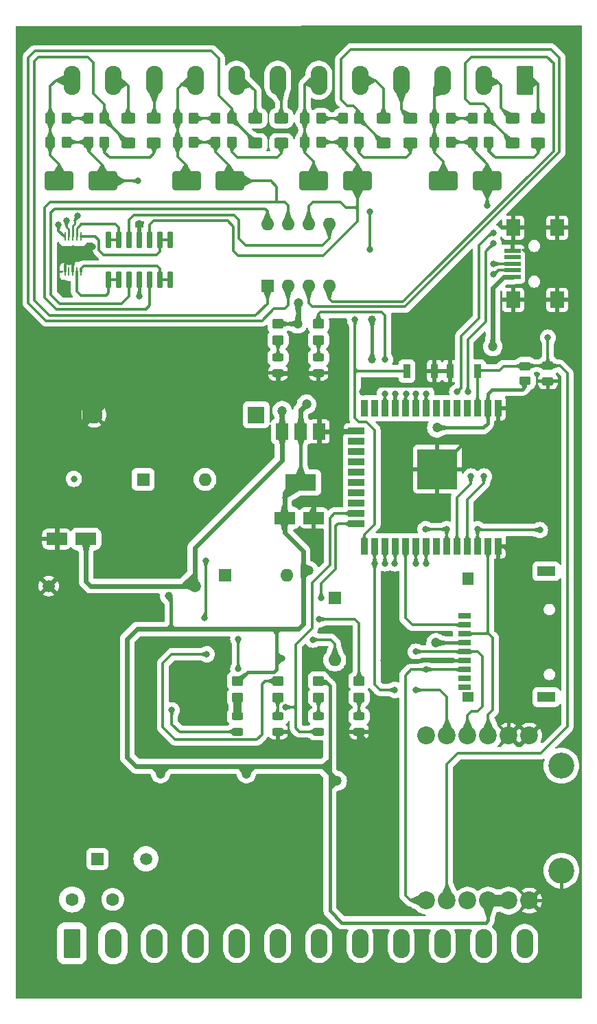
<source format=gtl>
G04 #@! TF.GenerationSoftware,KiCad,Pcbnew,8.0.4*
G04 #@! TF.CreationDate,2024-11-14T12:53:51+07:00*
G04 #@! TF.ProjectId,Ver04,56657230-342e-46b6-9963-61645f706362,rev?*
G04 #@! TF.SameCoordinates,Original*
G04 #@! TF.FileFunction,Copper,L1,Top*
G04 #@! TF.FilePolarity,Positive*
%FSLAX46Y46*%
G04 Gerber Fmt 4.6, Leading zero omitted, Abs format (unit mm)*
G04 Created by KiCad (PCBNEW 8.0.4) date 2024-11-14 12:53:51*
%MOMM*%
%LPD*%
G01*
G04 APERTURE LIST*
G04 Aperture macros list*
%AMRoundRect*
0 Rectangle with rounded corners*
0 $1 Rounding radius*
0 $2 $3 $4 $5 $6 $7 $8 $9 X,Y pos of 4 corners*
0 Add a 4 corners polygon primitive as box body*
4,1,4,$2,$3,$4,$5,$6,$7,$8,$9,$2,$3,0*
0 Add four circle primitives for the rounded corners*
1,1,$1+$1,$2,$3*
1,1,$1+$1,$4,$5*
1,1,$1+$1,$6,$7*
1,1,$1+$1,$8,$9*
0 Add four rect primitives between the rounded corners*
20,1,$1+$1,$2,$3,$4,$5,0*
20,1,$1+$1,$4,$5,$6,$7,0*
20,1,$1+$1,$6,$7,$8,$9,0*
20,1,$1+$1,$8,$9,$2,$3,0*%
G04 Aperture macros list end*
G04 #@! TA.AperFunction,Conductor*
%ADD10C,0.200000*%
G04 #@! TD*
G04 #@! TA.AperFunction,Conductor*
%ADD11C,0.254000*%
G04 #@! TD*
G04 #@! TA.AperFunction,Conductor*
%ADD12C,0.100000*%
G04 #@! TD*
G04 #@! TA.AperFunction,SMDPad,CuDef*
%ADD13RoundRect,0.250000X-0.450000X0.350000X-0.450000X-0.350000X0.450000X-0.350000X0.450000X0.350000X0*%
G04 #@! TD*
G04 #@! TA.AperFunction,SMDPad,CuDef*
%ADD14RoundRect,0.250000X1.050000X0.550000X-1.050000X0.550000X-1.050000X-0.550000X1.050000X-0.550000X0*%
G04 #@! TD*
G04 #@! TA.AperFunction,ComponentPad*
%ADD15R,1.600000X1.600000*%
G04 #@! TD*
G04 #@! TA.AperFunction,ComponentPad*
%ADD16O,1.600000X1.600000*%
G04 #@! TD*
G04 #@! TA.AperFunction,SMDPad,CuDef*
%ADD17RoundRect,0.250000X-0.350000X-0.450000X0.350000X-0.450000X0.350000X0.450000X-0.350000X0.450000X0*%
G04 #@! TD*
G04 #@! TA.AperFunction,SMDPad,CuDef*
%ADD18RoundRect,0.250000X-0.625000X0.400000X-0.625000X-0.400000X0.625000X-0.400000X0.625000X0.400000X0*%
G04 #@! TD*
G04 #@! TA.AperFunction,ComponentPad*
%ADD19R,2.100000X2.100000*%
G04 #@! TD*
G04 #@! TA.AperFunction,ComponentPad*
%ADD20C,2.100000*%
G04 #@! TD*
G04 #@! TA.AperFunction,SMDPad,CuDef*
%ADD21RoundRect,0.243750X0.456250X-0.243750X0.456250X0.243750X-0.456250X0.243750X-0.456250X-0.243750X0*%
G04 #@! TD*
G04 #@! TA.AperFunction,SMDPad,CuDef*
%ADD22R,1.500000X2.000000*%
G04 #@! TD*
G04 #@! TA.AperFunction,SMDPad,CuDef*
%ADD23R,3.800000X2.000000*%
G04 #@! TD*
G04 #@! TA.AperFunction,ComponentPad*
%ADD24C,2.200000*%
G04 #@! TD*
G04 #@! TA.AperFunction,ComponentPad*
%ADD25C,3.200000*%
G04 #@! TD*
G04 #@! TA.AperFunction,SMDPad,CuDef*
%ADD26RoundRect,0.250000X1.500000X0.900000X-1.500000X0.900000X-1.500000X-0.900000X1.500000X-0.900000X0*%
G04 #@! TD*
G04 #@! TA.AperFunction,SMDPad,CuDef*
%ADD27R,0.250000X1.100000*%
G04 #@! TD*
G04 #@! TA.AperFunction,SMDPad,CuDef*
%ADD28RoundRect,0.250000X0.450000X-0.350000X0.450000X0.350000X-0.450000X0.350000X-0.450000X-0.350000X0*%
G04 #@! TD*
G04 #@! TA.AperFunction,SMDPad,CuDef*
%ADD29R,0.900000X1.700000*%
G04 #@! TD*
G04 #@! TA.AperFunction,SMDPad,CuDef*
%ADD30RoundRect,0.250000X-1.050000X-0.550000X1.050000X-0.550000X1.050000X0.550000X-1.050000X0.550000X0*%
G04 #@! TD*
G04 #@! TA.AperFunction,SMDPad,CuDef*
%ADD31R,0.900000X2.000000*%
G04 #@! TD*
G04 #@! TA.AperFunction,SMDPad,CuDef*
%ADD32R,2.000000X0.900000*%
G04 #@! TD*
G04 #@! TA.AperFunction,SMDPad,CuDef*
%ADD33R,5.000000X5.000000*%
G04 #@! TD*
G04 #@! TA.AperFunction,SMDPad,CuDef*
%ADD34R,2.000000X0.500000*%
G04 #@! TD*
G04 #@! TA.AperFunction,SMDPad,CuDef*
%ADD35R,1.700000X2.000000*%
G04 #@! TD*
G04 #@! TA.AperFunction,ComponentPad*
%ADD36R,1.500000X1.500000*%
G04 #@! TD*
G04 #@! TA.AperFunction,ComponentPad*
%ADD37C,1.500000*%
G04 #@! TD*
G04 #@! TA.AperFunction,ComponentPad*
%ADD38RoundRect,0.249999X-0.790001X-1.550001X0.790001X-1.550001X0.790001X1.550001X-0.790001X1.550001X0*%
G04 #@! TD*
G04 #@! TA.AperFunction,ComponentPad*
%ADD39O,2.080000X3.600000*%
G04 #@! TD*
G04 #@! TA.AperFunction,SMDPad,CuDef*
%ADD40RoundRect,0.250000X-0.475000X0.250000X-0.475000X-0.250000X0.475000X-0.250000X0.475000X0.250000X0*%
G04 #@! TD*
G04 #@! TA.AperFunction,SMDPad,CuDef*
%ADD41R,1.600000X0.700000*%
G04 #@! TD*
G04 #@! TA.AperFunction,SMDPad,CuDef*
%ADD42R,2.200000X1.200000*%
G04 #@! TD*
G04 #@! TA.AperFunction,SMDPad,CuDef*
%ADD43R,1.400000X1.600000*%
G04 #@! TD*
G04 #@! TA.AperFunction,SMDPad,CuDef*
%ADD44R,1.400000X1.200000*%
G04 #@! TD*
G04 #@! TA.AperFunction,ComponentPad*
%ADD45RoundRect,0.249999X0.790001X1.550001X-0.790001X1.550001X-0.790001X-1.550001X0.790001X-1.550001X0*%
G04 #@! TD*
G04 #@! TA.AperFunction,ComponentPad*
%ADD46C,1.600000*%
G04 #@! TD*
G04 #@! TA.AperFunction,SMDPad,CuDef*
%ADD47RoundRect,0.042000X0.258000X-0.943000X0.258000X0.943000X-0.258000X0.943000X-0.258000X-0.943000X0*%
G04 #@! TD*
G04 #@! TA.AperFunction,SMDPad,CuDef*
%ADD48RoundRect,0.250000X-0.450000X0.262500X-0.450000X-0.262500X0.450000X-0.262500X0.450000X0.262500X0*%
G04 #@! TD*
G04 #@! TA.AperFunction,ViaPad*
%ADD49C,0.800000*%
G04 #@! TD*
G04 #@! TA.AperFunction,ViaPad*
%ADD50C,1.000000*%
G04 #@! TD*
G04 #@! TA.AperFunction,ViaPad*
%ADD51C,1.200000*%
G04 #@! TD*
G04 #@! TA.AperFunction,Conductor*
%ADD52C,0.600000*%
G04 #@! TD*
G04 #@! TA.AperFunction,Conductor*
%ADD53C,0.300000*%
G04 #@! TD*
G04 #@! TA.AperFunction,Conductor*
%ADD54C,0.400000*%
G04 #@! TD*
G04 APERTURE END LIST*
D10*
X61668630Y-80200000D02*
X59931370Y-80200000D01*
X60800000Y-79400000D01*
X61668630Y-80200000D01*
G04 #@! TA.AperFunction,Conductor*
G36*
X61668630Y-80200000D02*
G01*
X59931370Y-80200000D01*
X60800000Y-79400000D01*
X61668630Y-80200000D01*
G37*
G04 #@! TD.AperFunction*
X77600000Y-80700000D02*
X76900000Y-80000000D01*
X77600000Y-80000000D01*
X77600000Y-80700000D01*
G04 #@! TA.AperFunction,Conductor*
G36*
X77600000Y-80700000D02*
G01*
X76900000Y-80000000D01*
X77600000Y-80000000D01*
X77600000Y-80700000D01*
G37*
G04 #@! TD.AperFunction*
X72900707Y-113101699D02*
X72200000Y-113702406D01*
X72200000Y-112402406D01*
X72900707Y-113101699D01*
G04 #@! TA.AperFunction,Conductor*
G36*
X72900707Y-113101699D02*
G01*
X72200000Y-113702406D01*
X72200000Y-112402406D01*
X72900707Y-113101699D01*
G37*
G04 #@! TD.AperFunction*
X58000000Y-126700000D02*
X57100000Y-126100000D01*
X58900000Y-126100000D01*
X58000000Y-126700000D01*
G04 #@! TA.AperFunction,Conductor*
G36*
X58000000Y-126700000D02*
G01*
X57100000Y-126100000D01*
X58900000Y-126100000D01*
X58000000Y-126700000D01*
G37*
G04 #@! TD.AperFunction*
X59800000Y-109400000D02*
X58800000Y-109400000D01*
X59300000Y-108700000D01*
X59800000Y-109400000D01*
G04 #@! TA.AperFunction,Conductor*
G36*
X59800000Y-109400000D02*
G01*
X58800000Y-109400000D01*
X59300000Y-108700000D01*
X59800000Y-109400000D01*
G37*
G04 #@! TD.AperFunction*
X82300000Y-57900000D02*
X82000000Y-57500000D01*
X82300000Y-57100000D01*
X82300000Y-57900000D01*
G04 #@! TA.AperFunction,Conductor*
G36*
X82300000Y-57900000D02*
G01*
X82000000Y-57500000D01*
X82300000Y-57100000D01*
X82300000Y-57900000D01*
G37*
G04 #@! TD.AperFunction*
X72300000Y-110100000D02*
X71600000Y-109400000D01*
X72900000Y-109400000D01*
X72300000Y-110100000D01*
G04 #@! TA.AperFunction,Conductor*
G36*
X72300000Y-110100000D02*
G01*
X71600000Y-109400000D01*
X72900000Y-109400000D01*
X72300000Y-110100000D01*
G37*
G04 #@! TD.AperFunction*
X67900000Y-119700000D02*
X67100000Y-119700000D01*
X67100000Y-118300000D01*
X67900000Y-118300000D01*
X67900000Y-119700000D01*
G04 #@! TA.AperFunction,Conductor*
G36*
X67900000Y-119700000D02*
G01*
X67100000Y-119700000D01*
X67100000Y-118300000D01*
X67900000Y-118300000D01*
X67900000Y-119700000D01*
G37*
G04 #@! TD.AperFunction*
X79500000Y-128100000D02*
X78800000Y-129000000D01*
X78800000Y-127400000D01*
X79500000Y-128100000D01*
G04 #@! TA.AperFunction,Conductor*
G36*
X79500000Y-128100000D02*
G01*
X78800000Y-129000000D01*
X78800000Y-127400000D01*
X79500000Y-128100000D01*
G37*
G04 #@! TD.AperFunction*
X98300000Y-109900000D02*
X98100000Y-109900000D01*
X98300000Y-109700000D01*
X98300000Y-109900000D01*
G04 #@! TA.AperFunction,Conductor*
G36*
X98300000Y-109900000D02*
G01*
X98100000Y-109900000D01*
X98300000Y-109700000D01*
X98300000Y-109900000D01*
G37*
G04 #@! TD.AperFunction*
D11*
X47200000Y-61000000D02*
X47200000Y-59700000D01*
D10*
X73300000Y-79900000D02*
X71700000Y-79900000D01*
X72500000Y-79300000D01*
X73300000Y-79900000D01*
G04 #@! TA.AperFunction,Conductor*
G36*
X73300000Y-79900000D02*
G01*
X71700000Y-79900000D01*
X72500000Y-79300000D01*
X73300000Y-79900000D01*
G37*
G04 #@! TD.AperFunction*
X100200000Y-142200000D02*
X100200000Y-143500000D01*
X99181540Y-143515000D01*
X99181540Y-142195000D01*
X100200000Y-142200000D01*
G04 #@! TA.AperFunction,Conductor*
G36*
X100200000Y-142200000D02*
G01*
X100200000Y-143500000D01*
X99181540Y-143515000D01*
X99181540Y-142195000D01*
X100200000Y-142200000D01*
G37*
G04 #@! TD.AperFunction*
X75300000Y-71600000D02*
X74400000Y-71600000D01*
X75200000Y-70800000D01*
X75300000Y-71600000D01*
G04 #@! TA.AperFunction,Conductor*
G36*
X75300000Y-71600000D02*
G01*
X74400000Y-71600000D01*
X75200000Y-70800000D01*
X75300000Y-71600000D01*
G37*
G04 #@! TD.AperFunction*
X61850000Y-103750000D02*
X60750000Y-103850000D01*
X61950000Y-102650000D01*
X61850000Y-103750000D01*
G04 #@! TA.AperFunction,Conductor*
G36*
X61850000Y-103750000D02*
G01*
X60750000Y-103850000D01*
X61950000Y-102650000D01*
X61850000Y-103750000D01*
G37*
G04 #@! TD.AperFunction*
X76903448Y-94900000D02*
X76503448Y-94900000D01*
X76703448Y-94400000D01*
X76903448Y-94900000D01*
G04 #@! TA.AperFunction,Conductor*
G36*
X76903448Y-94900000D02*
G01*
X76503448Y-94900000D01*
X76703448Y-94400000D01*
X76903448Y-94900000D01*
G37*
G04 #@! TD.AperFunction*
X74600000Y-119300000D02*
X74400000Y-119000000D01*
X74600000Y-118700000D01*
X74600000Y-119300000D01*
G04 #@! TA.AperFunction,Conductor*
G36*
X74600000Y-119300000D02*
G01*
X74400000Y-119000000D01*
X74600000Y-118700000D01*
X74600000Y-119300000D01*
G37*
G04 #@! TD.AperFunction*
X68600000Y-126700000D02*
X67700000Y-126100000D01*
X69600000Y-126100000D01*
X68600000Y-126700000D01*
G04 #@! TA.AperFunction,Conductor*
G36*
X68600000Y-126700000D02*
G01*
X67700000Y-126100000D01*
X69600000Y-126100000D01*
X68600000Y-126700000D01*
G37*
G04 #@! TD.AperFunction*
D12*
X47300000Y-64500000D02*
X47000000Y-64200000D01*
X47300000Y-63900000D01*
X47300000Y-64500000D01*
G04 #@! TA.AperFunction,Conductor*
G36*
X47300000Y-64500000D02*
G01*
X47000000Y-64200000D01*
X47300000Y-63900000D01*
X47300000Y-64500000D01*
G37*
G04 #@! TD.AperFunction*
D10*
X76300000Y-102199000D02*
X75400000Y-103000000D01*
X75400000Y-101500000D01*
X76300000Y-102199000D01*
G04 #@! TA.AperFunction,Conductor*
G36*
X76300000Y-102199000D02*
G01*
X75400000Y-103000000D01*
X75400000Y-101500000D01*
X76300000Y-102199000D01*
G37*
G04 #@! TD.AperFunction*
X82400000Y-77600000D02*
X82000000Y-78000000D01*
X82000000Y-77200000D01*
X82400000Y-77600000D01*
G04 #@! TA.AperFunction,Conductor*
G36*
X82400000Y-77600000D02*
G01*
X82000000Y-78000000D01*
X82000000Y-77200000D01*
X82400000Y-77600000D01*
G37*
G04 #@! TD.AperFunction*
X78900000Y-126882927D02*
X77900000Y-126182927D01*
X78900000Y-125382927D01*
X78900000Y-126882927D01*
G04 #@! TA.AperFunction,Conductor*
G36*
X78900000Y-126882927D02*
G01*
X77900000Y-126182927D01*
X78900000Y-125382927D01*
X78900000Y-126882927D01*
G37*
G04 #@! TD.AperFunction*
X48401538Y-84372308D02*
X48401538Y-81472308D01*
X50301538Y-79772308D01*
X52901538Y-79772308D01*
X48401538Y-84372308D01*
G04 #@! TA.AperFunction,Conductor*
G36*
X48401538Y-84372308D02*
G01*
X48401538Y-81472308D01*
X50301538Y-79772308D01*
X52901538Y-79772308D01*
X48401538Y-84372308D01*
G37*
G04 #@! TD.AperFunction*
X83279239Y-122860973D02*
X82933102Y-122750260D01*
X83007285Y-122571692D01*
X83279239Y-122860973D01*
G04 #@! TA.AperFunction,Conductor*
G36*
X83279239Y-122860973D02*
G01*
X82933102Y-122750260D01*
X83007285Y-122571692D01*
X83279239Y-122860973D01*
G37*
G04 #@! TD.AperFunction*
D13*
X67500000Y-115800000D03*
X67500000Y-117800000D03*
X82500000Y-115800000D03*
X82500000Y-117800000D03*
D14*
X48800000Y-98300000D03*
X45200000Y-98300000D03*
D13*
X72500000Y-71800000D03*
X72500000Y-73800000D03*
D15*
X71200000Y-67100000D03*
D16*
X73740000Y-67100000D03*
X76280000Y-67100000D03*
X78820000Y-67100000D03*
X78820000Y-59480000D03*
X76280000Y-59480000D03*
X73740000Y-59480000D03*
X71200000Y-59480000D03*
D17*
X44400000Y-49400000D03*
X46400000Y-49400000D03*
D18*
X69700000Y-46450000D03*
X69700000Y-49550000D03*
D19*
X69789087Y-83000000D03*
D20*
X49789087Y-83000000D03*
D17*
X60100000Y-49400000D03*
X62100000Y-49400000D03*
D21*
X72500000Y-122037500D03*
X72500000Y-120162500D03*
D22*
X77600000Y-85050000D03*
X75300000Y-85050000D03*
D23*
X75300000Y-91350000D03*
D22*
X73000000Y-85050000D03*
D24*
X103505000Y-122535000D03*
X100965000Y-122535000D03*
X98425000Y-122535000D03*
X95885000Y-122535000D03*
X93345000Y-122535000D03*
X90805000Y-122535000D03*
X90805000Y-142855000D03*
X93345000Y-142855000D03*
X95885000Y-142855000D03*
X98425000Y-142855000D03*
X100965000Y-142855000D03*
X103505000Y-142855000D03*
D25*
X107465000Y-126245000D03*
X107465000Y-139153000D03*
D17*
X96500000Y-46500000D03*
X98500000Y-46500000D03*
D26*
X98300000Y-54200000D03*
X92900000Y-54200000D03*
D17*
X64800000Y-46500000D03*
X66800000Y-46500000D03*
D27*
X46200000Y-65350000D03*
X46700000Y-65350000D03*
X47200000Y-65350000D03*
X47700000Y-65350000D03*
X48200000Y-65350000D03*
X48200000Y-61050000D03*
X47700000Y-61050000D03*
X47200000Y-61050000D03*
X46700000Y-61050000D03*
X46200000Y-61050000D03*
D28*
X77500000Y-73800000D03*
X77500000Y-71800000D03*
D29*
X88400000Y-77600000D03*
X91800000Y-77600000D03*
D18*
X88800000Y-46450000D03*
X88800000Y-49550000D03*
D30*
X73300000Y-95700000D03*
X76900000Y-95700000D03*
D17*
X91800000Y-46500000D03*
X93800000Y-46500000D03*
D21*
X82500000Y-122037500D03*
X82500000Y-120162500D03*
D26*
X66600000Y-54200000D03*
X61200000Y-54200000D03*
D18*
X85500000Y-46450000D03*
X85500000Y-49550000D03*
D17*
X80500000Y-46500000D03*
X82500000Y-46500000D03*
D21*
X77500000Y-77837500D03*
X77500000Y-75962500D03*
D31*
X99655000Y-82200000D03*
X98385000Y-82200000D03*
X97115000Y-82200000D03*
X95845000Y-82200000D03*
X94575000Y-82200000D03*
X93305000Y-82200000D03*
X92035000Y-82200000D03*
X90765000Y-82200000D03*
X89495000Y-82200000D03*
X88225000Y-82200000D03*
X86955000Y-82200000D03*
X85685000Y-82200000D03*
X84415000Y-82200000D03*
X83145000Y-82200000D03*
D32*
X82145000Y-84985000D03*
X82145000Y-86255000D03*
X82145000Y-87525000D03*
X82145000Y-88795000D03*
X82145000Y-90065000D03*
X82145000Y-91335000D03*
X82145000Y-92605000D03*
X82145000Y-93875000D03*
X82145000Y-95145000D03*
X82145000Y-96415000D03*
D31*
X83145000Y-99200000D03*
X84415000Y-99200000D03*
X85685000Y-99200000D03*
X86955000Y-99200000D03*
X88225000Y-99200000D03*
X89495000Y-99200000D03*
X90765000Y-99200000D03*
X92035000Y-99200000D03*
X93305000Y-99200000D03*
X94575000Y-99200000D03*
X95845000Y-99200000D03*
X97115000Y-99200000D03*
X98385000Y-99200000D03*
X99655000Y-99200000D03*
D33*
X92155000Y-89700000D03*
D18*
X54000000Y-46450000D03*
X54000000Y-49550000D03*
D17*
X96500000Y-49400000D03*
X98500000Y-49400000D03*
X75800000Y-46500000D03*
X77800000Y-46500000D03*
D34*
X101400000Y-66000000D03*
X101400000Y-65200000D03*
X101400000Y-64400000D03*
X101400000Y-63600000D03*
X101400000Y-62800000D03*
D35*
X101500000Y-68850000D03*
X106950000Y-68850000D03*
X101500000Y-59950000D03*
X106950000Y-59950000D03*
D36*
X50200000Y-137700000D03*
D37*
X56200000Y-137700000D03*
X44200000Y-104100000D03*
X62200000Y-104100000D03*
D18*
X72900000Y-46450000D03*
X72900000Y-49550000D03*
D38*
X47060000Y-148122500D03*
D39*
X52140000Y-148122500D03*
X57220000Y-148122500D03*
X62300000Y-148122500D03*
X67380000Y-148122500D03*
X72460000Y-148122500D03*
X77540000Y-148122500D03*
X82620000Y-148122500D03*
X87700000Y-148122500D03*
X92780000Y-148122500D03*
X97860000Y-148122500D03*
X102940000Y-148122500D03*
D21*
X77500000Y-122037500D03*
X77500000Y-120162500D03*
D40*
X105800000Y-76950000D03*
X105800000Y-78850000D03*
D17*
X44400000Y-46500000D03*
X46400000Y-46500000D03*
D18*
X101400000Y-46450000D03*
X101400000Y-49550000D03*
D17*
X49100000Y-49400000D03*
X51100000Y-49400000D03*
D21*
X72500000Y-77837500D03*
X72500000Y-75962500D03*
D41*
X95478145Y-107784968D03*
X95478145Y-108884968D03*
X95478145Y-109984968D03*
X95478145Y-111084968D03*
X95478145Y-112184968D03*
X95478145Y-113284968D03*
X95478145Y-114384968D03*
X95478145Y-115484968D03*
X95478145Y-116584968D03*
D42*
X105578145Y-102284968D03*
D43*
X95978145Y-103184968D03*
D42*
X105578145Y-117784968D03*
D44*
X95978145Y-117784968D03*
D17*
X60100000Y-46500000D03*
X62100000Y-46500000D03*
X80500000Y-49400000D03*
X82500000Y-49400000D03*
D45*
X102940000Y-41777500D03*
D39*
X97860000Y-41777500D03*
X92780000Y-41777500D03*
X87700000Y-41777500D03*
X82620000Y-41777500D03*
X77540000Y-41777500D03*
X72460000Y-41777500D03*
X67380000Y-41777500D03*
X62300000Y-41777500D03*
X57220000Y-41777500D03*
X52140000Y-41777500D03*
X47060000Y-41777500D03*
D46*
X47100000Y-142700000D03*
X52100000Y-142700000D03*
D17*
X49100000Y-46500000D03*
X51100000Y-46500000D03*
D47*
X51590000Y-66375000D03*
X52860000Y-66375000D03*
X54130000Y-66375000D03*
X55400000Y-66375000D03*
X56670000Y-66375000D03*
X57940000Y-66375000D03*
X59210000Y-66375000D03*
X59210000Y-61425000D03*
X57940000Y-61425000D03*
X56670000Y-61425000D03*
X55400000Y-61425000D03*
X54130000Y-61425000D03*
X52860000Y-61425000D03*
X51590000Y-61425000D03*
D18*
X104600000Y-46450000D03*
X104600000Y-49550000D03*
D17*
X64800000Y-49400000D03*
X66800000Y-49400000D03*
D26*
X82300000Y-54200000D03*
X76900000Y-54200000D03*
D17*
X75800000Y-49400000D03*
X77800000Y-49400000D03*
X91800000Y-49400000D03*
X93800000Y-49400000D03*
D29*
X97100000Y-77600000D03*
X93700000Y-77600000D03*
D13*
X77500000Y-115800000D03*
X77500000Y-117800000D03*
D26*
X50900000Y-54200000D03*
X45500000Y-54200000D03*
D21*
X67500000Y-122037500D03*
X67500000Y-120162500D03*
D18*
X57200000Y-46450000D03*
X57200000Y-49550000D03*
D13*
X72500000Y-115800000D03*
X72500000Y-117800000D03*
D48*
X103000000Y-76987500D03*
X103000000Y-78812500D03*
D15*
X79500000Y-105590000D03*
D16*
X79500000Y-113210000D03*
D15*
X65990000Y-102800000D03*
D16*
X73610000Y-102800000D03*
D15*
X55877000Y-90959000D03*
D16*
X63497000Y-90959000D03*
D49*
X49600000Y-62300000D03*
D50*
X69800000Y-136700000D03*
D51*
X72500000Y-124200000D03*
X83300000Y-123400000D03*
D50*
X65000000Y-137400000D03*
X83000000Y-80200000D03*
D51*
X69800000Y-152400000D03*
D50*
X72100000Y-137400000D03*
D49*
X55400000Y-59400000D03*
D50*
X78600000Y-79500000D03*
D51*
X85700000Y-113300000D03*
X60800000Y-79200000D03*
X104200000Y-57000000D03*
X79800000Y-128100000D03*
D49*
X73000000Y-113000000D03*
D51*
X58000000Y-127200000D03*
D50*
X84100000Y-71300000D03*
X84100000Y-76200000D03*
D51*
X76000000Y-81700000D03*
X68600000Y-127200000D03*
D50*
X59000000Y-105300000D03*
D51*
X76300000Y-102200000D03*
X92000000Y-111100000D03*
X92100000Y-84600000D03*
X75000000Y-69200000D03*
X99000000Y-74600000D03*
D49*
X55400000Y-68400000D03*
D51*
X74900000Y-71800000D03*
X73000000Y-82500000D03*
D49*
X47800000Y-58500000D03*
X105800000Y-73500000D03*
X89500000Y-101300000D03*
X89500000Y-112184968D03*
X90800000Y-114400000D03*
X90800000Y-101300000D03*
X97900000Y-90600000D03*
X95900000Y-80200000D03*
X99100000Y-61900000D03*
X94600000Y-80200000D03*
X96300000Y-90600000D03*
X99100000Y-60600000D03*
X82000000Y-71300000D03*
X97100000Y-97100000D03*
X45400000Y-59600000D03*
X104800000Y-97200000D03*
X90700000Y-97100000D03*
X46400000Y-59100000D03*
X93300000Y-97100000D03*
X47300000Y-90900000D03*
X59400000Y-119400000D03*
X86900000Y-101300000D03*
X63600000Y-101000000D03*
X63400000Y-108000000D03*
X85700000Y-101300000D03*
X88300000Y-80400000D03*
X87000000Y-80400000D03*
X89500000Y-116900000D03*
X84400000Y-101300000D03*
X86900000Y-116900000D03*
X90800000Y-80400000D03*
X89500000Y-80400000D03*
X55200000Y-54200000D03*
X98300000Y-57200000D03*
X77800000Y-105600000D03*
X73400000Y-119000000D03*
X76800000Y-110700000D03*
X67600000Y-114300000D03*
X67600000Y-110600000D03*
X63700000Y-112500000D03*
X77600000Y-108200000D03*
X99100000Y-65700000D03*
X99100000Y-64400000D03*
X83800000Y-58000000D03*
X83800000Y-62600000D03*
X85700000Y-80400000D03*
X85700000Y-76200000D03*
D52*
X82080000Y-85050000D02*
X82145000Y-84985000D01*
D53*
X46700000Y-64300000D02*
X47000000Y-64300000D01*
D54*
X72500000Y-124200000D02*
X72500000Y-122037500D01*
X95355000Y-86500000D02*
X98100000Y-86500000D01*
X103505000Y-142855000D02*
X106945000Y-142855000D01*
D52*
X45200000Y-96200000D02*
X48600000Y-92800000D01*
X60000000Y-80000000D02*
X52789087Y-80000000D01*
D54*
X106950000Y-57650000D02*
X106300000Y-57000000D01*
D52*
X77600000Y-85050000D02*
X82080000Y-85050000D01*
D54*
X69800000Y-136700000D02*
X69800000Y-152400000D01*
X101400000Y-60050000D02*
X101500000Y-59950000D01*
D53*
X46375000Y-64300000D02*
X46700000Y-64300000D01*
X46200000Y-64475000D02*
X46375000Y-64300000D01*
D52*
X61600000Y-80000000D02*
X73100000Y-80000000D01*
D54*
X106950000Y-68850000D02*
X106950000Y-59950000D01*
D52*
X76900000Y-94300000D02*
X76900000Y-95700000D01*
D54*
X69300000Y-137400000D02*
X72100000Y-137400000D01*
D52*
X78600000Y-79500000D02*
X77600000Y-80500000D01*
D54*
X105400000Y-82200000D02*
X99655000Y-82200000D01*
D52*
X77600000Y-80500000D02*
X77600000Y-85050000D01*
D54*
X69800000Y-136700000D02*
X69100000Y-137400000D01*
X83800000Y-80200000D02*
X83000000Y-80200000D01*
X55400000Y-59400000D02*
X55400000Y-59600000D01*
X100965000Y-99865000D02*
X100965000Y-122535000D01*
X101500000Y-59950000D02*
X106950000Y-59950000D01*
D52*
X60800000Y-79200000D02*
X61600000Y-80000000D01*
D54*
X106945000Y-142855000D02*
X107465000Y-142335000D01*
D52*
X79000000Y-92200000D02*
X76900000Y-94300000D01*
D54*
X100300000Y-99200000D02*
X100965000Y-99865000D01*
X70500000Y-137400000D02*
X69800000Y-136700000D01*
D52*
X48600000Y-92800000D02*
X48600000Y-84189087D01*
D54*
X83300000Y-123400000D02*
X82500000Y-122600000D01*
D52*
X44200000Y-104100000D02*
X45200000Y-103100000D01*
D54*
X107465000Y-142335000D02*
X107465000Y-139153000D01*
X95478145Y-113284968D02*
X85715032Y-113284968D01*
X49600000Y-62300000D02*
X48700000Y-62300000D01*
X92155000Y-89700000D02*
X95355000Y-86500000D01*
X55400000Y-59400000D02*
X55400000Y-61425000D01*
D52*
X60800000Y-79200000D02*
X60000000Y-80000000D01*
D53*
X47000000Y-64300000D02*
X47200000Y-64500000D01*
D54*
X99655000Y-84945000D02*
X99655000Y-82200000D01*
X106950000Y-59950000D02*
X106950000Y-57650000D01*
X82500000Y-122600000D02*
X82500000Y-122037500D01*
X106300000Y-57000000D02*
X104200000Y-57000000D01*
X69100000Y-137400000D02*
X69000000Y-137400000D01*
X105800000Y-78850000D02*
X105800000Y-81800000D01*
X91800000Y-77600000D02*
X93700000Y-77600000D01*
D52*
X52789087Y-80000000D02*
X49789087Y-83000000D01*
D54*
X105800000Y-81800000D02*
X105400000Y-82200000D01*
D53*
X46200000Y-65350000D02*
X46200000Y-64475000D01*
D54*
X72100000Y-137400000D02*
X70500000Y-137400000D01*
X91800000Y-79000000D02*
X91800000Y-77600000D01*
X99655000Y-99200000D02*
X100300000Y-99200000D01*
X84600000Y-79400000D02*
X83800000Y-80200000D01*
D52*
X79000000Y-88800000D02*
X79000000Y-92200000D01*
D54*
X65000000Y-137400000D02*
X69300000Y-137400000D01*
D52*
X45200000Y-98300000D02*
X45200000Y-96200000D01*
X45200000Y-103100000D02*
X45200000Y-98300000D01*
D54*
X98100000Y-86500000D02*
X99655000Y-84945000D01*
D52*
X72500000Y-77837500D02*
X77500000Y-77837500D01*
X77600000Y-87400000D02*
X79000000Y-88800000D01*
X48600000Y-84189087D02*
X49789087Y-83000000D01*
D54*
X101400000Y-62800000D02*
X101400000Y-60050000D01*
D52*
X77600000Y-85050000D02*
X77600000Y-87400000D01*
D53*
X47200000Y-64500000D02*
X47200000Y-65350000D01*
D54*
X84600000Y-79400000D02*
X91400000Y-79400000D01*
D52*
X72500000Y-80000000D02*
X72500000Y-77837500D01*
D54*
X85715032Y-113284968D02*
X85700000Y-113300000D01*
X91400000Y-79400000D02*
X91800000Y-79000000D01*
D52*
X73100000Y-80000000D02*
X72500000Y-80000000D01*
D54*
X48700000Y-62300000D02*
X46700000Y-64300000D01*
D52*
X78100000Y-80000000D02*
X73100000Y-80000000D01*
X78600000Y-79500000D02*
X78100000Y-80000000D01*
D54*
X106950000Y-68850000D02*
X101500000Y-68850000D01*
X103000000Y-79500000D02*
X102600000Y-79900000D01*
D52*
X67700000Y-126300000D02*
X68600000Y-127200000D01*
D54*
X72300000Y-113700000D02*
X72300000Y-114400000D01*
D52*
X76300000Y-102200000D02*
X75600000Y-101500000D01*
D54*
X103000000Y-78812500D02*
X103000000Y-79500000D01*
D52*
X53900000Y-110600000D02*
X55100000Y-109400000D01*
D54*
X75300000Y-91350000D02*
X74550000Y-91350000D01*
X72300000Y-112300000D02*
X72300000Y-109400000D01*
D52*
X73300000Y-97500000D02*
X73300000Y-95700000D01*
D54*
X78900000Y-129000000D02*
X78900000Y-144100000D01*
D52*
X58000000Y-127200000D02*
X58900000Y-126300000D01*
X69500000Y-126300000D02*
X68600000Y-127200000D01*
X74550000Y-91350000D02*
X73300000Y-92600000D01*
D54*
X78900000Y-127200000D02*
X78900000Y-116400000D01*
D52*
X72300000Y-109400000D02*
X59300000Y-109400000D01*
X75600000Y-102900000D02*
X75600000Y-108800000D01*
X75600000Y-101500000D02*
X75600000Y-99800000D01*
X78000000Y-126300000D02*
X69500000Y-126300000D01*
X75300000Y-82400000D02*
X76000000Y-81700000D01*
D54*
X98385000Y-80415000D02*
X98385000Y-82200000D01*
X79800000Y-128100000D02*
X78900000Y-129000000D01*
X98100000Y-145600000D02*
X98425000Y-145275000D01*
D52*
X75000000Y-109400000D02*
X72300000Y-109400000D01*
D54*
X92015032Y-111084968D02*
X92000000Y-111100000D01*
X92100000Y-84600000D02*
X97800000Y-84600000D01*
D52*
X76300000Y-102200000D02*
X75600000Y-102900000D01*
X57100000Y-126300000D02*
X55000000Y-126300000D01*
X55000000Y-126300000D02*
X53900000Y-125200000D01*
D54*
X75300000Y-91350000D02*
X75300000Y-85050000D01*
X78300000Y-115800000D02*
X77500000Y-115800000D01*
X73000000Y-113000000D02*
X72300000Y-112300000D01*
D52*
X79800000Y-128100000D02*
X78000000Y-126300000D01*
D54*
X72000000Y-114700000D02*
X68800000Y-114700000D01*
X68800000Y-114700000D02*
X67700000Y-115800000D01*
X80400000Y-145600000D02*
X98100000Y-145600000D01*
X72300000Y-114400000D02*
X72000000Y-114700000D01*
D52*
X75600000Y-108800000D02*
X75000000Y-109400000D01*
D54*
X100965000Y-142855000D02*
X98425000Y-142855000D01*
X78900000Y-116400000D02*
X78300000Y-115800000D01*
X78900000Y-144100000D02*
X80400000Y-145600000D01*
X98425000Y-145275000D02*
X98425000Y-142855000D01*
X59300000Y-105600000D02*
X59300000Y-109400000D01*
D52*
X53900000Y-125200000D02*
X53900000Y-110600000D01*
D54*
X67700000Y-115800000D02*
X67500000Y-115800000D01*
D52*
X55100000Y-109400000D02*
X59300000Y-109400000D01*
X73300000Y-92600000D02*
X73300000Y-95700000D01*
X58000000Y-127200000D02*
X57100000Y-126300000D01*
D54*
X84100000Y-71300000D02*
X84100000Y-76200000D01*
X79800000Y-128100000D02*
X78900000Y-127200000D01*
X59000000Y-105300000D02*
X59300000Y-105600000D01*
X102600000Y-79900000D02*
X98900000Y-79900000D01*
X98385000Y-84015000D02*
X98385000Y-82200000D01*
D52*
X58900000Y-126300000D02*
X67700000Y-126300000D01*
X75600000Y-99800000D02*
X73300000Y-97500000D01*
D54*
X98900000Y-79900000D02*
X98385000Y-80415000D01*
D52*
X75300000Y-85050000D02*
X75300000Y-82400000D01*
D54*
X95478145Y-111084968D02*
X92015032Y-111084968D01*
X97800000Y-84600000D02*
X98385000Y-84015000D01*
X73000000Y-113000000D02*
X72300000Y-113700000D01*
D52*
X99000000Y-74600000D02*
X99000000Y-67400000D01*
X100350000Y-66050000D02*
X101400000Y-66050000D01*
X73000000Y-88600000D02*
X73000000Y-85050000D01*
D11*
X47400000Y-59500000D02*
X47200000Y-59700000D01*
D52*
X73000000Y-85050000D02*
X73000000Y-82500000D01*
X75000000Y-71700000D02*
X75000000Y-69200000D01*
X99000000Y-67400000D02*
X100350000Y-66050000D01*
X74900000Y-71800000D02*
X75000000Y-71700000D01*
X62200000Y-99400000D02*
X73000000Y-88600000D01*
X49400000Y-104100000D02*
X62200000Y-104100000D01*
D54*
X73100000Y-71800000D02*
X74900000Y-71800000D01*
D52*
X48800000Y-98300000D02*
X48800000Y-103500000D01*
D11*
X47400000Y-58900000D02*
X47400000Y-59500000D01*
D52*
X62200000Y-104100000D02*
X62200000Y-99400000D01*
D54*
X55400000Y-68400000D02*
X55400000Y-66375000D01*
D11*
X47800000Y-58500000D02*
X47400000Y-58900000D01*
D52*
X48800000Y-103500000D02*
X49400000Y-104100000D01*
D53*
X77500000Y-75962500D02*
X77500000Y-73800000D01*
X94700000Y-124700000D02*
X104900000Y-124700000D01*
X93345000Y-126055000D02*
X94700000Y-124700000D01*
X99800000Y-77500000D02*
X97100000Y-77500000D01*
X105800000Y-73500000D02*
X105800000Y-76950000D01*
X97000000Y-77600000D02*
X97115000Y-77715000D01*
X107250000Y-76950000D02*
X105800000Y-76950000D01*
X104900000Y-124700000D02*
X108200000Y-121400000D01*
X100312500Y-76987500D02*
X99800000Y-77500000D01*
X108200000Y-77900000D02*
X107250000Y-76950000D01*
X105800000Y-76950000D02*
X103037500Y-76950000D01*
X97100000Y-77500000D02*
X97000000Y-77600000D01*
X103000000Y-76987500D02*
X100312500Y-76987500D01*
X93345000Y-142855000D02*
X93345000Y-126055000D01*
X97115000Y-77715000D02*
X97115000Y-82200000D01*
X103037500Y-76950000D02*
X103000000Y-76987500D01*
X108200000Y-121400000D02*
X108200000Y-77900000D01*
X88225000Y-108025000D02*
X88225000Y-99200000D01*
X89084968Y-108884968D02*
X88225000Y-108025000D01*
X95478145Y-108884968D02*
X89084968Y-108884968D01*
X99000000Y-110500000D02*
X98484968Y-109984968D01*
X98425000Y-119975000D02*
X99000000Y-119400000D01*
X99000000Y-119400000D02*
X99000000Y-110500000D01*
X98484968Y-109984968D02*
X95478145Y-109984968D01*
X98385000Y-109885000D02*
X98385000Y-99200000D01*
X98484968Y-109984968D02*
X98385000Y-109885000D01*
X98425000Y-122535000D02*
X98425000Y-119975000D01*
X97700000Y-118900000D02*
X97700000Y-112800000D01*
X89495000Y-99200000D02*
X89500000Y-101300000D01*
X97100000Y-119500000D02*
X97700000Y-118900000D01*
X89500000Y-112184968D02*
X95478145Y-112184968D01*
X95885000Y-122535000D02*
X95885000Y-120015000D01*
X97084968Y-112184968D02*
X95478145Y-112184968D01*
X97700000Y-112800000D02*
X97084968Y-112184968D01*
X89500000Y-101300000D02*
X89495000Y-101195000D01*
X95885000Y-120015000D02*
X96400000Y-119500000D01*
X96400000Y-119500000D02*
X97100000Y-119500000D01*
X90700000Y-101300000D02*
X90700000Y-101300000D01*
X90765000Y-99200000D02*
X90765000Y-101235000D01*
X90765000Y-101235000D02*
X90800000Y-101200000D01*
X88200000Y-142200000D02*
X88855000Y-142855000D01*
X90800000Y-114400000D02*
X88900000Y-114400000D01*
X88855000Y-142855000D02*
X90805000Y-142855000D01*
X88900000Y-114400000D02*
X88200000Y-115100000D01*
X90800000Y-101300000D02*
X90700000Y-101300000D01*
X88200000Y-115100000D02*
X88200000Y-142200000D01*
X90800000Y-101200000D02*
X90800000Y-101300000D01*
X90969936Y-114400000D02*
X90984968Y-114384968D01*
X90984968Y-114384968D02*
X95478145Y-114384968D01*
X90800000Y-114400000D02*
X90969936Y-114400000D01*
X97900000Y-91400000D02*
X95845000Y-93455000D01*
X95900000Y-73700000D02*
X95900000Y-80200000D01*
X98100000Y-71500000D02*
X95900000Y-73700000D01*
X95845000Y-93455000D02*
X95845000Y-99200000D01*
X98100000Y-62900000D02*
X98100000Y-71500000D01*
X99100000Y-61900000D02*
X98100000Y-62900000D01*
X97900000Y-90600000D02*
X97900000Y-91400000D01*
X96300000Y-91500000D02*
X94575000Y-93225000D01*
X96300000Y-90600000D02*
X96300000Y-91500000D01*
X95100000Y-73300000D02*
X95100000Y-79700000D01*
X97300000Y-62100000D02*
X97300000Y-71100000D01*
X97300000Y-71100000D02*
X95100000Y-73300000D01*
X98800000Y-60600000D02*
X97300000Y-62100000D01*
X94575000Y-93225000D02*
X94575000Y-99200000D01*
X95100000Y-79700000D02*
X94600000Y-80200000D01*
X99100000Y-60600000D02*
X98800000Y-60600000D01*
X82500000Y-83900000D02*
X83400000Y-83900000D01*
X83227500Y-97682500D02*
X83145000Y-97765000D01*
X82000000Y-83400000D02*
X82500000Y-83900000D01*
X84400000Y-84900000D02*
X84400000Y-96510000D01*
X82000000Y-77500000D02*
X82000000Y-83400000D01*
X82100000Y-77600000D02*
X82000000Y-77500000D01*
X83145000Y-97765000D02*
X83145000Y-99200000D01*
X84400000Y-96510000D02*
X83145000Y-97765000D01*
X82000000Y-77500000D02*
X82000000Y-71300000D01*
X88400000Y-77600000D02*
X82100000Y-77600000D01*
X83400000Y-83900000D02*
X84400000Y-84900000D01*
X82000000Y-71300000D02*
X82000000Y-71400000D01*
X104800000Y-97200000D02*
X97200000Y-97200000D01*
X45400000Y-59600000D02*
X45400000Y-60325000D01*
X45400000Y-60325000D02*
X46125000Y-61050000D01*
X97200000Y-97200000D02*
X97100000Y-97100000D01*
X97100000Y-97100000D02*
X97115000Y-97215000D01*
X97115000Y-99200000D02*
X97100000Y-97100000D01*
D11*
X46700000Y-60175000D02*
X46700000Y-61050000D01*
D53*
X90700000Y-97100000D02*
X93300000Y-97100000D01*
X93305000Y-99200000D02*
X93300000Y-97100000D01*
X93300000Y-97100000D02*
X93305000Y-97205000D01*
D11*
X46400000Y-59875000D02*
X46700000Y-60175000D01*
X46400000Y-59100000D02*
X46400000Y-59875000D01*
D53*
X72500000Y-73800000D02*
X72500000Y-75962500D01*
X67500000Y-122037500D02*
X60337500Y-122037500D01*
X86955000Y-99200000D02*
X86955000Y-101155000D01*
X87100000Y-101300000D02*
X87000000Y-101200000D01*
X59400000Y-121100000D02*
X59400000Y-119400000D01*
X60337500Y-122037500D02*
X59400000Y-121100000D01*
X86900000Y-101300000D02*
X87100000Y-101300000D01*
X86900000Y-101100000D02*
X86900000Y-101300000D01*
X86955000Y-101155000D02*
X86900000Y-101100000D01*
X63600000Y-107800000D02*
X63400000Y-108000000D01*
X85800000Y-101300000D02*
X85700000Y-101200000D01*
X85700000Y-101200000D02*
X85700000Y-101300000D01*
X63600000Y-101000000D02*
X63600000Y-107800000D01*
X85700000Y-101300000D02*
X85800000Y-101300000D01*
X85685000Y-99200000D02*
X85685000Y-101185000D01*
X85685000Y-101185000D02*
X85700000Y-101200000D01*
X51300000Y-68300000D02*
X51600000Y-68000000D01*
X47700000Y-67800000D02*
X48200000Y-68300000D01*
X51600000Y-68000000D02*
X51600000Y-67700000D01*
X47700000Y-65350000D02*
X47700000Y-67800000D01*
X51590000Y-66375000D02*
X52860000Y-66375000D01*
X48200000Y-68300000D02*
X51300000Y-68300000D01*
X51600000Y-67700000D02*
X51590000Y-67690000D01*
X51590000Y-67690000D02*
X51590000Y-66375000D01*
X88225000Y-80475000D02*
X88300000Y-80400000D01*
X88225000Y-82200000D02*
X88225000Y-80475000D01*
X86955000Y-80445000D02*
X87000000Y-80400000D01*
X86955000Y-82200000D02*
X86955000Y-80445000D01*
X93345000Y-117745000D02*
X93345000Y-122535000D01*
X84415000Y-101285000D02*
X84400000Y-101300000D01*
X85100000Y-116900000D02*
X86900000Y-116900000D01*
X84415000Y-99200000D02*
X84415000Y-101285000D01*
X89500000Y-116900000D02*
X92500000Y-116900000D01*
X84400000Y-101300000D02*
X84400000Y-116200000D01*
X84400000Y-116200000D02*
X85100000Y-116900000D01*
X92500000Y-116900000D02*
X93345000Y-117745000D01*
X90765000Y-82200000D02*
X90765000Y-80435000D01*
X90765000Y-80435000D02*
X90800000Y-80400000D01*
X89495000Y-82200000D02*
X89495000Y-80405000D01*
X89495000Y-80405000D02*
X89500000Y-80400000D01*
X48500000Y-64700000D02*
X57600000Y-64700000D01*
X57600000Y-64700000D02*
X57940000Y-65040000D01*
X48200000Y-65000000D02*
X48500000Y-64700000D01*
X57940000Y-65040000D02*
X57940000Y-66375000D01*
X48200000Y-65350000D02*
X48200000Y-65000000D01*
X57940000Y-66375000D02*
X59210000Y-66375000D01*
X48200000Y-59500000D02*
X52400000Y-59500000D01*
X52860000Y-59960000D02*
X52860000Y-61425000D01*
D11*
X47700000Y-60000000D02*
X48200000Y-59500000D01*
D53*
X51590000Y-61425000D02*
X52860000Y-61425000D01*
D11*
X47700000Y-61050000D02*
X47700000Y-60000000D01*
D53*
X52400000Y-59500000D02*
X52860000Y-59960000D01*
X48200000Y-61050000D02*
X49950000Y-61050000D01*
X57500000Y-63300000D02*
X57940000Y-62860000D01*
X57940000Y-62860000D02*
X57940000Y-61425000D01*
X50400000Y-62700000D02*
X51000000Y-63300000D01*
X49950000Y-61050000D02*
X50400000Y-61500000D01*
X50400000Y-61500000D02*
X50400000Y-62700000D01*
X57940000Y-61425000D02*
X59210000Y-61425000D01*
X51000000Y-63300000D02*
X57500000Y-63300000D01*
X67500000Y-51300000D02*
X72400000Y-51300000D01*
X72400000Y-51300000D02*
X72900000Y-50800000D01*
X66800000Y-50600000D02*
X67500000Y-51300000D01*
X72900000Y-50800000D02*
X72900000Y-49550000D01*
X66800000Y-49400000D02*
X66800000Y-50600000D01*
X82500000Y-50700000D02*
X83100000Y-51300000D01*
X82500000Y-49400000D02*
X82500000Y-50700000D01*
X88300000Y-51300000D02*
X88800000Y-50800000D01*
X83100000Y-51300000D02*
X88300000Y-51300000D01*
X88800000Y-50800000D02*
X88800000Y-49550000D01*
X104100000Y-51300000D02*
X104600000Y-50800000D01*
X98500000Y-50500000D02*
X99300000Y-51300000D01*
X98500000Y-49400000D02*
X98500000Y-50500000D01*
X104600000Y-50800000D02*
X104600000Y-49550000D01*
X99300000Y-51300000D02*
X104100000Y-51300000D01*
X51100000Y-46650000D02*
X51100000Y-46500000D01*
X51100000Y-44800000D02*
X49700000Y-43400000D01*
X42400000Y-68900000D02*
X44300000Y-70800000D01*
X51100000Y-46500000D02*
X51100000Y-44800000D01*
X69700000Y-70800000D02*
X71200000Y-69300000D01*
X42900000Y-38900000D02*
X42400000Y-39400000D01*
X49000000Y-38900000D02*
X42900000Y-38900000D01*
X49700000Y-43400000D02*
X49700000Y-39600000D01*
X54000000Y-49550000D02*
X51100000Y-46650000D01*
X71200000Y-69300000D02*
X71200000Y-67100000D01*
X44300000Y-70800000D02*
X69700000Y-70800000D01*
X42400000Y-39400000D02*
X42400000Y-68900000D01*
X49700000Y-39600000D02*
X49000000Y-38900000D01*
X57200000Y-50800000D02*
X57200000Y-49550000D01*
X51100000Y-49400000D02*
X51100000Y-50700000D01*
X51100000Y-50700000D02*
X51700000Y-51300000D01*
X56700000Y-51300000D02*
X57200000Y-50800000D01*
X51700000Y-51300000D02*
X56700000Y-51300000D01*
X62100000Y-49400000D02*
X64800000Y-49400000D01*
X44400000Y-56800000D02*
X43700000Y-57500000D01*
X45100000Y-70000000D02*
X56200000Y-70000000D01*
X71700000Y-56800000D02*
X71740000Y-56800000D01*
X56200000Y-70000000D02*
X56670000Y-69530000D01*
X56670000Y-69530000D02*
X56670000Y-66375000D01*
X64800000Y-49400000D02*
X64800000Y-50600000D01*
X66600000Y-54200000D02*
X71600000Y-54200000D01*
X73300000Y-56800000D02*
X73740000Y-57240000D01*
X64800000Y-50600000D02*
X66600000Y-52400000D01*
X72340000Y-56800000D02*
X73300000Y-56800000D01*
X72340000Y-56800000D02*
X72300000Y-56800000D01*
X72340000Y-56200000D02*
X72340000Y-56800000D01*
X43700000Y-68600000D02*
X45100000Y-70000000D01*
X43700000Y-57500000D02*
X43700000Y-68600000D01*
X72340000Y-54940000D02*
X72340000Y-56200000D01*
X71600000Y-54200000D02*
X72340000Y-54940000D01*
X71740000Y-56800000D02*
X72340000Y-56800000D01*
X66600000Y-52400000D02*
X66600000Y-54200000D01*
X71700000Y-56800000D02*
X44400000Y-56800000D01*
X73740000Y-57240000D02*
X73740000Y-59480000D01*
X82300000Y-57500000D02*
X82300000Y-59200000D01*
X67000000Y-59800000D02*
X66300000Y-59100000D01*
X57200000Y-59100000D02*
X56670000Y-59630000D01*
X67000000Y-62800000D02*
X67000000Y-59800000D01*
X80500000Y-50300000D02*
X82300000Y-52100000D01*
X82300000Y-54200000D02*
X81400000Y-55100000D01*
X82300000Y-52100000D02*
X82300000Y-54200000D01*
X56670000Y-59630000D02*
X56670000Y-61425000D01*
X82300000Y-57500000D02*
X82300000Y-54200000D01*
X82300000Y-59200000D02*
X78100000Y-63400000D01*
X76800000Y-56800000D02*
X80200000Y-56800000D01*
X77800000Y-49400000D02*
X80500000Y-49400000D01*
X80500000Y-49400000D02*
X80500000Y-50300000D01*
X67600000Y-63400000D02*
X67000000Y-62800000D01*
X76280000Y-59480000D02*
X76280000Y-57320000D01*
X78100000Y-63400000D02*
X67600000Y-63400000D01*
X76280000Y-57320000D02*
X76800000Y-56800000D01*
X80200000Y-56800000D02*
X80900000Y-57500000D01*
X80900000Y-57500000D02*
X82300000Y-57500000D01*
X66300000Y-59100000D02*
X57200000Y-59100000D01*
X50900000Y-52300000D02*
X50900000Y-54200000D01*
X45600000Y-69300000D02*
X53200000Y-69300000D01*
X45000000Y-57600000D02*
X44500000Y-58100000D01*
X49100000Y-49400000D02*
X49100000Y-50500000D01*
X44500000Y-68200000D02*
X45600000Y-69300000D01*
X49100000Y-50500000D02*
X50900000Y-52300000D01*
X46400000Y-49400000D02*
X49100000Y-49400000D01*
X71200000Y-57900000D02*
X70900000Y-57600000D01*
X55200000Y-54200000D02*
X50900000Y-54200000D01*
X69200000Y-57600000D02*
X69200000Y-57600000D01*
X44500000Y-58100000D02*
X44500000Y-68200000D01*
X54130000Y-68370000D02*
X54130000Y-66375000D01*
X71200000Y-59480000D02*
X71200000Y-57900000D01*
X70900000Y-57600000D02*
X45000000Y-57600000D01*
X53200000Y-69300000D02*
X54130000Y-68370000D01*
X98300000Y-56500000D02*
X98300000Y-56500000D01*
X54130000Y-58970000D02*
X54130000Y-61425000D01*
X54130000Y-59970000D02*
X54130000Y-61425000D01*
X67700000Y-59000000D02*
X67100000Y-58400000D01*
X96500000Y-49400000D02*
X96500000Y-50300000D01*
X67700000Y-59000000D02*
X67700000Y-61300000D01*
X93800000Y-49400000D02*
X96500000Y-49400000D01*
X67700000Y-61300000D02*
X68500000Y-62100000D01*
X68500000Y-62100000D02*
X78000000Y-62100000D01*
X78000000Y-62100000D02*
X78820000Y-61280000D01*
X78820000Y-61280000D02*
X78820000Y-59480000D01*
X98300000Y-57200000D02*
X98300000Y-54200000D01*
X67100000Y-58400000D02*
X54700000Y-58400000D01*
X98300000Y-52100000D02*
X98300000Y-54200000D01*
X96500000Y-50300000D02*
X98300000Y-52100000D01*
X54700000Y-58400000D02*
X54130000Y-58970000D01*
X66800000Y-46500000D02*
X66800000Y-45300000D01*
X73300000Y-69900000D02*
X73740000Y-69460000D01*
X65200000Y-39100000D02*
X64300000Y-38200000D01*
X70500000Y-71400000D02*
X72000000Y-69900000D01*
X41700000Y-39000000D02*
X41700000Y-69200000D01*
X73740000Y-69460000D02*
X73740000Y-67100000D01*
X41700000Y-69200000D02*
X43900000Y-71400000D01*
X43900000Y-71400000D02*
X70500000Y-71400000D01*
X42500000Y-38200000D02*
X41700000Y-39000000D01*
X72000000Y-69900000D02*
X73300000Y-69900000D01*
X64300000Y-38200000D02*
X42500000Y-38200000D01*
X66800000Y-45300000D02*
X65200000Y-43700000D01*
X65200000Y-43700000D02*
X65200000Y-39100000D01*
X69700000Y-49550000D02*
X69700000Y-49400000D01*
X69700000Y-49400000D02*
X66800000Y-46500000D01*
X82500000Y-45600000D02*
X81800000Y-44900000D01*
X107200000Y-50648528D02*
X88148528Y-69700000D01*
X76280000Y-69280000D02*
X76280000Y-67100000D01*
X76700000Y-69700000D02*
X76280000Y-69280000D01*
X107200000Y-39000000D02*
X107200000Y-50648528D01*
X81000000Y-44900000D02*
X80300000Y-44200000D01*
X88148528Y-69700000D02*
X76700000Y-69700000D01*
X80300000Y-44200000D02*
X80300000Y-39200000D01*
X81500000Y-38000000D02*
X106200000Y-38000000D01*
X80300000Y-39200000D02*
X81500000Y-38000000D01*
X82500000Y-46500000D02*
X85500000Y-49500000D01*
X85500000Y-49500000D02*
X85500000Y-49550000D01*
X82500000Y-46500000D02*
X82500000Y-45600000D01*
X81800000Y-44900000D02*
X81000000Y-44900000D01*
X106200000Y-38000000D02*
X107200000Y-39000000D01*
X78820000Y-68720000D02*
X78820000Y-67100000D01*
X98500000Y-45300000D02*
X97900000Y-44700000D01*
X95600000Y-39700000D02*
X96400000Y-38900000D01*
X96400000Y-38900000D02*
X105700000Y-38900000D01*
X79200000Y-69100000D02*
X78820000Y-68720000D01*
X101400000Y-49400000D02*
X98500000Y-46500000D01*
X101400000Y-49550000D02*
X101400000Y-49400000D01*
X106500000Y-39700000D02*
X106500000Y-50500000D01*
X97900000Y-44700000D02*
X96200000Y-44700000D01*
X96200000Y-44700000D02*
X95600000Y-44100000D01*
X106500000Y-50500000D02*
X87900000Y-69100000D01*
X87900000Y-69100000D02*
X79200000Y-69100000D01*
X105700000Y-38900000D02*
X106500000Y-39700000D01*
X95600000Y-44100000D02*
X95600000Y-39700000D01*
X98500000Y-46500000D02*
X98500000Y-45300000D01*
X44400000Y-46500000D02*
X44400000Y-42500000D01*
X44400000Y-49400000D02*
X44400000Y-46500000D01*
X45122500Y-41777500D02*
X47060000Y-41777500D01*
X44400000Y-42500000D02*
X45122500Y-41777500D01*
X44400000Y-49400000D02*
X44400000Y-51000000D01*
X44400000Y-51000000D02*
X45500000Y-52100000D01*
X45500000Y-52100000D02*
X45500000Y-54200000D01*
X61122500Y-41777500D02*
X62300000Y-41777500D01*
X61200000Y-52300000D02*
X61200000Y-54200000D01*
X60100000Y-42800000D02*
X61122500Y-41777500D01*
X60100000Y-49400000D02*
X60100000Y-51200000D01*
X60100000Y-46500000D02*
X60100000Y-49400000D01*
X60100000Y-51200000D02*
X61200000Y-52300000D01*
X60100000Y-46500000D02*
X60100000Y-42800000D01*
X75800000Y-46500000D02*
X75800000Y-49400000D01*
X76322500Y-41777500D02*
X77540000Y-41777500D01*
X76900000Y-51800000D02*
X76900000Y-54200000D01*
X75800000Y-42300000D02*
X76322500Y-41777500D01*
X75800000Y-46500000D02*
X75800000Y-42300000D01*
X75800000Y-49400000D02*
X75800000Y-50700000D01*
X75800000Y-50700000D02*
X76900000Y-51800000D01*
X92900000Y-51800000D02*
X92900000Y-54200000D01*
X91800000Y-49400000D02*
X91800000Y-50700000D01*
X91800000Y-42757500D02*
X92780000Y-41777500D01*
X91800000Y-50700000D02*
X92900000Y-51800000D01*
X91800000Y-46500000D02*
X91800000Y-49400000D01*
X91800000Y-46500000D02*
X91800000Y-42757500D01*
X57220000Y-41777500D02*
X57220000Y-46430000D01*
X57220000Y-46430000D02*
X57200000Y-46450000D01*
X54000000Y-42500000D02*
X54000000Y-46450000D01*
X52140000Y-41777500D02*
X53277500Y-41777500D01*
X53277500Y-41777500D02*
X54000000Y-42500000D01*
X72900000Y-46450000D02*
X72900000Y-42217500D01*
X72900000Y-42217500D02*
X72460000Y-41777500D01*
X69700000Y-46450000D02*
X69700000Y-43100000D01*
X68377500Y-41777500D02*
X67380000Y-41777500D01*
X69700000Y-43100000D02*
X68377500Y-41777500D01*
X87700000Y-41777500D02*
X87700000Y-45350000D01*
X87700000Y-45350000D02*
X88800000Y-46450000D01*
X82620000Y-41777500D02*
X84477500Y-41777500D01*
X85500000Y-42800000D02*
X85500000Y-46450000D01*
X84477500Y-41777500D02*
X85500000Y-42800000D01*
X104600000Y-42200000D02*
X104177500Y-41777500D01*
X104177500Y-41777500D02*
X102940000Y-41777500D01*
X104600000Y-46450000D02*
X104600000Y-42200000D01*
X100000000Y-45200000D02*
X101250000Y-46450000D01*
X100000000Y-42400000D02*
X100000000Y-45200000D01*
X101250000Y-46450000D02*
X101400000Y-46450000D01*
X97860000Y-41777500D02*
X99377500Y-41777500D01*
X99377500Y-41777500D02*
X100000000Y-42400000D01*
X46400000Y-46500000D02*
X49100000Y-46500000D01*
X62100000Y-46500000D02*
X64800000Y-46500000D01*
X77800000Y-46500000D02*
X80500000Y-46500000D01*
X93800000Y-46500000D02*
X96500000Y-46500000D01*
X77800000Y-105600000D02*
X77800000Y-103800000D01*
X79900000Y-96400000D02*
X82130000Y-96400000D01*
X82130000Y-96400000D02*
X82145000Y-96415000D01*
X77800000Y-103800000D02*
X79600000Y-102000000D01*
X79600000Y-102000000D02*
X79600000Y-96700000D01*
X79600000Y-96700000D02*
X79900000Y-96400000D01*
X77500000Y-122037500D02*
X75137500Y-122037500D01*
X78900000Y-101500000D02*
X78900000Y-95700000D01*
X78900000Y-95700000D02*
X79455000Y-95145000D01*
X76700000Y-103700000D02*
X78900000Y-101500000D01*
X74700000Y-118700000D02*
X74700000Y-119000000D01*
X76700000Y-109300000D02*
X76700000Y-103700000D01*
X74700000Y-119000000D02*
X73400000Y-119000000D01*
X79455000Y-95145000D02*
X82145000Y-95145000D01*
X75137500Y-122037500D02*
X74700000Y-121600000D01*
X74700000Y-111300000D02*
X76700000Y-109300000D01*
X74700000Y-121600000D02*
X74700000Y-118700000D01*
X74700000Y-118700000D02*
X74700000Y-111300000D01*
X79500000Y-111200000D02*
X79500000Y-113210000D01*
X79000000Y-110700000D02*
X79500000Y-111200000D01*
X76800000Y-110700000D02*
X79000000Y-110700000D01*
X67600000Y-114300000D02*
X67600000Y-110600000D01*
X82500000Y-117800000D02*
X82500000Y-120162500D01*
X67500000Y-117800000D02*
X67500000Y-120162500D01*
X72450000Y-117850000D02*
X72450000Y-120112500D01*
X72500000Y-117800000D02*
X72450000Y-117850000D01*
X72450000Y-120112500D02*
X72500000Y-120162500D01*
X77500000Y-120162500D02*
X77000000Y-120162500D01*
X77500000Y-117800000D02*
X77500000Y-120162500D01*
X77000000Y-117800000D02*
X77500000Y-117800000D01*
X58300000Y-121500000D02*
X58300000Y-113600000D01*
X70900000Y-115800000D02*
X70500000Y-116200000D01*
X72500000Y-115800000D02*
X70900000Y-115800000D01*
X69900000Y-123000000D02*
X59800000Y-123000000D01*
X70500000Y-116200000D02*
X70500000Y-122400000D01*
X59400000Y-112500000D02*
X63700000Y-112500000D01*
X59800000Y-123000000D02*
X58300000Y-121500000D01*
X58300000Y-113600000D02*
X59400000Y-112500000D01*
X70500000Y-122400000D02*
X69900000Y-123000000D01*
X82500000Y-108700000D02*
X82000000Y-108200000D01*
X82000000Y-108200000D02*
X77600000Y-108200000D01*
X82000000Y-115800000D02*
X82500000Y-115300000D01*
X82500000Y-115300000D02*
X82500000Y-108700000D01*
X101400000Y-65200000D02*
X99700000Y-65200000D01*
X99100000Y-65700000D02*
X99100000Y-65800000D01*
X99200000Y-65700000D02*
X99100000Y-65700000D01*
X99700000Y-65200000D02*
X99200000Y-65700000D01*
X99100000Y-65800000D02*
X99200000Y-65700000D01*
X101400000Y-64400000D02*
X99100000Y-64400000D01*
X99100000Y-64400000D02*
X99200000Y-64400000D01*
X83800000Y-58000000D02*
X83800000Y-62600000D01*
X85700000Y-70800000D02*
X85700000Y-76200000D01*
X77500000Y-71800000D02*
X77500000Y-70600000D01*
X85250000Y-70350000D02*
X85700000Y-70800000D01*
X85700000Y-82185000D02*
X85685000Y-82200000D01*
X85700000Y-80400000D02*
X85700000Y-82185000D01*
X77750000Y-70350000D02*
X85250000Y-70350000D01*
X77500000Y-70600000D02*
X77750000Y-70350000D01*
G04 #@! TA.AperFunction,Conductor*
G36*
X45576242Y-51969592D02*
G01*
X45578219Y-51972224D01*
X46168183Y-53044193D01*
X46169170Y-53053093D01*
X46168041Y-53055726D01*
X45510532Y-54183848D01*
X45503406Y-54189270D01*
X45494532Y-54188064D01*
X45490465Y-54184097D01*
X45490311Y-54183848D01*
X45244059Y-53784476D01*
X44795056Y-53056282D01*
X44793631Y-53047441D01*
X44795182Y-53043800D01*
X45357907Y-52171750D01*
X45359457Y-52169831D01*
X45559697Y-51969591D01*
X45567969Y-51966165D01*
X45576242Y-51969592D01*
G37*
G04 #@! TD.AperFunction*
G04 #@! TA.AperFunction,Conductor*
G36*
X93450835Y-97753073D02*
G01*
X93453881Y-97758328D01*
X93571805Y-98196970D01*
X93571809Y-98203030D01*
X93316205Y-99159093D01*
X93310758Y-99166200D01*
X93301880Y-99167374D01*
X93294773Y-99161927D01*
X93293613Y-99159143D01*
X93033443Y-98203028D01*
X93033421Y-98196967D01*
X93149251Y-97759043D01*
X93154679Y-97751923D01*
X93160531Y-97750337D01*
X93442554Y-97749666D01*
X93450835Y-97753073D01*
G37*
G04 #@! TD.AperFunction*
G04 #@! TA.AperFunction,Conductor*
G36*
X79649875Y-111613427D02*
G01*
X79652687Y-111617956D01*
X79977999Y-112581138D01*
X79977399Y-112590073D01*
X79976187Y-112592016D01*
X79509273Y-113198946D01*
X79501513Y-113203414D01*
X79492866Y-113201085D01*
X79490727Y-113198946D01*
X79023812Y-112592016D01*
X79021483Y-112583369D01*
X79022000Y-112581138D01*
X79347313Y-111617956D01*
X79353207Y-111611215D01*
X79358398Y-111610000D01*
X79641602Y-111610000D01*
X79649875Y-111613427D01*
G37*
G04 #@! TD.AperFunction*
G04 #@! TA.AperFunction,Conductor*
G36*
X44549963Y-48103427D02*
G01*
X44552737Y-48107846D01*
X44758344Y-48697244D01*
X44757833Y-48706185D01*
X44757699Y-48706455D01*
X44410402Y-49380802D01*
X44403567Y-49386588D01*
X44394643Y-49385847D01*
X44389598Y-49380802D01*
X44042300Y-48706455D01*
X44041559Y-48697531D01*
X44041655Y-48697244D01*
X44247263Y-48107846D01*
X44253224Y-48101164D01*
X44258310Y-48100000D01*
X44541690Y-48100000D01*
X44549963Y-48103427D01*
G37*
G04 #@! TD.AperFunction*
G04 #@! TA.AperFunction,Conductor*
G36*
X69850121Y-45153427D02*
G01*
X69852824Y-45157647D01*
X70088058Y-45794742D01*
X70087709Y-45803690D01*
X70087119Y-45804808D01*
X69710037Y-46434245D01*
X69702845Y-46439581D01*
X69693987Y-46438269D01*
X69689963Y-46434245D01*
X69312880Y-45804808D01*
X69311568Y-45795950D01*
X69311941Y-45794742D01*
X69547176Y-45157647D01*
X69553257Y-45151073D01*
X69558152Y-45150000D01*
X69841848Y-45150000D01*
X69850121Y-45153427D01*
G37*
G04 #@! TD.AperFunction*
G04 #@! TA.AperFunction,Conductor*
G36*
X100297309Y-45281675D02*
G01*
X101245491Y-45797486D01*
X101251121Y-45804449D01*
X101251299Y-45805125D01*
X101396236Y-46431389D01*
X101394762Y-46440222D01*
X101387475Y-46445426D01*
X101381636Y-46445281D01*
X100529316Y-46202820D01*
X100522611Y-46197792D01*
X100270999Y-45797485D01*
X100082461Y-45497527D01*
X100080961Y-45488701D01*
X100084093Y-45483032D01*
X100283446Y-45283679D01*
X100291718Y-45280253D01*
X100297309Y-45281675D01*
G37*
G04 #@! TD.AperFunction*
G04 #@! TA.AperFunction,Conductor*
G36*
X75304797Y-85066863D02*
G01*
X75310671Y-85072737D01*
X75748127Y-86045834D01*
X75748556Y-86054331D01*
X75502667Y-86792000D01*
X75496799Y-86798765D01*
X75491567Y-86800000D01*
X75108433Y-86800000D01*
X75100160Y-86796573D01*
X75097333Y-86792000D01*
X74851443Y-86054329D01*
X74851871Y-86045836D01*
X75289329Y-85072736D01*
X75295846Y-85066596D01*
X75304797Y-85066863D01*
G37*
G04 #@! TD.AperFunction*
G04 #@! TA.AperFunction,Conductor*
G36*
X72649503Y-74990927D02*
G01*
X72652460Y-74995917D01*
X72791065Y-75470092D01*
X72790097Y-75478995D01*
X72789873Y-75479386D01*
X72510038Y-75946735D01*
X72502848Y-75952072D01*
X72493989Y-75950762D01*
X72489962Y-75946735D01*
X72210126Y-75479386D01*
X72208816Y-75470527D01*
X72208925Y-75470122D01*
X72347540Y-74995917D01*
X72353150Y-74988938D01*
X72358770Y-74987500D01*
X72641230Y-74987500D01*
X72649503Y-74990927D01*
G37*
G04 #@! TD.AperFunction*
G04 #@! TA.AperFunction,Conductor*
G36*
X60701755Y-79780458D02*
G01*
X59931370Y-80300000D01*
X59931370Y-79700000D01*
X60210713Y-79253862D01*
X60801000Y-79200000D01*
X60701755Y-79780458D01*
G37*
G04 #@! TD.AperFunction*
G04 #@! TA.AperFunction,Conductor*
G36*
X71806185Y-115442166D02*
G01*
X71806455Y-115442300D01*
X72480802Y-115789598D01*
X72486588Y-115796433D01*
X72485847Y-115805357D01*
X72480802Y-115810402D01*
X71806455Y-116157699D01*
X71797531Y-116158440D01*
X71797244Y-116158344D01*
X71207846Y-115952737D01*
X71201164Y-115946777D01*
X71200000Y-115941690D01*
X71200000Y-115658309D01*
X71203427Y-115650036D01*
X71207842Y-115647264D01*
X71797244Y-115441655D01*
X71806185Y-115442166D01*
G37*
G04 #@! TD.AperFunction*
G04 #@! TA.AperFunction,Conductor*
G36*
X98583252Y-80753427D02*
G01*
X98586540Y-80759902D01*
X98654618Y-81197550D01*
X98654353Y-81202395D01*
X98396296Y-82159121D01*
X98390833Y-82166216D01*
X98381953Y-82167370D01*
X98374858Y-82161907D01*
X98373704Y-82159121D01*
X98115646Y-81202395D01*
X98115381Y-81197550D01*
X98183460Y-80759902D01*
X98188118Y-80752254D01*
X98195021Y-80750000D01*
X98574979Y-80750000D01*
X98583252Y-80753427D01*
G37*
G04 #@! TD.AperFunction*
G04 #@! TA.AperFunction,Conductor*
G36*
X60105357Y-49414152D02*
G01*
X60110402Y-49419197D01*
X60457699Y-50093543D01*
X60458440Y-50102467D01*
X60458344Y-50102754D01*
X60252737Y-50692154D01*
X60246777Y-50698836D01*
X60241690Y-50700000D01*
X59958310Y-50700000D01*
X59950037Y-50696573D01*
X59947263Y-50692154D01*
X59741655Y-50102754D01*
X59742166Y-50093813D01*
X59742284Y-50093573D01*
X60089598Y-49419196D01*
X60096433Y-49413411D01*
X60105357Y-49414152D01*
G37*
G04 #@! TD.AperFunction*
G04 #@! TA.AperFunction,Conductor*
G36*
X53007685Y-60143427D02*
G01*
X53011054Y-60150536D01*
X53039835Y-60438357D01*
X53039703Y-60441622D01*
X52871510Y-61362950D01*
X52866653Y-61370473D01*
X52857899Y-61372359D01*
X52850376Y-61367502D01*
X52848490Y-61362950D01*
X52680296Y-60441622D01*
X52680164Y-60438357D01*
X52708946Y-60150536D01*
X52713179Y-60142645D01*
X52720588Y-60140000D01*
X52999412Y-60140000D01*
X53007685Y-60143427D01*
G37*
G04 #@! TD.AperFunction*
G04 #@! TA.AperFunction,Conductor*
G36*
X83665567Y-41222488D02*
G01*
X84698995Y-41792963D01*
X84704582Y-41799960D01*
X84703584Y-41808859D01*
X84701614Y-41811478D01*
X84501674Y-42011418D01*
X84498994Y-42013421D01*
X83666202Y-42466695D01*
X83657298Y-42467641D01*
X83654122Y-42466156D01*
X82971497Y-42011418D01*
X82635547Y-41787621D01*
X82630563Y-41780184D01*
X82632298Y-41771398D01*
X82636509Y-41767572D01*
X83654393Y-41222417D01*
X83663302Y-41221533D01*
X83665567Y-41222488D01*
G37*
G04 #@! TD.AperFunction*
G04 #@! TA.AperFunction,Conductor*
G36*
X54892167Y-53962814D02*
G01*
X54892657Y-53963170D01*
X55188919Y-54190721D01*
X55193393Y-54198478D01*
X55191071Y-54207127D01*
X55188919Y-54209279D01*
X54892657Y-54436829D01*
X54884008Y-54439151D01*
X54883410Y-54439056D01*
X54409580Y-54351764D01*
X54402065Y-54346895D01*
X54400000Y-54340258D01*
X54400000Y-54059741D01*
X54403427Y-54051468D01*
X54409579Y-54048235D01*
X54883410Y-53960943D01*
X54892167Y-53962814D01*
G37*
G04 #@! TD.AperFunction*
G04 #@! TA.AperFunction,Conductor*
G36*
X84554388Y-48339466D02*
G01*
X84884822Y-48553795D01*
X85414009Y-48897042D01*
X85419085Y-48904419D01*
X85419250Y-48905393D01*
X85498214Y-49530957D01*
X85495850Y-49539594D01*
X85488071Y-49544030D01*
X85482239Y-49543277D01*
X84629391Y-49200168D01*
X84623072Y-49194078D01*
X84491952Y-48900000D01*
X84337590Y-48553794D01*
X84337352Y-48544843D01*
X84340002Y-48540759D01*
X84539752Y-48341009D01*
X84548024Y-48337583D01*
X84554388Y-48339466D01*
G37*
G04 #@! TD.AperFunction*
G04 #@! TA.AperFunction,Conductor*
G36*
X89816586Y-111945910D02*
G01*
X90290420Y-112033203D01*
X90297935Y-112038072D01*
X90300000Y-112044709D01*
X90300000Y-112325226D01*
X90296573Y-112333499D01*
X90290420Y-112336732D01*
X89816589Y-112424024D01*
X89807832Y-112422153D01*
X89807342Y-112421797D01*
X89681610Y-112325226D01*
X89511079Y-112194245D01*
X89506606Y-112186490D01*
X89508928Y-112177841D01*
X89511077Y-112175691D01*
X89807343Y-111948137D01*
X89815991Y-111945816D01*
X89816586Y-111945910D01*
G37*
G04 #@! TD.AperFunction*
G04 #@! TA.AperFunction,Conductor*
G36*
X83246137Y-122810713D02*
G01*
X83300000Y-123401000D01*
X82719541Y-123301755D01*
X82300000Y-122531370D01*
X82700000Y-122531370D01*
X83246137Y-122810713D01*
G37*
G04 #@! TD.AperFunction*
G04 #@! TA.AperFunction,Conductor*
G36*
X99088171Y-46589079D02*
G01*
X99094694Y-46590074D01*
X99102356Y-46594708D01*
X99102847Y-46595432D01*
X99592218Y-47377134D01*
X99593703Y-47385964D01*
X99590574Y-47391615D01*
X99391351Y-47590838D01*
X99383078Y-47594265D01*
X99377268Y-47592720D01*
X98695083Y-47202403D01*
X98689607Y-47195334D01*
X98504041Y-46516658D01*
X98505165Y-46507774D01*
X98512241Y-46502286D01*
X98517087Y-46502006D01*
X99088171Y-46589079D01*
G37*
G04 #@! TD.AperFunction*
G04 #@! TA.AperFunction,Conductor*
G36*
X97253938Y-97752373D02*
G01*
X97257010Y-97757622D01*
X97377037Y-98196976D01*
X97377067Y-98203031D01*
X97126024Y-99159044D01*
X97120609Y-99166175D01*
X97111736Y-99167388D01*
X97104605Y-99161973D01*
X97103432Y-99159194D01*
X96838688Y-98203027D01*
X96838641Y-98196959D01*
X96952386Y-97759772D01*
X96957786Y-97752628D01*
X96963621Y-97751018D01*
X97245640Y-97749005D01*
X97253938Y-97752373D01*
G37*
G04 #@! TD.AperFunction*
G04 #@! TA.AperFunction,Conductor*
G36*
X90914284Y-80753427D02*
G01*
X90917316Y-80758685D01*
X91034191Y-81196968D01*
X91034182Y-81203030D01*
X90776296Y-82159121D01*
X90770833Y-82166216D01*
X90761953Y-82167370D01*
X90754858Y-82161907D01*
X90753704Y-82159121D01*
X90495817Y-81203030D01*
X90495808Y-81196969D01*
X90612684Y-80758685D01*
X90618127Y-80751575D01*
X90623989Y-80750000D01*
X90906011Y-80750000D01*
X90914284Y-80753427D01*
G37*
G04 #@! TD.AperFunction*
G04 #@! TA.AperFunction,Conductor*
G36*
X82649503Y-119190927D02*
G01*
X82652460Y-119195917D01*
X82791065Y-119670092D01*
X82790097Y-119678995D01*
X82789873Y-119679386D01*
X82510038Y-120146735D01*
X82502848Y-120152072D01*
X82493989Y-120150762D01*
X82489962Y-120146735D01*
X82210126Y-119679386D01*
X82208816Y-119670527D01*
X82208925Y-119670122D01*
X82347540Y-119195917D01*
X82353150Y-119188938D01*
X82358770Y-119187500D01*
X82641230Y-119187500D01*
X82649503Y-119190927D01*
G37*
G04 #@! TD.AperFunction*
G04 #@! TA.AperFunction,Conductor*
G36*
X98432136Y-142863911D02*
G01*
X98434272Y-142866047D01*
X99081054Y-143706412D01*
X99083384Y-143715058D01*
X99082755Y-143717607D01*
X98627827Y-144947359D01*
X98621743Y-144953930D01*
X98616854Y-144955000D01*
X98233146Y-144955000D01*
X98224873Y-144951573D01*
X98222173Y-144947359D01*
X97767244Y-143717605D01*
X97767587Y-143708659D01*
X97768941Y-143706417D01*
X98415728Y-142866046D01*
X98423490Y-142861581D01*
X98432136Y-142863911D01*
G37*
G04 #@! TD.AperFunction*
G04 #@! TA.AperFunction,Conductor*
G36*
X88306165Y-80409584D02*
G01*
X88308157Y-80411976D01*
X88484231Y-80692058D01*
X88506505Y-80727488D01*
X88508007Y-80736316D01*
X88507822Y-80737024D01*
X88377481Y-81176709D01*
X88371847Y-81183665D01*
X88366266Y-81185082D01*
X88085702Y-81185082D01*
X88077429Y-81181655D01*
X88074048Y-81174423D01*
X88061479Y-81033756D01*
X88031408Y-80697202D01*
X88034085Y-80688660D01*
X88034419Y-80688277D01*
X88289636Y-80410288D01*
X88297753Y-80406514D01*
X88306165Y-80409584D01*
G37*
G04 #@! TD.AperFunction*
G04 #@! TA.AperFunction,Conductor*
G36*
X90492167Y-114162814D02*
G01*
X90492657Y-114163170D01*
X90788919Y-114390721D01*
X90793393Y-114398478D01*
X90791071Y-114407127D01*
X90788919Y-114409279D01*
X90492657Y-114636829D01*
X90484008Y-114639151D01*
X90483410Y-114639056D01*
X90009580Y-114551764D01*
X90002065Y-114546895D01*
X90000000Y-114540258D01*
X90000000Y-114259741D01*
X90003427Y-114251468D01*
X90009579Y-114248235D01*
X90483410Y-114160943D01*
X90492167Y-114162814D01*
G37*
G04 #@! TD.AperFunction*
G04 #@! TA.AperFunction,Conductor*
G36*
X76287134Y-67108914D02*
G01*
X76289270Y-67111050D01*
X76584737Y-67495119D01*
X76756187Y-67717982D01*
X76758516Y-67726629D01*
X76757999Y-67728860D01*
X76432687Y-68692044D01*
X76426793Y-68698785D01*
X76421602Y-68700000D01*
X76138398Y-68700000D01*
X76130125Y-68696573D01*
X76127313Y-68692044D01*
X75802000Y-67728860D01*
X75802600Y-67719925D01*
X75803809Y-67717986D01*
X76270727Y-67111052D01*
X76278487Y-67106585D01*
X76287134Y-67108914D01*
G37*
G04 #@! TD.AperFunction*
G04 #@! TA.AperFunction,Conductor*
G36*
X99287601Y-142197242D02*
G01*
X100517359Y-142652173D01*
X100523930Y-142658257D01*
X100525000Y-142663146D01*
X100525000Y-143046853D01*
X100521573Y-143055126D01*
X100517359Y-143057826D01*
X99287608Y-143512755D01*
X99278660Y-143512412D01*
X99276413Y-143511054D01*
X98436047Y-142864272D01*
X98431581Y-142856510D01*
X98433911Y-142847864D01*
X98436047Y-142845728D01*
X98673276Y-142663146D01*
X99276414Y-142198944D01*
X99285059Y-142196615D01*
X99287601Y-142197242D01*
G37*
G04 #@! TD.AperFunction*
G04 #@! TA.AperFunction,Conductor*
G36*
X53182402Y-41490842D02*
G01*
X53184815Y-41492653D01*
X53481883Y-41782633D01*
X54013255Y-42301325D01*
X54016781Y-42309556D01*
X54013454Y-42317870D01*
X54013355Y-42317970D01*
X53811256Y-42520069D01*
X53807428Y-42522619D01*
X53143300Y-42795384D01*
X53134345Y-42795357D01*
X53130480Y-42792732D01*
X52153103Y-41790948D01*
X52149779Y-41782633D01*
X52153307Y-41774402D01*
X52158345Y-41771505D01*
X53173516Y-41489752D01*
X53182402Y-41490842D01*
G37*
G04 #@! TD.AperFunction*
G04 #@! TA.AperFunction,Conductor*
G36*
X57371823Y-126146315D02*
G01*
X57920749Y-126612154D01*
X57924780Y-126619558D01*
X57998735Y-127185618D01*
X57996409Y-127194266D01*
X57988650Y-127198735D01*
X57985618Y-127198735D01*
X57419558Y-127124780D01*
X57412154Y-127120749D01*
X56946315Y-126571823D01*
X56943575Y-126563298D01*
X56946962Y-126555981D01*
X57355981Y-126146962D01*
X57364253Y-126143536D01*
X57371823Y-126146315D01*
G37*
G04 #@! TD.AperFunction*
G04 #@! TA.AperFunction,Conductor*
G36*
X103982104Y-41400938D02*
G01*
X103985253Y-41403093D01*
X104697437Y-42085664D01*
X104701038Y-42093862D01*
X104697788Y-42102206D01*
X104697614Y-42102383D01*
X104494553Y-42305444D01*
X104493235Y-42306580D01*
X103987564Y-42680351D01*
X103978874Y-42682513D01*
X103972912Y-42679753D01*
X102954209Y-41789823D01*
X102950234Y-41781802D01*
X102953096Y-41773317D01*
X102957904Y-41770019D01*
X103973159Y-41400547D01*
X103982104Y-41400938D01*
G37*
G04 #@! TD.AperFunction*
G04 #@! TA.AperFunction,Conductor*
G36*
X72101000Y-137400000D02*
G01*
X71710664Y-137700000D01*
X71100000Y-137600000D01*
X71100000Y-137200000D01*
X71710664Y-137100000D01*
X72101000Y-137400000D01*
G37*
G04 #@! TD.AperFunction*
G04 #@! TA.AperFunction,Conductor*
G36*
X94724284Y-97753427D02*
G01*
X94727316Y-97758685D01*
X94844191Y-98196968D01*
X94844182Y-98203030D01*
X94586296Y-99159121D01*
X94580833Y-99166216D01*
X94571953Y-99167370D01*
X94564858Y-99161907D01*
X94563704Y-99159121D01*
X94305817Y-98203030D01*
X94305808Y-98196969D01*
X94422684Y-97758685D01*
X94428127Y-97751575D01*
X94433989Y-97750000D01*
X94716011Y-97750000D01*
X94724284Y-97753427D01*
G37*
G04 #@! TD.AperFunction*
G04 #@! TA.AperFunction,Conductor*
G36*
X69734056Y-137186883D02*
G01*
X69089950Y-137600000D01*
X69089950Y-137200000D01*
X69312015Y-136760405D01*
X69801000Y-136700000D01*
X69734056Y-137186883D01*
G37*
G04 #@! TD.AperFunction*
G04 #@! TA.AperFunction,Conductor*
G36*
X99416586Y-64160942D02*
G01*
X99890420Y-64248235D01*
X99897935Y-64253104D01*
X99900000Y-64259741D01*
X99900000Y-64540258D01*
X99896573Y-64548531D01*
X99890420Y-64551764D01*
X99416589Y-64639056D01*
X99407832Y-64637185D01*
X99407342Y-64636829D01*
X99281610Y-64540258D01*
X99111079Y-64409277D01*
X99106606Y-64401522D01*
X99108928Y-64392873D01*
X99111077Y-64390723D01*
X99407343Y-64163169D01*
X99415991Y-64160848D01*
X99416586Y-64160942D01*
G37*
G04 #@! TD.AperFunction*
G04 #@! TA.AperFunction,Conductor*
G36*
X56679624Y-66432497D02*
G01*
X56681510Y-66437049D01*
X56849703Y-67358377D01*
X56849835Y-67361642D01*
X56821054Y-67649464D01*
X56816821Y-67657355D01*
X56809412Y-67660000D01*
X56530588Y-67660000D01*
X56522315Y-67656573D01*
X56518946Y-67649464D01*
X56490164Y-67361642D01*
X56490296Y-67358377D01*
X56658490Y-66437049D01*
X56663347Y-66429526D01*
X56672101Y-66427640D01*
X56679624Y-66432497D01*
G37*
G04 #@! TD.AperFunction*
G04 #@! TA.AperFunction,Conductor*
G36*
X55597492Y-67603427D02*
G01*
X55600880Y-67610745D01*
X55639631Y-68084029D01*
X55637249Y-68092111D01*
X55409279Y-68388919D01*
X55401522Y-68393393D01*
X55392873Y-68391071D01*
X55390721Y-68388919D01*
X55162750Y-68092111D01*
X55160368Y-68084030D01*
X55199120Y-67610744D01*
X55203211Y-67602779D01*
X55210781Y-67600000D01*
X55589219Y-67600000D01*
X55597492Y-67603427D01*
G37*
G04 #@! TD.AperFunction*
G04 #@! TA.AperFunction,Conductor*
G36*
X95994284Y-97753427D02*
G01*
X95997316Y-97758685D01*
X96114191Y-98196968D01*
X96114182Y-98203030D01*
X95856296Y-99159121D01*
X95850833Y-99166216D01*
X95841953Y-99167370D01*
X95834858Y-99161907D01*
X95833704Y-99159121D01*
X95575817Y-98203030D01*
X95575808Y-98196969D01*
X95692684Y-97758685D01*
X95698127Y-97751575D01*
X95703989Y-97750000D01*
X95986011Y-97750000D01*
X95994284Y-97753427D01*
G37*
G04 #@! TD.AperFunction*
G04 #@! TA.AperFunction,Conductor*
G36*
X89982884Y-142156546D02*
G01*
X90794104Y-142845848D01*
X90798190Y-142853816D01*
X90795444Y-142862340D01*
X90793194Y-142864380D01*
X89924366Y-143466664D01*
X89915614Y-143468561D01*
X89912616Y-143467586D01*
X88657708Y-142862159D01*
X88651746Y-142855477D01*
X88652254Y-142846537D01*
X88654516Y-142843351D01*
X88853441Y-142644426D01*
X88857017Y-142641985D01*
X89970620Y-142154742D01*
X89979571Y-142154566D01*
X89982884Y-142156546D01*
G37*
G04 #@! TD.AperFunction*
G04 #@! TA.AperFunction,Conductor*
G36*
X104750121Y-45153427D02*
G01*
X104752824Y-45157647D01*
X104988058Y-45794742D01*
X104987709Y-45803690D01*
X104987119Y-45804808D01*
X104610037Y-46434245D01*
X104602845Y-46439581D01*
X104593987Y-46438269D01*
X104589963Y-46434245D01*
X104212880Y-45804808D01*
X104211568Y-45795950D01*
X104211941Y-45794742D01*
X104447176Y-45157647D01*
X104453257Y-45151073D01*
X104458152Y-45150000D01*
X104741848Y-45150000D01*
X104750121Y-45153427D01*
G37*
G04 #@! TD.AperFunction*
G04 #@! TA.AperFunction,Conductor*
G36*
X75994004Y-81704134D02*
G01*
X75999436Y-81711253D01*
X75999826Y-81714383D01*
X75993312Y-82293078D01*
X75989793Y-82301312D01*
X75988876Y-82302119D01*
X75603191Y-82607524D01*
X75595928Y-82610051D01*
X75020062Y-82610051D01*
X75011789Y-82606624D01*
X75008362Y-82598351D01*
X75009878Y-82592590D01*
X75179309Y-82293078D01*
X75427443Y-81854438D01*
X75434499Y-81848927D01*
X75434506Y-81848924D01*
X75985130Y-81702942D01*
X75994004Y-81704134D01*
G37*
G04 #@! TD.AperFunction*
G04 #@! TA.AperFunction,Conductor*
G36*
X79794266Y-128103590D02*
G01*
X79798735Y-128111349D01*
X79798735Y-128114381D01*
X79724899Y-128679526D01*
X79720430Y-128687285D01*
X79719616Y-128687858D01*
X79100822Y-129084861D01*
X79092008Y-129086444D01*
X79086231Y-129083286D01*
X78816713Y-128813768D01*
X78813286Y-128805495D01*
X78815138Y-128799177D01*
X78891903Y-128679526D01*
X79212141Y-128180380D01*
X79219492Y-128175269D01*
X79220465Y-128175100D01*
X79785618Y-128101264D01*
X79794266Y-128103590D01*
G37*
G04 #@! TD.AperFunction*
G04 #@! TA.AperFunction,Conductor*
G36*
X76813504Y-121746610D02*
G01*
X77167324Y-121896317D01*
X77475534Y-122026725D01*
X77481818Y-122033105D01*
X77481750Y-122042059D01*
X77475534Y-122048275D01*
X76813505Y-122328388D01*
X76805722Y-122328860D01*
X76320976Y-122189929D01*
X76313968Y-122184356D01*
X76312500Y-122178682D01*
X76312500Y-121896317D01*
X76315927Y-121888044D01*
X76320973Y-121885071D01*
X76805722Y-121746139D01*
X76813504Y-121746610D01*
G37*
G04 #@! TD.AperFunction*
G04 #@! TA.AperFunction,Conductor*
G36*
X73889875Y-57883427D02*
G01*
X73892687Y-57887956D01*
X74217999Y-58851138D01*
X74217399Y-58860073D01*
X74216187Y-58862016D01*
X73749273Y-59468946D01*
X73741513Y-59473414D01*
X73732866Y-59471085D01*
X73730727Y-59468946D01*
X73263812Y-58862016D01*
X73261483Y-58853369D01*
X73262000Y-58851138D01*
X73587313Y-57887956D01*
X73593207Y-57881215D01*
X73598398Y-57880000D01*
X73881602Y-57880000D01*
X73889875Y-57883427D01*
G37*
G04 #@! TD.AperFunction*
G04 #@! TA.AperFunction,Conductor*
G36*
X75903191Y-101292476D02*
G01*
X76288876Y-101597879D01*
X76293235Y-101605702D01*
X76293312Y-101606920D01*
X76299826Y-102185616D01*
X76296493Y-102193928D01*
X76288259Y-102197447D01*
X76285129Y-102197057D01*
X75734628Y-102051106D01*
X75727509Y-102045674D01*
X75727442Y-102045558D01*
X75309878Y-101307410D01*
X75308788Y-101298522D01*
X75314301Y-101291465D01*
X75320062Y-101289949D01*
X75895928Y-101289949D01*
X75903191Y-101292476D01*
G37*
G04 #@! TD.AperFunction*
G04 #@! TA.AperFunction,Conductor*
G36*
X58087685Y-65093427D02*
G01*
X58091054Y-65100536D01*
X58119835Y-65388357D01*
X58119703Y-65391622D01*
X57951510Y-66312950D01*
X57946653Y-66320473D01*
X57937899Y-66322359D01*
X57930376Y-66317502D01*
X57928490Y-66312950D01*
X57760296Y-65391622D01*
X57760164Y-65388357D01*
X57788946Y-65100536D01*
X57793179Y-65092645D01*
X57800588Y-65090000D01*
X58079412Y-65090000D01*
X58087685Y-65093427D01*
G37*
G04 #@! TD.AperFunction*
G04 #@! TA.AperFunction,Conductor*
G36*
X93495426Y-140758427D02*
G01*
X93497978Y-140762260D01*
X94002442Y-141992224D01*
X94002411Y-142001179D01*
X94000889Y-142003800D01*
X93354272Y-142843952D01*
X93346510Y-142848418D01*
X93337864Y-142846088D01*
X93335728Y-142843952D01*
X92689110Y-142003800D01*
X92686780Y-141995154D01*
X92687555Y-141992228D01*
X93192022Y-140762259D01*
X93198332Y-140755906D01*
X93202847Y-140755000D01*
X93487153Y-140755000D01*
X93495426Y-140758427D01*
G37*
G04 #@! TD.AperFunction*
G04 #@! TA.AperFunction,Conductor*
G36*
X98306016Y-54211720D02*
G01*
X98310035Y-54215739D01*
X98986574Y-55344286D01*
X98987889Y-55353144D01*
X98986834Y-55355861D01*
X98453316Y-56343859D01*
X98446370Y-56349511D01*
X98443021Y-56350000D01*
X98156979Y-56350000D01*
X98148706Y-56346573D01*
X98146684Y-56343859D01*
X97613165Y-55355861D01*
X97612249Y-55346953D01*
X97613425Y-55344286D01*
X98289965Y-54215739D01*
X98297158Y-54210405D01*
X98306016Y-54211720D01*
G37*
G04 #@! TD.AperFunction*
G04 #@! TA.AperFunction,Conductor*
G36*
X89505226Y-99238072D02*
G01*
X89506386Y-99240856D01*
X89766556Y-100196971D01*
X89766578Y-100203035D01*
X89650748Y-100640954D01*
X89645320Y-100648076D01*
X89639465Y-100649662D01*
X89357445Y-100650333D01*
X89349164Y-100646926D01*
X89346118Y-100641671D01*
X89345925Y-100640954D01*
X89228193Y-100203027D01*
X89228190Y-100196969D01*
X89483795Y-99240904D01*
X89489241Y-99233799D01*
X89498119Y-99232625D01*
X89505226Y-99238072D01*
G37*
G04 #@! TD.AperFunction*
G04 #@! TA.AperFunction,Conductor*
G36*
X78827134Y-59488914D02*
G01*
X78829270Y-59491050D01*
X79124737Y-59875119D01*
X79296187Y-60097982D01*
X79298516Y-60106629D01*
X79297999Y-60108860D01*
X78972687Y-61072044D01*
X78966793Y-61078785D01*
X78961602Y-61080000D01*
X78678398Y-61080000D01*
X78670125Y-61076573D01*
X78667313Y-61072044D01*
X78342000Y-60108860D01*
X78342600Y-60099925D01*
X78343809Y-60097986D01*
X78810727Y-59491052D01*
X78818487Y-59486585D01*
X78827134Y-59488914D01*
G37*
G04 #@! TD.AperFunction*
G04 #@! TA.AperFunction,Conductor*
G36*
X82505357Y-49414152D02*
G01*
X82510402Y-49419197D01*
X82857699Y-50093543D01*
X82858440Y-50102467D01*
X82858344Y-50102754D01*
X82652737Y-50692154D01*
X82646777Y-50698836D01*
X82641690Y-50700000D01*
X82358310Y-50700000D01*
X82350037Y-50696573D01*
X82347263Y-50692154D01*
X82141655Y-50102754D01*
X82142166Y-50093813D01*
X82142284Y-50093573D01*
X82489598Y-49419196D01*
X82496433Y-49413411D01*
X82505357Y-49414152D01*
G37*
G04 #@! TD.AperFunction*
G04 #@! TA.AperFunction,Conductor*
G36*
X94680589Y-114175608D02*
G01*
X95261445Y-114327893D01*
X95435974Y-114373650D01*
X95443108Y-114379063D01*
X95444325Y-114387935D01*
X95438912Y-114395069D01*
X95435974Y-114396286D01*
X94680593Y-114594326D01*
X94675649Y-114594540D01*
X94337868Y-114536634D01*
X94330293Y-114531858D01*
X94328145Y-114525102D01*
X94328145Y-114244833D01*
X94331572Y-114236560D01*
X94337867Y-114233301D01*
X94675653Y-114175395D01*
X94680589Y-114175608D01*
G37*
G04 #@! TD.AperFunction*
G04 #@! TA.AperFunction,Conductor*
G36*
X68422264Y-41547491D02*
G01*
X68424569Y-41549411D01*
X69225507Y-42412778D01*
X69228622Y-42421174D01*
X69225203Y-42429008D01*
X69022920Y-42631291D01*
X69018533Y-42634054D01*
X68353415Y-42868229D01*
X68344473Y-42867744D01*
X68340763Y-42864941D01*
X67392412Y-41791641D01*
X67389503Y-41783173D01*
X67393434Y-41775127D01*
X67398631Y-41772476D01*
X68413444Y-41545949D01*
X68422264Y-41547491D01*
G37*
G04 #@! TD.AperFunction*
G04 #@! TA.AperFunction,Conductor*
G36*
X105088779Y-76651605D02*
G01*
X105437075Y-76797529D01*
X105775243Y-76939209D01*
X105781549Y-76945566D01*
X105781513Y-76954521D01*
X105775243Y-76960791D01*
X105088780Y-77248393D01*
X105080957Y-77248826D01*
X104583398Y-77102470D01*
X104576428Y-77096848D01*
X104575000Y-77091246D01*
X104575000Y-76808753D01*
X104578427Y-76800480D01*
X104583395Y-76797530D01*
X105080958Y-76651173D01*
X105088779Y-76651605D01*
G37*
G04 #@! TD.AperFunction*
G04 #@! TA.AperFunction,Conductor*
G36*
X87710734Y-41803689D02*
G01*
X87710882Y-41804045D01*
X88322302Y-43351724D01*
X88322304Y-43360317D01*
X87852922Y-44550111D01*
X87846698Y-44556549D01*
X87842038Y-44557517D01*
X87557962Y-44557517D01*
X87549689Y-44554090D01*
X87547078Y-44550111D01*
X87077695Y-43360317D01*
X87077696Y-43351725D01*
X87689118Y-41804044D01*
X87695345Y-41797610D01*
X87704299Y-41797462D01*
X87710734Y-41803689D01*
G37*
G04 #@! TD.AperFunction*
G04 #@! TA.AperFunction,Conductor*
G36*
X76506576Y-41440161D02*
G01*
X77521903Y-41770671D01*
X77528708Y-41776490D01*
X77529405Y-41785418D01*
X77526287Y-41790327D01*
X76525614Y-42729566D01*
X76517237Y-42732729D01*
X76512074Y-42731344D01*
X75907586Y-42406880D01*
X75904846Y-42404844D01*
X75702477Y-42202475D01*
X75699050Y-42194202D01*
X75702477Y-42185929D01*
X75702702Y-42185710D01*
X76494954Y-41442752D01*
X76503331Y-41439593D01*
X76506576Y-41440161D01*
G37*
G04 #@! TD.AperFunction*
G04 #@! TA.AperFunction,Conductor*
G36*
X81148020Y-96135482D02*
G01*
X82104231Y-96403301D01*
X82111272Y-96408831D01*
X82112340Y-96417722D01*
X82106809Y-96424764D01*
X82104012Y-96425891D01*
X81148037Y-96673878D01*
X81141975Y-96673828D01*
X80703576Y-96552375D01*
X80696518Y-96546864D01*
X80695000Y-96541100D01*
X80695000Y-96259078D01*
X80698427Y-96250805D01*
X80703794Y-96247745D01*
X81141961Y-96135416D01*
X81148020Y-96135482D01*
G37*
G04 #@! TD.AperFunction*
G04 #@! TA.AperFunction,Conductor*
G36*
X72994251Y-113003596D02*
G01*
X72998725Y-113011353D01*
X72998725Y-113014397D01*
X72950050Y-113385470D01*
X72946019Y-113392869D01*
X72583955Y-113700131D01*
X72575430Y-113702871D01*
X72568112Y-113699483D01*
X72300516Y-113431887D01*
X72297089Y-113423614D01*
X72299867Y-113416045D01*
X72607131Y-113053977D01*
X72614525Y-113049949D01*
X72985602Y-113001274D01*
X72994251Y-113003596D01*
G37*
G04 #@! TD.AperFunction*
G04 #@! TA.AperFunction,Conductor*
G36*
X84407127Y-101308928D02*
G01*
X84409276Y-101311077D01*
X84551814Y-101496656D01*
X84636829Y-101607341D01*
X84639151Y-101615990D01*
X84639056Y-101616588D01*
X84551765Y-102090420D01*
X84546896Y-102097935D01*
X84540259Y-102100000D01*
X84259741Y-102100000D01*
X84251468Y-102096573D01*
X84248235Y-102090420D01*
X84160943Y-101616588D01*
X84162814Y-101607831D01*
X84163159Y-101607355D01*
X84390722Y-101311079D01*
X84398478Y-101306606D01*
X84407127Y-101308928D01*
G37*
G04 #@! TD.AperFunction*
G04 #@! TA.AperFunction,Conductor*
G36*
X90775142Y-99238092D02*
G01*
X90776296Y-99240878D01*
X91034182Y-100196969D01*
X91034191Y-100203031D01*
X90917316Y-100641315D01*
X90911873Y-100648425D01*
X90906011Y-100650000D01*
X90623989Y-100650000D01*
X90615716Y-100646573D01*
X90612684Y-100641315D01*
X90495808Y-100203031D01*
X90495816Y-100196971D01*
X90753704Y-99240877D01*
X90759167Y-99233783D01*
X90768047Y-99232629D01*
X90775142Y-99238092D01*
G37*
G04 #@! TD.AperFunction*
G04 #@! TA.AperFunction,Conductor*
G36*
X84298333Y-75203427D02*
G01*
X84301606Y-75209809D01*
X84399180Y-75805660D01*
X84397135Y-75814378D01*
X84396911Y-75814681D01*
X84109277Y-76188929D01*
X84101518Y-76193400D01*
X84092870Y-76191076D01*
X84090723Y-76188929D01*
X83803088Y-75814681D01*
X83800764Y-75806033D01*
X83800819Y-75805660D01*
X83898394Y-75209809D01*
X83903113Y-75202199D01*
X83909940Y-75200000D01*
X84290060Y-75200000D01*
X84298333Y-75203427D01*
G37*
G04 #@! TD.AperFunction*
G04 #@! TA.AperFunction,Conductor*
G36*
X96035426Y-120438427D02*
G01*
X96037978Y-120442260D01*
X96542442Y-121672224D01*
X96542411Y-121681179D01*
X96540889Y-121683800D01*
X95894272Y-122523952D01*
X95886510Y-122528418D01*
X95877864Y-122526088D01*
X95875728Y-122523952D01*
X95229110Y-121683800D01*
X95226780Y-121675154D01*
X95227555Y-121672228D01*
X95732022Y-120442259D01*
X95738332Y-120435906D01*
X95742847Y-120435000D01*
X96027153Y-120435000D01*
X96035426Y-120438427D01*
G37*
G04 #@! TD.AperFunction*
G04 #@! TA.AperFunction,Conductor*
G36*
X75007132Y-69208919D02*
G01*
X75009272Y-69211059D01*
X75333480Y-69632713D01*
X75357245Y-69663620D01*
X75359631Y-69671707D01*
X75300880Y-70389255D01*
X75296789Y-70397221D01*
X75289219Y-70400000D01*
X74710781Y-70400000D01*
X74702508Y-70396573D01*
X74699120Y-70389255D01*
X74640368Y-69671704D01*
X74642753Y-69663622D01*
X74990726Y-69211061D01*
X74998484Y-69206593D01*
X75007132Y-69208919D01*
G37*
G04 #@! TD.AperFunction*
G04 #@! TA.AperFunction,Conductor*
G36*
X98376242Y-51969592D02*
G01*
X98378219Y-51972224D01*
X98968183Y-53044193D01*
X98969170Y-53053093D01*
X98968041Y-53055726D01*
X98310532Y-54183848D01*
X98303406Y-54189270D01*
X98294532Y-54188064D01*
X98290465Y-54184097D01*
X98290311Y-54183848D01*
X98044059Y-53784476D01*
X97595056Y-53056282D01*
X97593631Y-53047441D01*
X97595182Y-53043800D01*
X98157907Y-52171750D01*
X98159457Y-52169831D01*
X98359697Y-51969591D01*
X98367969Y-51966165D01*
X98376242Y-51969592D01*
G37*
G04 #@! TD.AperFunction*
G04 #@! TA.AperFunction,Conductor*
G36*
X75949963Y-45203427D02*
G01*
X75952737Y-45207846D01*
X76158344Y-45797244D01*
X76157833Y-45806185D01*
X76157699Y-45806455D01*
X75810402Y-46480802D01*
X75803567Y-46486588D01*
X75794643Y-46485847D01*
X75789598Y-46480802D01*
X75442300Y-45806455D01*
X75441559Y-45797531D01*
X75441655Y-45797244D01*
X75647263Y-45207846D01*
X75653224Y-45201164D01*
X75658310Y-45200000D01*
X75941690Y-45200000D01*
X75949963Y-45203427D01*
G37*
G04 #@! TD.AperFunction*
G04 #@! TA.AperFunction,Conductor*
G36*
X72599927Y-119190927D02*
G01*
X72602717Y-119195391D01*
X72766172Y-119670105D01*
X72765625Y-119679043D01*
X72765368Y-119679539D01*
X72509400Y-120146355D01*
X72502418Y-120151962D01*
X72493516Y-120150989D01*
X72489335Y-120147112D01*
X72184843Y-119679228D01*
X72183202Y-119670425D01*
X72183277Y-119670095D01*
X72297836Y-119196449D01*
X72303112Y-119189214D01*
X72309208Y-119187500D01*
X72591654Y-119187500D01*
X72599927Y-119190927D01*
G37*
G04 #@! TD.AperFunction*
G04 #@! TA.AperFunction,Conductor*
G36*
X99094251Y-61903596D02*
G01*
X99098725Y-61911353D01*
X99098725Y-61914397D01*
X99050139Y-62284787D01*
X99045665Y-62292544D01*
X99045175Y-62292900D01*
X98648402Y-62566224D01*
X98639645Y-62568095D01*
X98633492Y-62564862D01*
X98435137Y-62366507D01*
X98431710Y-62358234D01*
X98433775Y-62351597D01*
X98474209Y-62292900D01*
X98707099Y-61954822D01*
X98714613Y-61949954D01*
X98715200Y-61949860D01*
X99085602Y-61901274D01*
X99094251Y-61903596D01*
G37*
G04 #@! TD.AperFunction*
G04 #@! TA.AperFunction,Conductor*
G36*
X85849195Y-80753427D02*
G01*
X85852253Y-80758790D01*
X85964584Y-81196960D01*
X85964516Y-81203021D01*
X85696699Y-82159230D01*
X85691168Y-82166272D01*
X85682277Y-82167340D01*
X85675235Y-82161809D01*
X85674108Y-82159012D01*
X85672311Y-82152086D01*
X85426120Y-81203033D01*
X85426169Y-81196978D01*
X85547624Y-80758575D01*
X85553135Y-80751518D01*
X85558899Y-80750000D01*
X85840922Y-80750000D01*
X85849195Y-80753427D01*
G37*
G04 #@! TD.AperFunction*
G04 #@! TA.AperFunction,Conductor*
G36*
X102312923Y-76681765D02*
G01*
X102976936Y-76976808D01*
X102983105Y-76983299D01*
X102982877Y-76992251D01*
X102976936Y-76998192D01*
X102312923Y-77293234D01*
X102304789Y-77293742D01*
X101795817Y-77140012D01*
X101788888Y-77134340D01*
X101787500Y-77128812D01*
X101787500Y-76846187D01*
X101790927Y-76837914D01*
X101795813Y-76834988D01*
X102304789Y-76681257D01*
X102312923Y-76681765D01*
G37*
G04 #@! TD.AperFunction*
G04 #@! TA.AperFunction,Conductor*
G36*
X98395142Y-99238092D02*
G01*
X98396296Y-99240878D01*
X98654182Y-100196969D01*
X98654191Y-100203031D01*
X98537316Y-100641315D01*
X98531873Y-100648425D01*
X98526011Y-100650000D01*
X98243989Y-100650000D01*
X98235716Y-100646573D01*
X98232684Y-100641315D01*
X98115808Y-100203031D01*
X98115816Y-100196971D01*
X98373704Y-99240877D01*
X98379167Y-99233783D01*
X98388047Y-99232629D01*
X98395142Y-99238092D01*
G37*
G04 #@! TD.AperFunction*
G04 #@! TA.AperFunction,Conductor*
G36*
X56817685Y-60143427D02*
G01*
X56821054Y-60150536D01*
X56849835Y-60438357D01*
X56849703Y-60441622D01*
X56681510Y-61362950D01*
X56676653Y-61370473D01*
X56667899Y-61372359D01*
X56660376Y-61367502D01*
X56658490Y-61362950D01*
X56490296Y-60441622D01*
X56490164Y-60438357D01*
X56518946Y-60150536D01*
X56523179Y-60142645D01*
X56530588Y-60140000D01*
X56809412Y-60140000D01*
X56817685Y-60143427D01*
G37*
G04 #@! TD.AperFunction*
G04 #@! TA.AperFunction,Conductor*
G36*
X92468599Y-110735235D02*
G01*
X93187666Y-110883047D01*
X93195080Y-110888069D01*
X93197010Y-110894507D01*
X93197010Y-111275680D01*
X93193583Y-111283953D01*
X93187965Y-111287075D01*
X92476454Y-111452866D01*
X92467619Y-111451406D01*
X92466779Y-111450831D01*
X92011174Y-111109130D01*
X92006612Y-111101425D01*
X92008834Y-111092750D01*
X92010947Y-111090585D01*
X92459023Y-110737508D01*
X92467640Y-110735080D01*
X92468599Y-110735235D01*
G37*
G04 #@! TD.AperFunction*
G04 #@! TA.AperFunction,Conductor*
G36*
X83063341Y-97662128D02*
G01*
X83260235Y-97859022D01*
X83262540Y-97862296D01*
X83420269Y-98196063D01*
X83420965Y-98204192D01*
X83155894Y-99158921D01*
X83150378Y-99165976D01*
X83141490Y-99167065D01*
X83134435Y-99161549D01*
X83133302Y-99158756D01*
X82882951Y-98203199D01*
X82883073Y-98196836D01*
X82984603Y-97862296D01*
X83043874Y-97667000D01*
X83049554Y-97660082D01*
X83058466Y-97659205D01*
X83063341Y-97662128D01*
G37*
G04 #@! TD.AperFunction*
G04 #@! TA.AperFunction,Conductor*
G36*
X73007132Y-82508919D02*
G01*
X73009272Y-82511059D01*
X73333480Y-82932713D01*
X73357245Y-82963620D01*
X73359631Y-82971707D01*
X73300880Y-83689255D01*
X73296789Y-83697221D01*
X73289219Y-83700000D01*
X72710781Y-83700000D01*
X72702508Y-83696573D01*
X72699120Y-83689255D01*
X72640368Y-82971704D01*
X72642753Y-82963622D01*
X72990726Y-82511061D01*
X72998484Y-82506593D01*
X73007132Y-82508919D01*
G37*
G04 #@! TD.AperFunction*
G04 #@! TA.AperFunction,Conductor*
G36*
X72506012Y-73811731D02*
G01*
X72510037Y-73815756D01*
X72857183Y-74395297D01*
X72858495Y-74404155D01*
X72858189Y-74405174D01*
X72652742Y-74992165D01*
X72646775Y-74998842D01*
X72641699Y-75000000D01*
X72358301Y-75000000D01*
X72350028Y-74996573D01*
X72347258Y-74992165D01*
X72302595Y-74864558D01*
X72141810Y-74405171D01*
X72142311Y-74396233D01*
X72142805Y-74395315D01*
X72489963Y-73815755D01*
X72497154Y-73810419D01*
X72506012Y-73811731D01*
G37*
G04 #@! TD.AperFunction*
G04 #@! TA.AperFunction,Conductor*
G36*
X93307147Y-97108913D02*
G01*
X93309304Y-97111060D01*
X93537560Y-97406853D01*
X93539901Y-97415496D01*
X93539808Y-97416094D01*
X93453645Y-97889868D01*
X93448793Y-97897395D01*
X93442162Y-97899475D01*
X93161645Y-97900143D01*
X93153364Y-97896736D01*
X93150117Y-97890593D01*
X93061697Y-97417081D01*
X93063547Y-97408321D01*
X93063886Y-97407851D01*
X93290747Y-97111100D01*
X93298493Y-97106611D01*
X93307147Y-97108913D01*
G37*
G04 #@! TD.AperFunction*
G04 #@! TA.AperFunction,Conductor*
G36*
X82506012Y-117811731D02*
G01*
X82510037Y-117815756D01*
X82857183Y-118395297D01*
X82858495Y-118404155D01*
X82858189Y-118405174D01*
X82652742Y-118992165D01*
X82646775Y-118998842D01*
X82641699Y-119000000D01*
X82358301Y-119000000D01*
X82350028Y-118996573D01*
X82347258Y-118992165D01*
X82302595Y-118864558D01*
X82141810Y-118405171D01*
X82142311Y-118396233D01*
X82142805Y-118395315D01*
X82489963Y-117815755D01*
X82497154Y-117810419D01*
X82506012Y-117811731D01*
G37*
G04 #@! TD.AperFunction*
G04 #@! TA.AperFunction,Conductor*
G36*
X68455894Y-114773705D02*
G01*
X68724983Y-115042794D01*
X68728410Y-115051067D01*
X68725720Y-115058531D01*
X68202838Y-115689762D01*
X68195603Y-115693863D01*
X67517170Y-115797963D01*
X67508472Y-115795830D01*
X67503830Y-115788173D01*
X67504118Y-115783280D01*
X67664328Y-115204743D01*
X67669839Y-115197685D01*
X67669870Y-115197667D01*
X68441970Y-114771732D01*
X68450869Y-114770738D01*
X68455894Y-114773705D01*
G37*
G04 #@! TD.AperFunction*
G04 #@! TA.AperFunction,Conductor*
G36*
X48806014Y-98311725D02*
G01*
X48810036Y-98315747D01*
X49277593Y-99095984D01*
X49278972Y-99104566D01*
X49102055Y-99890868D01*
X49096895Y-99898187D01*
X49090640Y-99900000D01*
X48509360Y-99900000D01*
X48501087Y-99896573D01*
X48497945Y-99890868D01*
X48321027Y-99104566D01*
X48322405Y-99095985D01*
X48789964Y-98315746D01*
X48797156Y-98310412D01*
X48806014Y-98311725D01*
G37*
G04 #@! TD.AperFunction*
G04 #@! TA.AperFunction,Conductor*
G36*
X77116586Y-110460942D02*
G01*
X77590420Y-110548235D01*
X77597935Y-110553104D01*
X77600000Y-110559741D01*
X77600000Y-110840258D01*
X77596573Y-110848531D01*
X77590420Y-110851764D01*
X77116589Y-110939056D01*
X77107832Y-110937185D01*
X77107342Y-110936829D01*
X76981610Y-110840258D01*
X76811079Y-110709277D01*
X76806606Y-110701522D01*
X76808928Y-110692873D01*
X76811077Y-110690723D01*
X77107343Y-110463169D01*
X77115991Y-110460848D01*
X77116586Y-110460942D01*
G37*
G04 #@! TD.AperFunction*
G04 #@! TA.AperFunction,Conductor*
G36*
X44405357Y-46514152D02*
G01*
X44410402Y-46519197D01*
X44757699Y-47193543D01*
X44758440Y-47202467D01*
X44758344Y-47202754D01*
X44552737Y-47792154D01*
X44546777Y-47798836D01*
X44541690Y-47800000D01*
X44258310Y-47800000D01*
X44250037Y-47796573D01*
X44247263Y-47792154D01*
X44041655Y-47202754D01*
X44042166Y-47193813D01*
X44042284Y-47193573D01*
X44389598Y-46519196D01*
X44396433Y-46513411D01*
X44405357Y-46514152D01*
G37*
G04 #@! TD.AperFunction*
G04 #@! TA.AperFunction,Conductor*
G36*
X79903766Y-46142311D02*
G01*
X79904693Y-46142811D01*
X80204839Y-46322599D01*
X80484243Y-46489963D01*
X80489580Y-46497154D01*
X80488268Y-46506012D01*
X80484243Y-46510037D01*
X79904702Y-46857183D01*
X79895844Y-46858495D01*
X79894830Y-46858190D01*
X79601330Y-46755465D01*
X79307835Y-46652742D01*
X79301158Y-46646775D01*
X79300000Y-46641699D01*
X79300000Y-46358300D01*
X79303427Y-46350027D01*
X79307832Y-46347258D01*
X79894828Y-46141810D01*
X79903766Y-46142311D01*
G37*
G04 #@! TD.AperFunction*
G04 #@! TA.AperFunction,Conductor*
G36*
X82376242Y-51969592D02*
G01*
X82378219Y-51972224D01*
X82968183Y-53044193D01*
X82969170Y-53053093D01*
X82968041Y-53055726D01*
X82310532Y-54183848D01*
X82303406Y-54189270D01*
X82294532Y-54188064D01*
X82290465Y-54184097D01*
X82290311Y-54183848D01*
X82044059Y-53784476D01*
X81595056Y-53056282D01*
X81593631Y-53047441D01*
X81595182Y-53043800D01*
X82157907Y-52171750D01*
X82159457Y-52169831D01*
X82359697Y-51969591D01*
X82367969Y-51966165D01*
X82376242Y-51969592D01*
G37*
G04 #@! TD.AperFunction*
G04 #@! TA.AperFunction,Conductor*
G36*
X73598913Y-94103427D02*
G01*
X73602055Y-94109132D01*
X73778972Y-94895433D01*
X73777593Y-94904015D01*
X73310036Y-95684252D01*
X73302844Y-95689587D01*
X73293986Y-95688274D01*
X73289964Y-95684252D01*
X72822406Y-94904015D01*
X72821027Y-94895434D01*
X72997945Y-94109131D01*
X73003105Y-94101813D01*
X73009360Y-94100000D01*
X73590640Y-94100000D01*
X73598913Y-94103427D01*
G37*
G04 #@! TD.AperFunction*
G04 #@! TA.AperFunction,Conductor*
G36*
X98575426Y-120438427D02*
G01*
X98577978Y-120442260D01*
X99082442Y-121672224D01*
X99082411Y-121681179D01*
X99080889Y-121683800D01*
X98434272Y-122523952D01*
X98426510Y-122528418D01*
X98417864Y-122526088D01*
X98415728Y-122523952D01*
X97769110Y-121683800D01*
X97766780Y-121675154D01*
X97767555Y-121672228D01*
X98272022Y-120442259D01*
X98278332Y-120435906D01*
X98282847Y-120435000D01*
X98567153Y-120435000D01*
X98575426Y-120438427D01*
G37*
G04 #@! TD.AperFunction*
G04 #@! TA.AperFunction,Conductor*
G36*
X60249963Y-45203427D02*
G01*
X60252737Y-45207846D01*
X60458344Y-45797244D01*
X60457833Y-45806185D01*
X60457699Y-45806455D01*
X60110402Y-46480802D01*
X60103567Y-46486588D01*
X60094643Y-46485847D01*
X60089598Y-46480802D01*
X59742300Y-45806455D01*
X59741559Y-45797531D01*
X59741655Y-45797244D01*
X59947263Y-45207846D01*
X59953224Y-45201164D01*
X59958310Y-45200000D01*
X60241690Y-45200000D01*
X60249963Y-45203427D01*
G37*
G04 #@! TD.AperFunction*
G04 #@! TA.AperFunction,Conductor*
G36*
X77506012Y-73811731D02*
G01*
X77510037Y-73815756D01*
X77857183Y-74395297D01*
X77858495Y-74404155D01*
X77858189Y-74405174D01*
X77652742Y-74992165D01*
X77646775Y-74998842D01*
X77641699Y-75000000D01*
X77358301Y-75000000D01*
X77350028Y-74996573D01*
X77347258Y-74992165D01*
X77302595Y-74864558D01*
X77141810Y-74405171D01*
X77142311Y-74396233D01*
X77142805Y-74395315D01*
X77489963Y-73815755D01*
X77497154Y-73810419D01*
X77506012Y-73811731D01*
G37*
G04 #@! TD.AperFunction*
G04 #@! TA.AperFunction,Conductor*
G36*
X89646634Y-100503263D02*
G01*
X89649882Y-100509408D01*
X89738301Y-100982915D01*
X89736451Y-100991677D01*
X89736095Y-100992169D01*
X89509253Y-101288897D01*
X89501506Y-101293388D01*
X89492852Y-101291086D01*
X89490697Y-101288941D01*
X89262437Y-100993144D01*
X89260097Y-100984502D01*
X89260186Y-100983922D01*
X89346354Y-100510129D01*
X89351206Y-100502604D01*
X89357834Y-100500524D01*
X89638353Y-100499856D01*
X89646634Y-100503263D01*
G37*
G04 #@! TD.AperFunction*
G04 #@! TA.AperFunction,Conductor*
G36*
X57949624Y-61482497D02*
G01*
X57951510Y-61487049D01*
X58119703Y-62408377D01*
X58119835Y-62411642D01*
X58091054Y-62699464D01*
X58086821Y-62707355D01*
X58079412Y-62710000D01*
X57800588Y-62710000D01*
X57792315Y-62706573D01*
X57788946Y-62699464D01*
X57760164Y-62411642D01*
X57760296Y-62408377D01*
X57928490Y-61487049D01*
X57933347Y-61479526D01*
X57942101Y-61477640D01*
X57949624Y-61482497D01*
G37*
G04 #@! TD.AperFunction*
G04 #@! TA.AperFunction,Conductor*
G36*
X87852589Y-45343650D02*
G01*
X88698324Y-45797221D01*
X88703994Y-45804150D01*
X88704367Y-45805816D01*
X88797088Y-46431355D01*
X88794911Y-46440041D01*
X88787229Y-46444644D01*
X88781405Y-46444025D01*
X87929401Y-46124437D01*
X87922964Y-46118549D01*
X87558056Y-45359029D01*
X87557562Y-45350088D01*
X87563535Y-45343416D01*
X87568602Y-45342262D01*
X87847060Y-45342262D01*
X87852589Y-45343650D01*
G37*
G04 #@! TD.AperFunction*
G04 #@! TA.AperFunction,Conductor*
G36*
X89507067Y-80408971D02*
G01*
X89509206Y-80411136D01*
X89734893Y-80708625D01*
X89737163Y-80717287D01*
X89737063Y-80717895D01*
X89646818Y-81189504D01*
X89641898Y-81196986D01*
X89635327Y-81199005D01*
X89354802Y-81199005D01*
X89346529Y-81195578D01*
X89343283Y-81189354D01*
X89258961Y-80715289D01*
X89260886Y-80706544D01*
X89261226Y-80706081D01*
X89490650Y-80411024D01*
X89498432Y-80406598D01*
X89507067Y-80408971D01*
G37*
G04 #@! TD.AperFunction*
G04 #@! TA.AperFunction,Conductor*
G36*
X61389286Y-79253862D02*
G01*
X61668630Y-79700000D01*
X61668630Y-80300000D01*
X60898244Y-79780458D01*
X60799000Y-79200000D01*
X61389286Y-79253862D01*
G37*
G04 #@! TD.AperFunction*
G04 #@! TA.AperFunction,Conductor*
G36*
X66805368Y-49414115D02*
G01*
X66810623Y-49418896D01*
X67195621Y-50085032D01*
X67196794Y-50093910D01*
X67196089Y-50095845D01*
X66977646Y-50562784D01*
X66975321Y-50566099D01*
X66776922Y-50764498D01*
X66768649Y-50767925D01*
X66760376Y-50764498D01*
X66757875Y-50760787D01*
X66748898Y-50739587D01*
X66480095Y-50104747D01*
X66480026Y-50095794D01*
X66480217Y-50095349D01*
X66789858Y-49419874D01*
X66796420Y-49413783D01*
X66805368Y-49414115D01*
G37*
G04 #@! TD.AperFunction*
G04 #@! TA.AperFunction,Conductor*
G36*
X100554489Y-48339952D02*
G01*
X101348990Y-48896809D01*
X101353798Y-48904364D01*
X101353944Y-48905544D01*
X101399257Y-49530705D01*
X101396438Y-49539204D01*
X101388434Y-49543220D01*
X101382582Y-49542126D01*
X100532073Y-49139465D01*
X100526061Y-49132827D01*
X100525958Y-49132526D01*
X100336547Y-48553273D01*
X100337233Y-48544347D01*
X100339392Y-48541369D01*
X100539502Y-48341259D01*
X100547774Y-48337833D01*
X100554489Y-48339952D01*
G37*
G04 #@! TD.AperFunction*
G04 #@! TA.AperFunction,Conductor*
G36*
X54277685Y-60143427D02*
G01*
X54281054Y-60150536D01*
X54309835Y-60438357D01*
X54309703Y-60441622D01*
X54141510Y-61362950D01*
X54136653Y-61370473D01*
X54127899Y-61372359D01*
X54120376Y-61367502D01*
X54118490Y-61362950D01*
X53950296Y-60441622D01*
X53950164Y-60438357D01*
X53978946Y-60150536D01*
X53983179Y-60142645D01*
X53990588Y-60140000D01*
X54269412Y-60140000D01*
X54277685Y-60143427D01*
G37*
G04 #@! TD.AperFunction*
G04 #@! TA.AperFunction,Conductor*
G36*
X80513405Y-49416383D02*
G01*
X80956945Y-49953498D01*
X81016808Y-50025991D01*
X81019433Y-50034552D01*
X81019006Y-50036758D01*
X80889751Y-50473923D01*
X80886804Y-50478879D01*
X80687025Y-50678658D01*
X80678752Y-50682085D01*
X80670479Y-50678658D01*
X80668921Y-50676729D01*
X80299861Y-50104471D01*
X80298258Y-50095662D01*
X80298448Y-50094908D01*
X80493144Y-49420587D01*
X80498731Y-49413591D01*
X80507631Y-49412593D01*
X80513405Y-49416383D01*
G37*
G04 #@! TD.AperFunction*
G04 #@! TA.AperFunction,Conductor*
G36*
X61135582Y-52027411D02*
G01*
X61137144Y-52029346D01*
X61791246Y-53044309D01*
X61792847Y-53053119D01*
X61791807Y-53056015D01*
X61209674Y-54183340D01*
X61202833Y-54189119D01*
X61193910Y-54188368D01*
X61189638Y-54184600D01*
X60414207Y-53056287D01*
X60412345Y-53047528D01*
X60413895Y-53043513D01*
X60916443Y-52230445D01*
X60918116Y-52228331D01*
X61119037Y-52027410D01*
X61127309Y-52023984D01*
X61135582Y-52027411D01*
G37*
G04 #@! TD.AperFunction*
G04 #@! TA.AperFunction,Conductor*
G36*
X68353891Y-53512149D02*
G01*
X68354777Y-53512580D01*
X69343860Y-54046684D01*
X69349511Y-54053629D01*
X69350000Y-54056978D01*
X69350000Y-54343021D01*
X69346573Y-54351294D01*
X69343859Y-54353316D01*
X68354786Y-54887415D01*
X68345878Y-54888331D01*
X68344938Y-54888005D01*
X66979652Y-54350000D01*
X66626621Y-54210884D01*
X66620181Y-54204664D01*
X66620026Y-54195711D01*
X66626247Y-54189270D01*
X66626608Y-54189120D01*
X68344939Y-53511994D01*
X68353891Y-53512149D01*
G37*
G04 #@! TD.AperFunction*
G04 #@! TA.AperFunction,Conductor*
G36*
X82329520Y-45221341D02*
G01*
X82331080Y-45223273D01*
X82700137Y-45795527D01*
X82701741Y-45804337D01*
X82701545Y-45805114D01*
X82506855Y-46479411D01*
X82501268Y-46486408D01*
X82492368Y-46487406D01*
X82486593Y-46483616D01*
X81983189Y-45874006D01*
X81980565Y-45865446D01*
X81980990Y-45863248D01*
X82110249Y-45426073D01*
X82113193Y-45421122D01*
X82312975Y-45221340D01*
X82321247Y-45217914D01*
X82329520Y-45221341D01*
G37*
G04 #@! TD.AperFunction*
G04 #@! TA.AperFunction,Conductor*
G36*
X77051294Y-52053427D02*
G01*
X77053316Y-52056141D01*
X77586834Y-53044138D01*
X77587750Y-53053046D01*
X77586574Y-53055713D01*
X76910035Y-54184260D01*
X76902842Y-54189594D01*
X76893984Y-54188279D01*
X76889965Y-54184260D01*
X76213425Y-53055713D01*
X76212110Y-53046855D01*
X76213165Y-53044138D01*
X76746684Y-52056141D01*
X76753630Y-52050489D01*
X76756979Y-52050000D01*
X77043021Y-52050000D01*
X77051294Y-52053427D01*
G37*
G04 #@! TD.AperFunction*
G04 #@! TA.AperFunction,Conductor*
G36*
X46406632Y-59109062D02*
G01*
X46408825Y-59111163D01*
X46642420Y-59402062D01*
X46644928Y-59410659D01*
X46644336Y-59413266D01*
X46508362Y-59800364D01*
X46505596Y-59804759D01*
X46341951Y-59968404D01*
X46333678Y-59971831D01*
X46325405Y-59968404D01*
X46322426Y-59963336D01*
X46168132Y-59421367D01*
X46169163Y-59412473D01*
X46169947Y-59411251D01*
X46390275Y-59111558D01*
X46397937Y-59106923D01*
X46406632Y-59109062D01*
G37*
G04 #@! TD.AperFunction*
G04 #@! TA.AperFunction,Conductor*
G36*
X97107187Y-97108881D02*
G01*
X97109353Y-97111018D01*
X97339021Y-97405878D01*
X97341402Y-97414511D01*
X97341312Y-97415109D01*
X97257404Y-97888760D01*
X97252586Y-97896308D01*
X97245967Y-97898419D01*
X96965454Y-97900423D01*
X96957156Y-97897055D01*
X96953879Y-97890927D01*
X96863209Y-97418071D01*
X96865017Y-97409303D01*
X96865353Y-97408833D01*
X97090797Y-97111142D01*
X97098522Y-97106618D01*
X97107187Y-97108881D01*
G37*
G04 #@! TD.AperFunction*
G04 #@! TA.AperFunction,Conductor*
G36*
X73004797Y-85066863D02*
G01*
X73010671Y-85072737D01*
X73448463Y-86046581D01*
X73449265Y-86053673D01*
X73301881Y-86790595D01*
X73296898Y-86798035D01*
X73290408Y-86800000D01*
X72709592Y-86800000D01*
X72701319Y-86796573D01*
X72698119Y-86790595D01*
X72550734Y-86053671D01*
X72551535Y-86046584D01*
X72989329Y-85072736D01*
X72995846Y-85066596D01*
X73004797Y-85066863D01*
G37*
G04 #@! TD.AperFunction*
G04 #@! TA.AperFunction,Conductor*
G36*
X103004142Y-78825620D02*
G01*
X103007433Y-78830447D01*
X103184042Y-79320231D01*
X103183625Y-79329176D01*
X103183460Y-79329514D01*
X102910085Y-79865725D01*
X102903274Y-79871539D01*
X102894347Y-79870835D01*
X102891388Y-79868684D01*
X102622203Y-79599499D01*
X102619138Y-79594114D01*
X102552106Y-79330968D01*
X102553385Y-79322107D01*
X102554640Y-79320376D01*
X102987631Y-78826700D01*
X102995662Y-78822741D01*
X103004142Y-78825620D01*
G37*
G04 #@! TD.AperFunction*
G04 #@! TA.AperFunction,Conductor*
G36*
X74436295Y-71442743D02*
G01*
X74437109Y-71443316D01*
X74888937Y-71790725D01*
X74893406Y-71798484D01*
X74891080Y-71807132D01*
X74888937Y-71809275D01*
X74437109Y-72156683D01*
X74428461Y-72159009D01*
X74427481Y-72158839D01*
X73709204Y-72002009D01*
X73701852Y-71996896D01*
X73700000Y-71990578D01*
X73700000Y-71609421D01*
X73703427Y-71601148D01*
X73709202Y-71597990D01*
X74427482Y-71441160D01*
X74436295Y-71442743D01*
G37*
G04 #@! TD.AperFunction*
G04 #@! TA.AperFunction,Conductor*
G36*
X90914006Y-100510389D02*
G01*
X90917121Y-100515982D01*
X90977019Y-100770707D01*
X91024846Y-100974098D01*
X91023404Y-100982936D01*
X91023031Y-100983501D01*
X90808768Y-101288518D01*
X90801208Y-101293318D01*
X90792469Y-101291367D01*
X90790217Y-101289297D01*
X90789566Y-101288518D01*
X90549721Y-101001601D01*
X90547045Y-100993058D01*
X90547107Y-100992519D01*
X90613591Y-100517042D01*
X90618130Y-100509323D01*
X90625178Y-100506962D01*
X90905733Y-100506962D01*
X90914006Y-100510389D01*
G37*
G04 #@! TD.AperFunction*
G04 #@! TA.AperFunction,Conductor*
G36*
X67388171Y-46589079D02*
G01*
X67394694Y-46590074D01*
X67402356Y-46594708D01*
X67402847Y-46595432D01*
X67892218Y-47377134D01*
X67893703Y-47385964D01*
X67890574Y-47391615D01*
X67691351Y-47590838D01*
X67683078Y-47594265D01*
X67677268Y-47592720D01*
X66995083Y-47202403D01*
X66989607Y-47195334D01*
X66804041Y-46516658D01*
X66805165Y-46507774D01*
X66812241Y-46502286D01*
X66817087Y-46502006D01*
X67388171Y-46589079D01*
G37*
G04 #@! TD.AperFunction*
G04 #@! TA.AperFunction,Conductor*
G36*
X91805357Y-49414152D02*
G01*
X91810402Y-49419197D01*
X92157699Y-50093543D01*
X92158440Y-50102467D01*
X92158344Y-50102754D01*
X91952737Y-50692154D01*
X91946777Y-50698836D01*
X91941690Y-50700000D01*
X91658310Y-50700000D01*
X91650037Y-50696573D01*
X91647263Y-50692154D01*
X91441655Y-50102754D01*
X91442166Y-50093813D01*
X91442284Y-50093573D01*
X91789598Y-49419196D01*
X91796433Y-49413411D01*
X91805357Y-49414152D01*
G37*
G04 #@! TD.AperFunction*
G04 #@! TA.AperFunction,Conductor*
G36*
X67607127Y-110608928D02*
G01*
X67609276Y-110611077D01*
X67751814Y-110796656D01*
X67836829Y-110907341D01*
X67839151Y-110915990D01*
X67839056Y-110916588D01*
X67751765Y-111390420D01*
X67746896Y-111397935D01*
X67740259Y-111400000D01*
X67459741Y-111400000D01*
X67451468Y-111396573D01*
X67448235Y-111390420D01*
X67360943Y-110916588D01*
X67362814Y-110907831D01*
X67363159Y-110907355D01*
X67590722Y-110611079D01*
X67598478Y-110606606D01*
X67607127Y-110608928D01*
G37*
G04 #@! TD.AperFunction*
G04 #@! TA.AperFunction,Conductor*
G36*
X96513405Y-49416383D02*
G01*
X96956945Y-49953498D01*
X97016808Y-50025991D01*
X97019433Y-50034552D01*
X97019006Y-50036758D01*
X96889751Y-50473923D01*
X96886804Y-50478879D01*
X96687025Y-50678658D01*
X96678752Y-50682085D01*
X96670479Y-50678658D01*
X96668921Y-50676729D01*
X96299861Y-50104471D01*
X96298258Y-50095662D01*
X96298448Y-50094908D01*
X96493144Y-49420587D01*
X96498731Y-49413591D01*
X96507631Y-49412593D01*
X96513405Y-49416383D01*
G37*
G04 #@! TD.AperFunction*
G04 #@! TA.AperFunction,Conductor*
G36*
X52179464Y-66223946D02*
G01*
X52187355Y-66228179D01*
X52190000Y-66235588D01*
X52190000Y-66514411D01*
X52186573Y-66522684D01*
X52179464Y-66526053D01*
X51893848Y-66554615D01*
X51886679Y-66553014D01*
X51822126Y-66514411D01*
X51605789Y-66385040D01*
X51600449Y-66377854D01*
X51601754Y-66368995D01*
X51605788Y-66364960D01*
X51886681Y-66196984D01*
X51893845Y-66195384D01*
X52179464Y-66223946D01*
G37*
G04 #@! TD.AperFunction*
G04 #@! TA.AperFunction,Conductor*
G36*
X84563347Y-100506411D02*
G01*
X84566618Y-100512777D01*
X84644994Y-100987303D01*
X84642961Y-100996024D01*
X84642601Y-100996501D01*
X84409494Y-101289082D01*
X84401658Y-101293417D01*
X84393052Y-101290942D01*
X84390937Y-101288750D01*
X84382970Y-101277982D01*
X84169009Y-100988782D01*
X84166845Y-100980095D01*
X84166949Y-100979504D01*
X84263078Y-100512326D01*
X84268102Y-100504913D01*
X84274538Y-100502984D01*
X84555074Y-100502984D01*
X84563347Y-100506411D01*
G37*
G04 #@! TD.AperFunction*
G04 #@! TA.AperFunction,Conductor*
G36*
X77649972Y-70603427D02*
G01*
X77652742Y-70607835D01*
X77858189Y-71194825D01*
X77857688Y-71203766D01*
X77857183Y-71204702D01*
X77510037Y-71784243D01*
X77502846Y-71789580D01*
X77493988Y-71788268D01*
X77489963Y-71784243D01*
X77322599Y-71504839D01*
X77142815Y-71204700D01*
X77141504Y-71195844D01*
X77141802Y-71194850D01*
X77347258Y-70607835D01*
X77353225Y-70601158D01*
X77358301Y-70600000D01*
X77641699Y-70600000D01*
X77649972Y-70603427D01*
G37*
G04 #@! TD.AperFunction*
G04 #@! TA.AperFunction,Conductor*
G36*
X85833735Y-100506411D02*
G01*
X85836922Y-100512326D01*
X85933042Y-100979467D01*
X85931353Y-100988261D01*
X85930988Y-100988784D01*
X85709062Y-101288750D01*
X85701386Y-101293362D01*
X85692697Y-101291197D01*
X85690505Y-101289082D01*
X85457397Y-100996501D01*
X85454922Y-100987895D01*
X85455004Y-100987303D01*
X85456299Y-100979467D01*
X85533382Y-100512775D01*
X85538112Y-100505173D01*
X85544926Y-100502984D01*
X85825462Y-100502984D01*
X85833735Y-100506411D01*
G37*
G04 #@! TD.AperFunction*
G04 #@! TA.AperFunction,Conductor*
G36*
X84107130Y-71308923D02*
G01*
X84109277Y-71311070D01*
X84396911Y-71685317D01*
X84399235Y-71693965D01*
X84399180Y-71694338D01*
X84301606Y-72290191D01*
X84296887Y-72297801D01*
X84290060Y-72300000D01*
X83909940Y-72300000D01*
X83901667Y-72296573D01*
X83898394Y-72290191D01*
X83800819Y-71694338D01*
X83802864Y-71685620D01*
X83803065Y-71685346D01*
X84090723Y-71311069D01*
X84098482Y-71306599D01*
X84107130Y-71308923D01*
G37*
G04 #@! TD.AperFunction*
G04 #@! TA.AperFunction,Conductor*
G36*
X73747134Y-67108914D02*
G01*
X73749270Y-67111050D01*
X74044737Y-67495119D01*
X74216187Y-67717982D01*
X74218516Y-67726629D01*
X74217999Y-67728860D01*
X73892687Y-68692044D01*
X73886793Y-68698785D01*
X73881602Y-68700000D01*
X73598398Y-68700000D01*
X73590125Y-68696573D01*
X73587313Y-68692044D01*
X73262000Y-67728860D01*
X73262600Y-67719925D01*
X73263809Y-67717986D01*
X73730727Y-67111052D01*
X73738487Y-67106585D01*
X73747134Y-67108914D01*
G37*
G04 #@! TD.AperFunction*
G04 #@! TA.AperFunction,Conductor*
G36*
X82306016Y-54211720D02*
G01*
X82310035Y-54215739D01*
X82986574Y-55344286D01*
X82987889Y-55353144D01*
X82986834Y-55355861D01*
X82453316Y-56343859D01*
X82446370Y-56349511D01*
X82443021Y-56350000D01*
X82156979Y-56350000D01*
X82148706Y-56346573D01*
X82146684Y-56343859D01*
X81613165Y-55355861D01*
X81612249Y-55346953D01*
X81613425Y-55344286D01*
X82289965Y-54215739D01*
X82297158Y-54210405D01*
X82306016Y-54211720D01*
G37*
G04 #@! TD.AperFunction*
G04 #@! TA.AperFunction,Conductor*
G36*
X87104284Y-80753427D02*
G01*
X87107316Y-80758685D01*
X87224191Y-81196968D01*
X87224182Y-81203030D01*
X86966296Y-82159121D01*
X86960833Y-82166216D01*
X86951953Y-82167370D01*
X86944858Y-82161907D01*
X86943704Y-82159121D01*
X86685817Y-81203030D01*
X86685808Y-81196969D01*
X86802684Y-80758685D01*
X86808127Y-80751575D01*
X86813989Y-80750000D01*
X87096011Y-80750000D01*
X87104284Y-80753427D01*
G37*
G04 #@! TD.AperFunction*
G04 #@! TA.AperFunction,Conductor*
G36*
X60249963Y-48103427D02*
G01*
X60252737Y-48107846D01*
X60458344Y-48697244D01*
X60457833Y-48706185D01*
X60457699Y-48706455D01*
X60110402Y-49380802D01*
X60103567Y-49386588D01*
X60094643Y-49385847D01*
X60089598Y-49380802D01*
X59742300Y-48706455D01*
X59741559Y-48697531D01*
X59741655Y-48697244D01*
X59947263Y-48107846D01*
X59953224Y-48101164D01*
X59958310Y-48100000D01*
X60241690Y-48100000D01*
X60249963Y-48103427D01*
G37*
G04 #@! TD.AperFunction*
G04 #@! TA.AperFunction,Conductor*
G36*
X94680589Y-108675608D02*
G01*
X95261445Y-108827893D01*
X95435974Y-108873650D01*
X95443108Y-108879063D01*
X95444325Y-108887935D01*
X95438912Y-108895069D01*
X95435974Y-108896286D01*
X94680593Y-109094326D01*
X94675649Y-109094540D01*
X94337868Y-109036634D01*
X94330293Y-109031858D01*
X94328145Y-109025102D01*
X94328145Y-108744833D01*
X94331572Y-108736560D01*
X94337867Y-108733301D01*
X94675653Y-108675395D01*
X94680589Y-108675608D01*
G37*
G04 #@! TD.AperFunction*
G04 #@! TA.AperFunction,Conductor*
G36*
X63745681Y-107265230D02*
G01*
X63749108Y-107273503D01*
X63749076Y-107274362D01*
X63713539Y-107757262D01*
X63709515Y-107765261D01*
X63708960Y-107765711D01*
X63412253Y-107991668D01*
X63403595Y-107993954D01*
X63395856Y-107989449D01*
X63394296Y-107986692D01*
X63306208Y-107765711D01*
X63253917Y-107634531D01*
X63254036Y-107625579D01*
X63254478Y-107624663D01*
X63446686Y-107267952D01*
X63453627Y-107262295D01*
X63456986Y-107261803D01*
X63737408Y-107261803D01*
X63745681Y-107265230D01*
G37*
G04 #@! TD.AperFunction*
G04 #@! TA.AperFunction,Conductor*
G36*
X79903766Y-49042311D02*
G01*
X79904693Y-49042811D01*
X80204839Y-49222599D01*
X80484243Y-49389963D01*
X80489580Y-49397154D01*
X80488268Y-49406012D01*
X80484243Y-49410037D01*
X79904702Y-49757183D01*
X79895844Y-49758495D01*
X79894830Y-49758190D01*
X79601330Y-49655465D01*
X79307835Y-49552742D01*
X79301158Y-49546775D01*
X79300000Y-49541699D01*
X79300000Y-49258300D01*
X79303427Y-49250027D01*
X79307832Y-49247258D01*
X79894828Y-49041810D01*
X79903766Y-49042311D01*
G37*
G04 #@! TD.AperFunction*
G04 #@! TA.AperFunction,Conductor*
G36*
X98511539Y-49418277D02*
G01*
X98936415Y-50076934D01*
X98938020Y-50085744D01*
X98937354Y-50087846D01*
X98748375Y-50533261D01*
X98745877Y-50536964D01*
X98546916Y-50735925D01*
X98538643Y-50739352D01*
X98530370Y-50735925D01*
X98528143Y-50732813D01*
X98430065Y-50533261D01*
X98219423Y-50104685D01*
X98218850Y-50095750D01*
X98219062Y-50095177D01*
X98490854Y-49420248D01*
X98497123Y-49413854D01*
X98506077Y-49413766D01*
X98511539Y-49418277D01*
G37*
G04 #@! TD.AperFunction*
G04 #@! TA.AperFunction,Conductor*
G36*
X75805357Y-46514152D02*
G01*
X75810402Y-46519197D01*
X76157699Y-47193543D01*
X76158440Y-47202467D01*
X76158344Y-47202754D01*
X75952737Y-47792154D01*
X75946777Y-47798836D01*
X75941690Y-47800000D01*
X75658310Y-47800000D01*
X75650037Y-47796573D01*
X75647263Y-47792154D01*
X75441655Y-47202754D01*
X75442166Y-47193813D01*
X75442284Y-47193573D01*
X75789598Y-46519196D01*
X75796433Y-46513411D01*
X75805357Y-46514152D01*
G37*
G04 #@! TD.AperFunction*
G04 #@! TA.AperFunction,Conductor*
G36*
X72860000Y-123732796D02*
G01*
X72500000Y-124201000D01*
X72140000Y-123732796D01*
X72300000Y-123000000D01*
X72700000Y-123000000D01*
X72860000Y-123732796D01*
G37*
G04 #@! TD.AperFunction*
G04 #@! TA.AperFunction,Conductor*
G36*
X52179464Y-61273946D02*
G01*
X52187355Y-61278179D01*
X52190000Y-61285588D01*
X52190000Y-61564411D01*
X52186573Y-61572684D01*
X52179464Y-61576053D01*
X51893848Y-61604615D01*
X51886679Y-61603014D01*
X51822126Y-61564411D01*
X51605789Y-61435040D01*
X51600449Y-61427854D01*
X51601754Y-61418995D01*
X51605788Y-61414960D01*
X51886681Y-61246984D01*
X51893845Y-61245384D01*
X52179464Y-61273946D01*
G37*
G04 #@! TD.AperFunction*
G04 #@! TA.AperFunction,Conductor*
G36*
X92775703Y-41793851D02*
G01*
X92777798Y-41801617D01*
X92624527Y-43550448D01*
X92620391Y-43558391D01*
X92617354Y-43560234D01*
X91952153Y-43836110D01*
X91947671Y-43837003D01*
X91662520Y-43837003D01*
X91654247Y-43833576D01*
X91650820Y-43825303D01*
X91650847Y-43824511D01*
X91668776Y-43560234D01*
X91739623Y-42515885D01*
X91743602Y-42507864D01*
X91744541Y-42507125D01*
X92759399Y-41791035D01*
X92768133Y-41789066D01*
X92775703Y-41793851D01*
G37*
G04 #@! TD.AperFunction*
G04 #@! TA.AperFunction,Conductor*
G36*
X72906457Y-49562140D02*
G01*
X72910395Y-49566244D01*
X73269788Y-50195056D01*
X73270918Y-50203940D01*
X73270466Y-50205274D01*
X72977356Y-50925097D01*
X72971062Y-50931467D01*
X72962108Y-50931521D01*
X72958247Y-50928958D01*
X72759911Y-50730622D01*
X72757732Y-50727607D01*
X72495271Y-50205891D01*
X72494614Y-50196960D01*
X72495811Y-50194416D01*
X72890328Y-49565828D01*
X72897628Y-49560645D01*
X72906457Y-49562140D01*
G37*
G04 #@! TD.AperFunction*
G04 #@! TA.AperFunction,Conductor*
G36*
X54139624Y-66432497D02*
G01*
X54141510Y-66437049D01*
X54309703Y-67358377D01*
X54309835Y-67361642D01*
X54281054Y-67649464D01*
X54276821Y-67657355D01*
X54269412Y-67660000D01*
X53990588Y-67660000D01*
X53982315Y-67656573D01*
X53978946Y-67649464D01*
X53950164Y-67361642D01*
X53950296Y-67358377D01*
X54118490Y-66437049D01*
X54123347Y-66429526D01*
X54132101Y-66427640D01*
X54139624Y-66432497D01*
G37*
G04 #@! TD.AperFunction*
G04 #@! TA.AperFunction,Conductor*
G36*
X77649503Y-119190927D02*
G01*
X77652460Y-119195917D01*
X77791065Y-119670092D01*
X77790097Y-119678995D01*
X77789873Y-119679386D01*
X77510038Y-120146735D01*
X77502848Y-120152072D01*
X77493989Y-120150762D01*
X77489962Y-120146735D01*
X77210126Y-119679386D01*
X77208816Y-119670527D01*
X77208925Y-119670122D01*
X77347540Y-119195917D01*
X77353150Y-119188938D01*
X77358770Y-119187500D01*
X77641230Y-119187500D01*
X77649503Y-119190927D01*
G37*
G04 #@! TD.AperFunction*
G04 #@! TA.AperFunction,Conductor*
G36*
X94679759Y-110875391D02*
G01*
X95287515Y-111034728D01*
X95435974Y-111073650D01*
X95443108Y-111079063D01*
X95444325Y-111087935D01*
X95438912Y-111095069D01*
X95435974Y-111096286D01*
X94679766Y-111294543D01*
X94676465Y-111294920D01*
X94339511Y-111285292D01*
X94331339Y-111281630D01*
X94328145Y-111273597D01*
X94328145Y-110896338D01*
X94331572Y-110888065D01*
X94339510Y-110884643D01*
X94676472Y-110875015D01*
X94679759Y-110875391D01*
G37*
G04 #@! TD.AperFunction*
G04 #@! TA.AperFunction,Conductor*
G36*
X96618422Y-112033301D02*
G01*
X96625997Y-112038077D01*
X96628145Y-112044833D01*
X96628145Y-112325102D01*
X96624718Y-112333375D01*
X96618422Y-112336634D01*
X96280640Y-112394540D01*
X96275696Y-112394326D01*
X95520315Y-112196286D01*
X95513181Y-112190873D01*
X95511964Y-112182001D01*
X95517377Y-112174867D01*
X95520315Y-112173650D01*
X96275700Y-111975608D01*
X96280636Y-111975395D01*
X96618422Y-112033301D01*
G37*
G04 #@! TD.AperFunction*
G04 #@! TA.AperFunction,Conductor*
G36*
X83800000Y-79917158D02*
G01*
X84082842Y-80200000D01*
X83430013Y-80439123D01*
X82999293Y-80200707D01*
X83350406Y-79844344D01*
X83800000Y-79917158D01*
G37*
G04 #@! TD.AperFunction*
G04 #@! TA.AperFunction,Conductor*
G36*
X64203766Y-49042311D02*
G01*
X64204693Y-49042811D01*
X64504839Y-49222599D01*
X64784243Y-49389963D01*
X64789580Y-49397154D01*
X64788268Y-49406012D01*
X64784243Y-49410037D01*
X64204702Y-49757183D01*
X64195844Y-49758495D01*
X64194830Y-49758190D01*
X63901330Y-49655465D01*
X63607835Y-49552742D01*
X63601158Y-49546775D01*
X63600000Y-49541699D01*
X63600000Y-49258300D01*
X63603427Y-49250027D01*
X63607832Y-49247258D01*
X64194828Y-49041810D01*
X64203766Y-49042311D01*
G37*
G04 #@! TD.AperFunction*
G04 #@! TA.AperFunction,Conductor*
G36*
X51116805Y-46503559D02*
G01*
X51694846Y-46644399D01*
X51702072Y-46649686D01*
X51702451Y-46650357D01*
X52123165Y-47457390D01*
X52123951Y-47466311D01*
X52121063Y-47471072D01*
X51921912Y-47670223D01*
X51913639Y-47673650D01*
X51906972Y-47671564D01*
X51576535Y-47442369D01*
X51231078Y-47202756D01*
X51226236Y-47195241D01*
X51214918Y-47133192D01*
X51102527Y-46517024D01*
X51104414Y-46508273D01*
X51111938Y-46503417D01*
X51116805Y-46503559D01*
G37*
G04 #@! TD.AperFunction*
G04 #@! TA.AperFunction,Conductor*
G36*
X76429875Y-57883427D02*
G01*
X76432687Y-57887956D01*
X76757999Y-58851138D01*
X76757399Y-58860073D01*
X76756187Y-58862016D01*
X76289273Y-59468946D01*
X76281513Y-59473414D01*
X76272866Y-59471085D01*
X76270727Y-59468946D01*
X75803812Y-58862016D01*
X75801483Y-58853369D01*
X75802000Y-58851138D01*
X76127313Y-57887956D01*
X76133207Y-57881215D01*
X76138398Y-57880000D01*
X76421602Y-57880000D01*
X76429875Y-57883427D01*
G37*
G04 #@! TD.AperFunction*
G04 #@! TA.AperFunction,Conductor*
G36*
X104492167Y-96962814D02*
G01*
X104492657Y-96963170D01*
X104788919Y-97190721D01*
X104793393Y-97198478D01*
X104791071Y-97207127D01*
X104788919Y-97209279D01*
X104492657Y-97436829D01*
X104484008Y-97439151D01*
X104483410Y-97439056D01*
X104009580Y-97351764D01*
X104002065Y-97346895D01*
X104000000Y-97340258D01*
X104000000Y-97059741D01*
X104003427Y-97051468D01*
X104009579Y-97048235D01*
X104483410Y-96960943D01*
X104492167Y-96962814D01*
G37*
G04 #@! TD.AperFunction*
G04 #@! TA.AperFunction,Conductor*
G36*
X52563318Y-61246984D02*
G01*
X52773074Y-61372420D01*
X52844209Y-61414959D01*
X52849550Y-61422146D01*
X52848245Y-61431005D01*
X52844209Y-61435041D01*
X52563320Y-61603014D01*
X52556151Y-61604615D01*
X52270536Y-61576053D01*
X52262645Y-61571820D01*
X52260000Y-61564411D01*
X52260000Y-61285588D01*
X52263427Y-61277315D01*
X52270534Y-61273946D01*
X52556153Y-61245384D01*
X52563318Y-61246984D01*
G37*
G04 #@! TD.AperFunction*
G04 #@! TA.AperFunction,Conductor*
G36*
X67971823Y-126146315D02*
G01*
X68520749Y-126612154D01*
X68524780Y-126619558D01*
X68598735Y-127185618D01*
X68596409Y-127194266D01*
X68588650Y-127198735D01*
X68585618Y-127198735D01*
X68019558Y-127124780D01*
X68012154Y-127120749D01*
X67546315Y-126571823D01*
X67543575Y-126563298D01*
X67546962Y-126555981D01*
X67955981Y-126146962D01*
X67964253Y-126143536D01*
X67971823Y-126146315D01*
G37*
G04 #@! TD.AperFunction*
G04 #@! TA.AperFunction,Conductor*
G36*
X95903766Y-46142311D02*
G01*
X95904693Y-46142811D01*
X96204839Y-46322599D01*
X96484243Y-46489963D01*
X96489580Y-46497154D01*
X96488268Y-46506012D01*
X96484243Y-46510037D01*
X95904702Y-46857183D01*
X95895844Y-46858495D01*
X95894830Y-46858190D01*
X95601330Y-46755465D01*
X95307835Y-46652742D01*
X95301158Y-46646775D01*
X95300000Y-46641699D01*
X95300000Y-46358300D01*
X95303427Y-46350027D01*
X95307832Y-46347258D01*
X95894828Y-46141810D01*
X95903766Y-46142311D01*
G37*
G04 #@! TD.AperFunction*
G04 #@! TA.AperFunction,Conductor*
G36*
X64805368Y-49414115D02*
G01*
X64810623Y-49418896D01*
X65195621Y-50085032D01*
X65196794Y-50093910D01*
X65196089Y-50095845D01*
X64977646Y-50562784D01*
X64975321Y-50566099D01*
X64776922Y-50764498D01*
X64768649Y-50767925D01*
X64760376Y-50764498D01*
X64757875Y-50760787D01*
X64748898Y-50739587D01*
X64480095Y-50104747D01*
X64480026Y-50095794D01*
X64480217Y-50095349D01*
X64789858Y-49419874D01*
X64796420Y-49413783D01*
X64805368Y-49414115D01*
G37*
G04 #@! TD.AperFunction*
G04 #@! TA.AperFunction,Conductor*
G36*
X66813504Y-121746610D02*
G01*
X67167324Y-121896317D01*
X67475534Y-122026725D01*
X67481818Y-122033105D01*
X67481750Y-122042059D01*
X67475534Y-122048275D01*
X66813505Y-122328388D01*
X66805722Y-122328860D01*
X66320976Y-122189929D01*
X66313968Y-122184356D01*
X66312500Y-122178682D01*
X66312500Y-121896317D01*
X66315927Y-121888044D01*
X66320973Y-121885071D01*
X66805722Y-121746139D01*
X66813504Y-121746610D01*
G37*
G04 #@! TD.AperFunction*
G04 #@! TA.AperFunction,Conductor*
G36*
X58529464Y-61273946D02*
G01*
X58537355Y-61278179D01*
X58540000Y-61285588D01*
X58540000Y-61564411D01*
X58536573Y-61572684D01*
X58529464Y-61576053D01*
X58243848Y-61604615D01*
X58236679Y-61603014D01*
X58172126Y-61564411D01*
X57955789Y-61435040D01*
X57950449Y-61427854D01*
X57951754Y-61418995D01*
X57955788Y-61414960D01*
X58236681Y-61246984D01*
X58243845Y-61245384D01*
X58529464Y-61273946D01*
G37*
G04 #@! TD.AperFunction*
G04 #@! TA.AperFunction,Conductor*
G36*
X84425142Y-99238092D02*
G01*
X84426296Y-99240878D01*
X84684182Y-100196969D01*
X84684191Y-100203031D01*
X84567316Y-100641315D01*
X84561873Y-100648425D01*
X84556011Y-100650000D01*
X84273989Y-100650000D01*
X84265716Y-100646573D01*
X84262684Y-100641315D01*
X84145808Y-100203031D01*
X84145816Y-100196971D01*
X84403704Y-99240877D01*
X84409167Y-99233783D01*
X84418047Y-99232629D01*
X84425142Y-99238092D01*
G37*
G04 #@! TD.AperFunction*
G04 #@! TA.AperFunction,Conductor*
G36*
X54150121Y-45153427D02*
G01*
X54152824Y-45157647D01*
X54388058Y-45794742D01*
X54387709Y-45803690D01*
X54387119Y-45804808D01*
X54010037Y-46434245D01*
X54002845Y-46439581D01*
X53993987Y-46438269D01*
X53989963Y-46434245D01*
X53612880Y-45804808D01*
X53611568Y-45795950D01*
X53611941Y-45794742D01*
X53847176Y-45157647D01*
X53853257Y-45151073D01*
X53858152Y-45150000D01*
X54141848Y-45150000D01*
X54150121Y-45153427D01*
G37*
G04 #@! TD.AperFunction*
G04 #@! TA.AperFunction,Conductor*
G36*
X78204089Y-115640349D02*
G01*
X78782564Y-116004324D01*
X78787741Y-116011629D01*
X78786236Y-116020457D01*
X78784606Y-116022499D01*
X78514897Y-116292208D01*
X78508257Y-116295520D01*
X78089635Y-116354544D01*
X78080965Y-116352306D01*
X78079940Y-116351438D01*
X78017652Y-116292208D01*
X77515058Y-115814284D01*
X77511425Y-115806101D01*
X77514642Y-115797745D01*
X77520492Y-115794406D01*
X78195260Y-115638868D01*
X78204089Y-115640349D01*
G37*
G04 #@! TD.AperFunction*
G04 #@! TA.AperFunction,Conductor*
G36*
X48503766Y-49042311D02*
G01*
X48504693Y-49042811D01*
X48804839Y-49222599D01*
X49084243Y-49389963D01*
X49089580Y-49397154D01*
X49088268Y-49406012D01*
X49084243Y-49410037D01*
X48504702Y-49757183D01*
X48495844Y-49758495D01*
X48494830Y-49758190D01*
X48201330Y-49655465D01*
X47907835Y-49552742D01*
X47901158Y-49546775D01*
X47900000Y-49541699D01*
X47900000Y-49258300D01*
X47903427Y-49250027D01*
X47907832Y-49247258D01*
X48494828Y-49041810D01*
X48503766Y-49042311D01*
G37*
G04 #@! TD.AperFunction*
G04 #@! TA.AperFunction,Conductor*
G36*
X77948532Y-104803427D02*
G01*
X77951765Y-104809580D01*
X78039056Y-105283410D01*
X78037185Y-105292167D01*
X78036829Y-105292657D01*
X77809279Y-105588919D01*
X77801522Y-105593393D01*
X77792873Y-105591071D01*
X77790721Y-105588919D01*
X77563170Y-105292657D01*
X77560848Y-105284008D01*
X77560943Y-105283410D01*
X77648235Y-104809580D01*
X77653104Y-104802065D01*
X77659741Y-104800000D01*
X77940259Y-104800000D01*
X77948532Y-104803427D01*
G37*
G04 #@! TD.AperFunction*
G04 #@! TA.AperFunction,Conductor*
G36*
X104606457Y-49562140D02*
G01*
X104610395Y-49566244D01*
X104969788Y-50195056D01*
X104970918Y-50203940D01*
X104970466Y-50205274D01*
X104677356Y-50925097D01*
X104671062Y-50931467D01*
X104662108Y-50931521D01*
X104658247Y-50928958D01*
X104459911Y-50730622D01*
X104457732Y-50727607D01*
X104195271Y-50205891D01*
X104194614Y-50196960D01*
X104195811Y-50194416D01*
X104590328Y-49565828D01*
X104597628Y-49560645D01*
X104606457Y-49562140D01*
G37*
G04 #@! TD.AperFunction*
G04 #@! TA.AperFunction,Conductor*
G36*
X89644284Y-80753427D02*
G01*
X89647316Y-80758685D01*
X89764191Y-81196968D01*
X89764182Y-81203030D01*
X89506296Y-82159121D01*
X89500833Y-82166216D01*
X89491953Y-82167370D01*
X89484858Y-82161907D01*
X89483704Y-82159121D01*
X89225817Y-81203030D01*
X89225808Y-81196969D01*
X89342684Y-80758685D01*
X89348127Y-80751575D01*
X89353989Y-80750000D01*
X89636011Y-80750000D01*
X89644284Y-80753427D01*
G37*
G04 #@! TD.AperFunction*
G04 #@! TA.AperFunction,Conductor*
G36*
X58913318Y-66196984D02*
G01*
X59123074Y-66322420D01*
X59194209Y-66364959D01*
X59199550Y-66372146D01*
X59198245Y-66381005D01*
X59194209Y-66385041D01*
X58913320Y-66553014D01*
X58906151Y-66554615D01*
X58620536Y-66526053D01*
X58612645Y-66521820D01*
X58610000Y-66514411D01*
X58610000Y-66235588D01*
X58613427Y-66227315D01*
X58620534Y-66223946D01*
X58906153Y-66195384D01*
X58913318Y-66196984D01*
G37*
G04 #@! TD.AperFunction*
G04 #@! TA.AperFunction,Conductor*
G36*
X52653891Y-53512149D02*
G01*
X52654777Y-53512580D01*
X53643860Y-54046684D01*
X53649511Y-54053629D01*
X53650000Y-54056978D01*
X53650000Y-54343021D01*
X53646573Y-54351294D01*
X53643859Y-54353316D01*
X52654786Y-54887415D01*
X52645878Y-54888331D01*
X52644938Y-54888005D01*
X51279652Y-54350000D01*
X50926621Y-54210884D01*
X50920181Y-54204664D01*
X50920026Y-54195711D01*
X50926247Y-54189270D01*
X50926608Y-54189120D01*
X52644939Y-53511994D01*
X52653891Y-53512149D01*
G37*
G04 #@! TD.AperFunction*
G04 #@! TA.AperFunction,Conductor*
G36*
X70287984Y-136760405D02*
G01*
X70510050Y-137200000D01*
X70510050Y-137600000D01*
X69865943Y-137186883D01*
X69799000Y-136700000D01*
X70287984Y-136760405D01*
G37*
G04 #@! TD.AperFunction*
G04 #@! TA.AperFunction,Conductor*
G36*
X82649972Y-114603427D02*
G01*
X82652742Y-114607835D01*
X82858189Y-115194825D01*
X82857688Y-115203766D01*
X82857183Y-115204702D01*
X82510037Y-115784243D01*
X82502846Y-115789580D01*
X82493988Y-115788268D01*
X82489963Y-115784243D01*
X82322599Y-115504839D01*
X82142815Y-115204700D01*
X82141504Y-115195844D01*
X82141802Y-115194850D01*
X82347258Y-114607835D01*
X82353225Y-114601158D01*
X82358301Y-114600000D01*
X82641699Y-114600000D01*
X82649972Y-114603427D01*
G37*
G04 #@! TD.AperFunction*
G04 #@! TA.AperFunction,Conductor*
G36*
X61619707Y-103652864D02*
G01*
X61619996Y-103653078D01*
X61897944Y-103866882D01*
X62188943Y-104090726D01*
X62193411Y-104098487D01*
X62191083Y-104107134D01*
X62188943Y-104109274D01*
X61620014Y-104546908D01*
X61611367Y-104549236D01*
X61610989Y-104549180D01*
X60709809Y-104401606D01*
X60702199Y-104396887D01*
X60700000Y-104390060D01*
X60700000Y-103809939D01*
X60703427Y-103801666D01*
X60709806Y-103798394D01*
X61610990Y-103650819D01*
X61619707Y-103652864D01*
G37*
G04 #@! TD.AperFunction*
G04 #@! TA.AperFunction,Conductor*
G36*
X99706829Y-65063811D02*
G01*
X99708118Y-65069150D01*
X99708118Y-65346609D01*
X99706305Y-65352865D01*
X99500089Y-65678769D01*
X99492769Y-65683928D01*
X99490673Y-65684203D01*
X99114305Y-65699382D01*
X99105901Y-65696292D01*
X99102144Y-65688163D01*
X99102431Y-65685071D01*
X99185739Y-65322600D01*
X99190931Y-65315307D01*
X99191791Y-65314817D01*
X99691079Y-65058738D01*
X99700004Y-65058013D01*
X99706829Y-65063811D01*
G37*
G04 #@! TD.AperFunction*
G04 #@! TA.AperFunction,Conductor*
G36*
X96618422Y-109833301D02*
G01*
X96625997Y-109838077D01*
X96628145Y-109844833D01*
X96628145Y-110125102D01*
X96624718Y-110133375D01*
X96618422Y-110136634D01*
X96280640Y-110194540D01*
X96275696Y-110194326D01*
X95520315Y-109996286D01*
X95513181Y-109990873D01*
X95511964Y-109982001D01*
X95517377Y-109974867D01*
X95520315Y-109973650D01*
X96275700Y-109775608D01*
X96280636Y-109775395D01*
X96618422Y-109833301D01*
G37*
G04 #@! TD.AperFunction*
G04 #@! TA.AperFunction,Conductor*
G36*
X93495426Y-120438427D02*
G01*
X93497978Y-120442260D01*
X94002442Y-121672224D01*
X94002411Y-121681179D01*
X94000889Y-121683800D01*
X93354272Y-122523952D01*
X93346510Y-122528418D01*
X93337864Y-122526088D01*
X93335728Y-122523952D01*
X92689110Y-121683800D01*
X92686780Y-121675154D01*
X92687555Y-121672228D01*
X93192022Y-120442259D01*
X93198332Y-120435906D01*
X93202847Y-120435000D01*
X93487153Y-120435000D01*
X93495426Y-120438427D01*
G37*
G04 #@! TD.AperFunction*
G04 #@! TA.AperFunction,Conductor*
G36*
X72583955Y-112299868D02*
G01*
X72918711Y-112583955D01*
X72946019Y-112607129D01*
X72950050Y-112614528D01*
X72998725Y-112985602D01*
X72996403Y-112994251D01*
X72988646Y-112998725D01*
X72985602Y-112998725D01*
X72614528Y-112950050D01*
X72607129Y-112946019D01*
X72299868Y-112583955D01*
X72297128Y-112575430D01*
X72300515Y-112568113D01*
X72568113Y-112300515D01*
X72576385Y-112297089D01*
X72583955Y-112299868D01*
G37*
G04 #@! TD.AperFunction*
G04 #@! TA.AperFunction,Conductor*
G36*
X79171823Y-127046315D02*
G01*
X79720749Y-127512154D01*
X79724780Y-127519558D01*
X79798735Y-128085618D01*
X79796409Y-128094266D01*
X79788650Y-128098735D01*
X79785618Y-128098735D01*
X79219558Y-128024780D01*
X79212154Y-128020749D01*
X78746315Y-127471823D01*
X78743575Y-127463298D01*
X78746962Y-127455981D01*
X79155981Y-127046962D01*
X79164253Y-127043536D01*
X79171823Y-127046315D01*
G37*
G04 #@! TD.AperFunction*
G04 #@! TA.AperFunction,Conductor*
G36*
X49111539Y-49418277D02*
G01*
X49536415Y-50076934D01*
X49538020Y-50085744D01*
X49537354Y-50087846D01*
X49348375Y-50533261D01*
X49345877Y-50536964D01*
X49146916Y-50735925D01*
X49138643Y-50739352D01*
X49130370Y-50735925D01*
X49128143Y-50732813D01*
X49030065Y-50533261D01*
X48819423Y-50104685D01*
X48818850Y-50095750D01*
X48819062Y-50095177D01*
X49090854Y-49420248D01*
X49097123Y-49413854D01*
X49106077Y-49413766D01*
X49111539Y-49418277D01*
G37*
G04 #@! TD.AperFunction*
G04 #@! TA.AperFunction,Conductor*
G36*
X94405155Y-46141804D02*
G01*
X94992166Y-46347258D01*
X94998842Y-46353224D01*
X95000000Y-46358300D01*
X95000000Y-46641699D01*
X94996573Y-46649972D01*
X94992165Y-46652742D01*
X94405174Y-46858189D01*
X94396233Y-46857688D01*
X94395297Y-46857183D01*
X94053994Y-46652742D01*
X93815755Y-46510036D01*
X93810419Y-46502846D01*
X93811731Y-46493988D01*
X93815756Y-46489963D01*
X94395299Y-46142815D01*
X94404155Y-46141504D01*
X94405155Y-46141804D01*
G37*
G04 #@! TD.AperFunction*
G04 #@! TA.AperFunction,Conductor*
G36*
X97444286Y-96903292D02*
G01*
X97872142Y-97047318D01*
X97878889Y-97053206D01*
X97880109Y-97058407D01*
X97880109Y-97338958D01*
X97876682Y-97347231D01*
X97869086Y-97350638D01*
X97390781Y-97378357D01*
X97382323Y-97375415D01*
X97381949Y-97375066D01*
X97344806Y-97338958D01*
X97110043Y-97110735D01*
X97106500Y-97102513D01*
X97109810Y-97094193D01*
X97112302Y-97092244D01*
X97434678Y-96904278D01*
X97443548Y-96903072D01*
X97444286Y-96903292D01*
G37*
G04 #@! TD.AperFunction*
G04 #@! TA.AperFunction,Conductor*
G36*
X88374284Y-80753427D02*
G01*
X88377316Y-80758685D01*
X88494191Y-81196968D01*
X88494182Y-81203030D01*
X88236296Y-82159121D01*
X88230833Y-82166216D01*
X88221953Y-82167370D01*
X88214858Y-82161907D01*
X88213704Y-82159121D01*
X87955817Y-81203030D01*
X87955808Y-81196969D01*
X88072684Y-80758685D01*
X88078127Y-80751575D01*
X88083989Y-80750000D01*
X88366011Y-80750000D01*
X88374284Y-80753427D01*
G37*
G04 #@! TD.AperFunction*
G04 #@! TA.AperFunction,Conductor*
G36*
X57370002Y-45153427D02*
G01*
X57372759Y-45157796D01*
X57598189Y-45794732D01*
X57597718Y-45803675D01*
X57597127Y-45804762D01*
X57210225Y-46434360D01*
X57202974Y-46439614D01*
X57194131Y-46438202D01*
X57190153Y-46434133D01*
X56822794Y-45804852D01*
X56821583Y-45795981D01*
X56821973Y-45794770D01*
X57067115Y-45157498D01*
X57073284Y-45151008D01*
X57078035Y-45150000D01*
X57361729Y-45150000D01*
X57370002Y-45153427D01*
G37*
G04 #@! TD.AperFunction*
G04 #@! TA.AperFunction,Conductor*
G36*
X53008483Y-48343380D02*
G01*
X53340946Y-48550595D01*
X53896976Y-48897153D01*
X53902184Y-48904437D01*
X53902353Y-48905319D01*
X53997715Y-49531079D01*
X53995574Y-49539774D01*
X53987912Y-49544408D01*
X53982087Y-49543814D01*
X53456449Y-49349236D01*
X53129345Y-49228151D01*
X53122935Y-49222396D01*
X52792213Y-48558128D01*
X52791595Y-48549196D01*
X52794413Y-48544644D01*
X52994022Y-48345035D01*
X53002294Y-48341609D01*
X53008483Y-48343380D01*
G37*
G04 #@! TD.AperFunction*
G04 #@! TA.AperFunction,Conductor*
G36*
X57206457Y-49562140D02*
G01*
X57210395Y-49566244D01*
X57569788Y-50195056D01*
X57570918Y-50203940D01*
X57570466Y-50205274D01*
X57277356Y-50925097D01*
X57271062Y-50931467D01*
X57262108Y-50931521D01*
X57258247Y-50928958D01*
X57059911Y-50730622D01*
X57057732Y-50727607D01*
X56795271Y-50205891D01*
X56794614Y-50196960D01*
X56795811Y-50194416D01*
X57190328Y-49565828D01*
X57197628Y-49560645D01*
X57206457Y-49562140D01*
G37*
G04 #@! TD.AperFunction*
G04 #@! TA.AperFunction,Conductor*
G36*
X100111339Y-142197587D02*
G01*
X100113586Y-142198945D01*
X100953952Y-142845728D01*
X100958418Y-142853490D01*
X100956088Y-142862136D01*
X100953952Y-142864272D01*
X100113586Y-143511054D01*
X100104940Y-143513384D01*
X100102391Y-143512755D01*
X98872641Y-143057826D01*
X98866070Y-143051742D01*
X98865000Y-143046853D01*
X98865000Y-142663146D01*
X98868427Y-142654873D01*
X98872639Y-142652173D01*
X100102393Y-142197244D01*
X100111339Y-142197587D01*
G37*
G04 #@! TD.AperFunction*
G04 #@! TA.AperFunction,Conductor*
G36*
X86965142Y-99238092D02*
G01*
X86966296Y-99240878D01*
X87224182Y-100196969D01*
X87224191Y-100203031D01*
X87107316Y-100641315D01*
X87101873Y-100648425D01*
X87096011Y-100650000D01*
X86813989Y-100650000D01*
X86805716Y-100646573D01*
X86802684Y-100641315D01*
X86685808Y-100203031D01*
X86685816Y-100196971D01*
X86943704Y-99240877D01*
X86949167Y-99233783D01*
X86958047Y-99232629D01*
X86965142Y-99238092D01*
G37*
G04 #@! TD.AperFunction*
G04 #@! TA.AperFunction,Conductor*
G36*
X93051294Y-52053427D02*
G01*
X93053316Y-52056141D01*
X93586834Y-53044138D01*
X93587750Y-53053046D01*
X93586574Y-53055713D01*
X92910035Y-54184260D01*
X92902842Y-54189594D01*
X92893984Y-54188279D01*
X92889965Y-54184260D01*
X92213425Y-53055713D01*
X92212110Y-53046855D01*
X92213165Y-53044138D01*
X92746684Y-52056141D01*
X92753630Y-52050489D01*
X92756979Y-52050000D01*
X93043021Y-52050000D01*
X93051294Y-52053427D01*
G37*
G04 #@! TD.AperFunction*
G04 #@! TA.AperFunction,Conductor*
G36*
X85650121Y-45153427D02*
G01*
X85652824Y-45157647D01*
X85888058Y-45794742D01*
X85887709Y-45803690D01*
X85887119Y-45804808D01*
X85510037Y-46434245D01*
X85502845Y-46439581D01*
X85493987Y-46438269D01*
X85489963Y-46434245D01*
X85112880Y-45804808D01*
X85111568Y-45795950D01*
X85111941Y-45794742D01*
X85347176Y-45157647D01*
X85353257Y-45151073D01*
X85358152Y-45150000D01*
X85641848Y-45150000D01*
X85650121Y-45153427D01*
G37*
G04 #@! TD.AperFunction*
G04 #@! TA.AperFunction,Conductor*
G36*
X57230734Y-41803689D02*
G01*
X57230882Y-41804045D01*
X57842302Y-43351724D01*
X57842304Y-43360317D01*
X57372922Y-44550111D01*
X57366698Y-44556549D01*
X57362038Y-44557517D01*
X57077962Y-44557517D01*
X57069689Y-44554090D01*
X57067078Y-44550111D01*
X56597695Y-43360317D01*
X56597696Y-43351725D01*
X57209118Y-41804044D01*
X57215345Y-41797610D01*
X57224299Y-41797462D01*
X57230734Y-41803689D01*
G37*
G04 #@! TD.AperFunction*
G04 #@! TA.AperFunction,Conductor*
G36*
X83088171Y-46589079D02*
G01*
X83094694Y-46590074D01*
X83102356Y-46594708D01*
X83102847Y-46595432D01*
X83592218Y-47377134D01*
X83593703Y-47385964D01*
X83590574Y-47391615D01*
X83391351Y-47590838D01*
X83383078Y-47594265D01*
X83377268Y-47592720D01*
X82695083Y-47202403D01*
X82689607Y-47195334D01*
X82504041Y-46516658D01*
X82505165Y-46507774D01*
X82512241Y-46502286D01*
X82517087Y-46502006D01*
X83088171Y-46589079D01*
G37*
G04 #@! TD.AperFunction*
G04 #@! TA.AperFunction,Conductor*
G36*
X44405357Y-49414152D02*
G01*
X44410402Y-49419197D01*
X44757699Y-50093543D01*
X44758440Y-50102467D01*
X44758344Y-50102754D01*
X44552737Y-50692154D01*
X44546777Y-50698836D01*
X44541690Y-50700000D01*
X44258310Y-50700000D01*
X44250037Y-50696573D01*
X44247263Y-50692154D01*
X44041655Y-50102754D01*
X44042166Y-50093813D01*
X44042284Y-50093573D01*
X44389598Y-49419196D01*
X44396433Y-49413411D01*
X44405357Y-49414152D01*
G37*
G04 #@! TD.AperFunction*
G04 #@! TA.AperFunction,Conductor*
G36*
X47005155Y-49041804D02*
G01*
X47592166Y-49247258D01*
X47598842Y-49253224D01*
X47600000Y-49258300D01*
X47600000Y-49541699D01*
X47596573Y-49549972D01*
X47592165Y-49552742D01*
X47005174Y-49758189D01*
X46996233Y-49757688D01*
X46995297Y-49757183D01*
X46653994Y-49552742D01*
X46415755Y-49410036D01*
X46410419Y-49402846D01*
X46411731Y-49393988D01*
X46415756Y-49389963D01*
X46995299Y-49042815D01*
X47004155Y-49041504D01*
X47005155Y-49041804D01*
G37*
G04 #@! TD.AperFunction*
G04 #@! TA.AperFunction,Conductor*
G36*
X94405155Y-49041804D02*
G01*
X94992166Y-49247258D01*
X94998842Y-49253224D01*
X95000000Y-49258300D01*
X95000000Y-49541699D01*
X94996573Y-49549972D01*
X94992165Y-49552742D01*
X94405174Y-49758189D01*
X94396233Y-49757688D01*
X94395297Y-49757183D01*
X94053994Y-49552742D01*
X93815755Y-49410036D01*
X93810419Y-49402846D01*
X93811731Y-49393988D01*
X93815756Y-49389963D01*
X94395299Y-49042815D01*
X94404155Y-49041504D01*
X94405155Y-49041804D01*
G37*
G04 #@! TD.AperFunction*
G04 #@! TA.AperFunction,Conductor*
G36*
X51599624Y-66432497D02*
G01*
X51601510Y-66437049D01*
X51769703Y-67358377D01*
X51769835Y-67361642D01*
X51741054Y-67649464D01*
X51736821Y-67657355D01*
X51729412Y-67660000D01*
X51450588Y-67660000D01*
X51442315Y-67656573D01*
X51438946Y-67649464D01*
X51410164Y-67361642D01*
X51410296Y-67358377D01*
X51578490Y-66437049D01*
X51583347Y-66429526D01*
X51592101Y-66427640D01*
X51599624Y-66432497D01*
G37*
G04 #@! TD.AperFunction*
G04 #@! TA.AperFunction,Conductor*
G36*
X66465232Y-52056339D02*
G01*
X66466565Y-52057933D01*
X67152413Y-53044388D01*
X67154322Y-53053137D01*
X67153343Y-53056154D01*
X66609220Y-54183074D01*
X66602537Y-54189034D01*
X66593597Y-54188523D01*
X66589212Y-54184856D01*
X65770784Y-53056292D01*
X65768702Y-53047583D01*
X65770251Y-53043357D01*
X66245718Y-52259779D01*
X66247441Y-52257584D01*
X66448687Y-52056338D01*
X66456959Y-52052912D01*
X66465232Y-52056339D01*
G37*
G04 #@! TD.AperFunction*
G04 #@! TA.AperFunction,Conductor*
G36*
X75598681Y-83303427D02*
G01*
X75601881Y-83309405D01*
X75749265Y-84046326D01*
X75748463Y-84053418D01*
X75310671Y-85027262D01*
X75304154Y-85033403D01*
X75295203Y-85033136D01*
X75289329Y-85027262D01*
X75100191Y-84606537D01*
X74851535Y-84053416D01*
X74850734Y-84046328D01*
X74998119Y-83309405D01*
X75003102Y-83301965D01*
X75009592Y-83300000D01*
X75590408Y-83300000D01*
X75598681Y-83303427D01*
G37*
G04 #@! TD.AperFunction*
G04 #@! TA.AperFunction,Conductor*
G36*
X90806698Y-80409229D02*
G01*
X90808768Y-80411481D01*
X91023031Y-80716497D01*
X91024982Y-80725236D01*
X91024846Y-80725900D01*
X90964519Y-80982451D01*
X90917371Y-81182958D01*
X90917122Y-81184016D01*
X90911893Y-81191285D01*
X90905733Y-81193038D01*
X90625178Y-81193038D01*
X90616905Y-81189611D01*
X90613591Y-81182958D01*
X90591161Y-81022551D01*
X90547112Y-80707516D01*
X90549360Y-80698851D01*
X90549692Y-80698431D01*
X90790218Y-80410701D01*
X90798153Y-80406552D01*
X90806698Y-80409229D01*
G37*
G04 #@! TD.AperFunction*
G04 #@! TA.AperFunction,Conductor*
G36*
X81148028Y-94875816D02*
G01*
X81623215Y-95003989D01*
X82104121Y-95133704D01*
X82111216Y-95139167D01*
X82112370Y-95148047D01*
X82106907Y-95155142D01*
X82104121Y-95156296D01*
X81148030Y-95414182D01*
X81141968Y-95414191D01*
X80703685Y-95297316D01*
X80696575Y-95291873D01*
X80695000Y-95286011D01*
X80695000Y-95003989D01*
X80698427Y-94995716D01*
X80703685Y-94992684D01*
X81141969Y-94875808D01*
X81148028Y-94875816D01*
G37*
G04 #@! TD.AperFunction*
G04 #@! TA.AperFunction,Conductor*
G36*
X107016603Y-76797530D02*
G01*
X107023572Y-76803151D01*
X107025000Y-76808753D01*
X107025000Y-77091246D01*
X107021573Y-77099519D01*
X107016602Y-77102470D01*
X106519042Y-77248826D01*
X106511219Y-77248393D01*
X105824756Y-76960791D01*
X105818450Y-76954434D01*
X105818486Y-76945479D01*
X105824756Y-76939209D01*
X106511220Y-76651605D01*
X106519042Y-76651173D01*
X107016603Y-76797530D01*
G37*
G04 #@! TD.AperFunction*
G04 #@! TA.AperFunction,Conductor*
G36*
X47794545Y-58504726D02*
G01*
X47800676Y-58511252D01*
X47801385Y-58514337D01*
X47835017Y-58886576D01*
X47832348Y-58895124D01*
X47830573Y-58896844D01*
X47530177Y-59131830D01*
X47522968Y-59134315D01*
X47288922Y-59134315D01*
X47280649Y-59130888D01*
X47277222Y-59122615D01*
X47277756Y-59119120D01*
X47426091Y-58645156D01*
X47431833Y-58638284D01*
X47433104Y-58637713D01*
X47785595Y-58504446D01*
X47794545Y-58504726D01*
G37*
G04 #@! TD.AperFunction*
G04 #@! TA.AperFunction,Conductor*
G36*
X50835582Y-52027411D02*
G01*
X50837144Y-52029346D01*
X51491246Y-53044309D01*
X51492847Y-53053119D01*
X51491807Y-53056015D01*
X50909674Y-54183340D01*
X50902833Y-54189119D01*
X50893910Y-54188368D01*
X50889638Y-54184600D01*
X50114207Y-53056287D01*
X50112345Y-53047528D01*
X50113895Y-53043513D01*
X50616443Y-52230445D01*
X50618116Y-52228331D01*
X50819037Y-52027410D01*
X50827309Y-52023984D01*
X50835582Y-52027411D01*
G37*
G04 #@! TD.AperFunction*
G04 #@! TA.AperFunction,Conductor*
G36*
X58913318Y-61246984D02*
G01*
X59123074Y-61372420D01*
X59194209Y-61414959D01*
X59199550Y-61422146D01*
X59198245Y-61431005D01*
X59194209Y-61435041D01*
X58913320Y-61603014D01*
X58906151Y-61604615D01*
X58620536Y-61576053D01*
X58612645Y-61571820D01*
X58610000Y-61564411D01*
X58610000Y-61285588D01*
X58613427Y-61277315D01*
X58620534Y-61273946D01*
X58906153Y-61245384D01*
X58913318Y-61246984D01*
G37*
G04 #@! TD.AperFunction*
G04 #@! TA.AperFunction,Conductor*
G36*
X82007127Y-71308928D02*
G01*
X82009276Y-71311077D01*
X82151814Y-71496656D01*
X82236829Y-71607341D01*
X82239151Y-71615990D01*
X82239056Y-71616588D01*
X82151765Y-72090420D01*
X82146896Y-72097935D01*
X82140259Y-72100000D01*
X81859741Y-72100000D01*
X81851468Y-72096573D01*
X81848235Y-72090420D01*
X81760943Y-71616588D01*
X81762814Y-71607831D01*
X81763159Y-71607355D01*
X81990722Y-71311079D01*
X81998478Y-71306606D01*
X82007127Y-71308928D01*
G37*
G04 #@! TD.AperFunction*
G04 #@! TA.AperFunction,Conductor*
G36*
X62498333Y-102603427D02*
G01*
X62501606Y-102609809D01*
X62649180Y-103510988D01*
X62647135Y-103519706D01*
X62646908Y-103520013D01*
X62209274Y-104088943D01*
X62201513Y-104093411D01*
X62192866Y-104091083D01*
X62190726Y-104088943D01*
X61969030Y-103800736D01*
X61753090Y-103520011D01*
X61750763Y-103511366D01*
X61750811Y-103511037D01*
X61898394Y-102609809D01*
X61903113Y-102602199D01*
X61909940Y-102600000D01*
X62490060Y-102600000D01*
X62498333Y-102603427D01*
G37*
G04 #@! TD.AperFunction*
G04 #@! TA.AperFunction,Conductor*
G36*
X75949963Y-48103427D02*
G01*
X75952737Y-48107846D01*
X76158344Y-48697244D01*
X76157833Y-48706185D01*
X76157699Y-48706455D01*
X75810402Y-49380802D01*
X75803567Y-49386588D01*
X75794643Y-49385847D01*
X75789598Y-49380802D01*
X75442300Y-48706455D01*
X75441559Y-48697531D01*
X75441655Y-48697244D01*
X75647263Y-48107846D01*
X75653224Y-48101164D01*
X75658310Y-48100000D01*
X75941690Y-48100000D01*
X75949963Y-48103427D01*
G37*
G04 #@! TD.AperFunction*
G04 #@! TA.AperFunction,Conductor*
G36*
X86897010Y-113084968D02*
G01*
X86897010Y-113484968D01*
X86171143Y-113654104D01*
X85699000Y-113300000D01*
X86163292Y-112934145D01*
X86897010Y-113084968D01*
G37*
G04 #@! TD.AperFunction*
G04 #@! TA.AperFunction,Conductor*
G36*
X61266449Y-41474673D02*
G01*
X61275819Y-41477411D01*
X62281725Y-41771248D01*
X62288705Y-41776857D01*
X62289675Y-41785760D01*
X62286708Y-41790761D01*
X61301635Y-42773674D01*
X61293358Y-42777092D01*
X61288823Y-42776172D01*
X60620793Y-42494333D01*
X60617068Y-42491826D01*
X60415055Y-42289813D01*
X60411628Y-42281540D01*
X60415055Y-42273267D01*
X60415281Y-42273046D01*
X60944960Y-41771248D01*
X61255122Y-41477410D01*
X61263485Y-41474209D01*
X61266449Y-41474673D01*
G37*
G04 #@! TD.AperFunction*
G04 #@! TA.AperFunction,Conductor*
G36*
X71295389Y-57792871D02*
G01*
X71298136Y-57797214D01*
X71672767Y-58847696D01*
X71672318Y-58856639D01*
X71671079Y-58858683D01*
X71209876Y-59468581D01*
X71202153Y-59473113D01*
X71193487Y-59470856D01*
X71191333Y-59468738D01*
X70719148Y-58865871D01*
X70716744Y-58857245D01*
X70717570Y-58854130D01*
X71078904Y-57994036D01*
X71081414Y-57990300D01*
X71278844Y-57792870D01*
X71287116Y-57789444D01*
X71295389Y-57792871D01*
G37*
G04 #@! TD.AperFunction*
G04 #@! TA.AperFunction,Conductor*
G36*
X105400000Y-56800000D02*
G01*
X105400000Y-57200000D01*
X104667204Y-57360000D01*
X104199000Y-57000000D01*
X104667204Y-56640000D01*
X105400000Y-56800000D01*
G37*
G04 #@! TD.AperFunction*
G04 #@! TA.AperFunction,Conductor*
G36*
X97264284Y-80753427D02*
G01*
X97267316Y-80758685D01*
X97384191Y-81196968D01*
X97384182Y-81203030D01*
X97126296Y-82159121D01*
X97120833Y-82166216D01*
X97111953Y-82167370D01*
X97104858Y-82161907D01*
X97103704Y-82159121D01*
X96845817Y-81203030D01*
X96845808Y-81196969D01*
X96962684Y-80758685D01*
X96968127Y-80751575D01*
X96973989Y-80750000D01*
X97256011Y-80750000D01*
X97264284Y-80753427D01*
G37*
G04 #@! TD.AperFunction*
G04 #@! TA.AperFunction,Conductor*
G36*
X68854489Y-48339952D02*
G01*
X69648990Y-48896809D01*
X69653798Y-48904364D01*
X69653944Y-48905544D01*
X69699257Y-49530705D01*
X69696438Y-49539204D01*
X69688434Y-49543220D01*
X69682582Y-49542126D01*
X68832073Y-49139465D01*
X68826061Y-49132827D01*
X68825958Y-49132526D01*
X68636547Y-48553273D01*
X68637233Y-48544347D01*
X68639392Y-48541369D01*
X68839502Y-48341259D01*
X68847774Y-48337833D01*
X68854489Y-48339952D01*
G37*
G04 #@! TD.AperFunction*
G04 #@! TA.AperFunction,Conductor*
G36*
X87006568Y-80409317D02*
G01*
X87008617Y-80411600D01*
X87218979Y-80719188D01*
X87220821Y-80727952D01*
X87220672Y-80728632D01*
X87107217Y-81182188D01*
X87101885Y-81189382D01*
X87095867Y-81191049D01*
X86815307Y-81191049D01*
X86807034Y-81187622D01*
X86803700Y-81180825D01*
X86743177Y-80704935D01*
X86745533Y-80696296D01*
X86745896Y-80695851D01*
X86990073Y-80410596D01*
X86998055Y-80406540D01*
X87006568Y-80409317D01*
G37*
G04 #@! TD.AperFunction*
G04 #@! TA.AperFunction,Conductor*
G36*
X73791306Y-71597689D02*
G01*
X73798421Y-71603125D01*
X73800000Y-71608995D01*
X73800000Y-71991004D01*
X73796573Y-71999277D01*
X73791305Y-72002311D01*
X73202367Y-72158842D01*
X73194005Y-72157937D01*
X72519196Y-71810401D01*
X72513411Y-71803567D01*
X72514152Y-71794643D01*
X72519196Y-71789598D01*
X73194007Y-71442061D01*
X73202364Y-71441157D01*
X73791306Y-71597689D01*
G37*
G04 #@! TD.AperFunction*
G04 #@! TA.AperFunction,Conductor*
G36*
X66839623Y-45135501D02*
G01*
X66842124Y-45139212D01*
X67119904Y-45795250D01*
X67119974Y-45804205D01*
X67119766Y-45804687D01*
X66810142Y-46480123D01*
X66803579Y-46486216D01*
X66794631Y-46485884D01*
X66789377Y-46481104D01*
X66404378Y-45814966D01*
X66403205Y-45806088D01*
X66403907Y-45804158D01*
X66622355Y-45337211D01*
X66624675Y-45333903D01*
X66823078Y-45135500D01*
X66831350Y-45132074D01*
X66839623Y-45135501D01*
G37*
G04 #@! TD.AperFunction*
G04 #@! TA.AperFunction,Conductor*
G36*
X98395142Y-82238092D02*
G01*
X98396296Y-82240878D01*
X98654353Y-83197604D01*
X98654618Y-83202449D01*
X98586540Y-83640098D01*
X98581882Y-83647746D01*
X98574979Y-83650000D01*
X98195021Y-83650000D01*
X98186748Y-83646573D01*
X98183460Y-83640098D01*
X98115381Y-83202449D01*
X98115646Y-83197604D01*
X98373704Y-82240878D01*
X98379167Y-82233783D01*
X98388047Y-82232629D01*
X98395142Y-82238092D01*
G37*
G04 #@! TD.AperFunction*
G04 #@! TA.AperFunction,Conductor*
G36*
X96048532Y-79403427D02*
G01*
X96051765Y-79409580D01*
X96139056Y-79883410D01*
X96137185Y-79892167D01*
X96136829Y-79892657D01*
X95909279Y-80188919D01*
X95901522Y-80193393D01*
X95892873Y-80191071D01*
X95890721Y-80188919D01*
X95663170Y-79892657D01*
X95660848Y-79884008D01*
X95660943Y-79883410D01*
X95748235Y-79409580D01*
X95753104Y-79402065D01*
X95759741Y-79400000D01*
X96040259Y-79400000D01*
X96048532Y-79403427D01*
G37*
G04 #@! TD.AperFunction*
G04 #@! TA.AperFunction,Conductor*
G36*
X59407127Y-119408928D02*
G01*
X59409276Y-119411077D01*
X59551814Y-119596656D01*
X59636829Y-119707341D01*
X59639151Y-119715990D01*
X59639056Y-119716588D01*
X59551765Y-120190420D01*
X59546896Y-120197935D01*
X59540259Y-120200000D01*
X59259741Y-120200000D01*
X59251468Y-120196573D01*
X59248235Y-120190420D01*
X59160943Y-119716588D01*
X59162814Y-119707831D01*
X59163159Y-119707355D01*
X59390722Y-119411079D01*
X59398478Y-119406606D01*
X59407127Y-119408928D01*
G37*
G04 #@! TD.AperFunction*
G04 #@! TA.AperFunction,Conductor*
G36*
X91016586Y-96860942D02*
G01*
X91490420Y-96948235D01*
X91497935Y-96953104D01*
X91500000Y-96959741D01*
X91500000Y-97240258D01*
X91496573Y-97248531D01*
X91490420Y-97251764D01*
X91016589Y-97339056D01*
X91007832Y-97337185D01*
X91007342Y-97336829D01*
X90881610Y-97240258D01*
X90711079Y-97109277D01*
X90706606Y-97101522D01*
X90708928Y-97092873D01*
X90711077Y-97090723D01*
X91007343Y-96863169D01*
X91015991Y-96860848D01*
X91016586Y-96860942D01*
G37*
G04 #@! TD.AperFunction*
G04 #@! TA.AperFunction,Conductor*
G36*
X73716586Y-118760942D02*
G01*
X74190420Y-118848235D01*
X74197935Y-118853104D01*
X74200000Y-118859741D01*
X74200000Y-119140258D01*
X74196573Y-119148531D01*
X74190420Y-119151764D01*
X73716589Y-119239056D01*
X73707832Y-119237185D01*
X73707342Y-119236829D01*
X73581610Y-119140258D01*
X73411079Y-119009277D01*
X73406606Y-119001522D01*
X73408928Y-118992873D01*
X73411077Y-118990723D01*
X73707343Y-118763169D01*
X73715991Y-118760848D01*
X73716586Y-118760942D01*
G37*
G04 #@! TD.AperFunction*
G04 #@! TA.AperFunction,Conductor*
G36*
X49601000Y-62300000D02*
G01*
X49288530Y-62540000D01*
X48800000Y-62500000D01*
X48800000Y-62100000D01*
X49288530Y-62060000D01*
X49601000Y-62300000D01*
G37*
G04 #@! TD.AperFunction*
G04 #@! TA.AperFunction,Conductor*
G36*
X62705155Y-49041804D02*
G01*
X63292166Y-49247258D01*
X63298842Y-49253224D01*
X63300000Y-49258300D01*
X63300000Y-49541699D01*
X63296573Y-49549972D01*
X63292165Y-49552742D01*
X62705174Y-49758189D01*
X62696233Y-49757688D01*
X62695297Y-49757183D01*
X62353994Y-49552742D01*
X62115755Y-49410036D01*
X62110419Y-49402846D01*
X62111731Y-49393988D01*
X62115756Y-49389963D01*
X62695299Y-49042815D01*
X62704155Y-49041504D01*
X62705155Y-49041804D01*
G37*
G04 #@! TD.AperFunction*
G04 #@! TA.AperFunction,Conductor*
G36*
X99297492Y-73403427D02*
G01*
X99300880Y-73410745D01*
X99359631Y-74128291D01*
X99357245Y-74136378D01*
X99009275Y-74588937D01*
X99001516Y-74593406D01*
X98992868Y-74591080D01*
X98990725Y-74588937D01*
X98642754Y-74136378D01*
X98640368Y-74128293D01*
X98699120Y-73410744D01*
X98703211Y-73402779D01*
X98710781Y-73400000D01*
X99289219Y-73400000D01*
X99297492Y-73403427D01*
G37*
G04 #@! TD.AperFunction*
G04 #@! TA.AperFunction,Conductor*
G36*
X75294619Y-91364914D02*
G01*
X75295720Y-91372366D01*
X75117619Y-92344751D01*
X75112757Y-92352271D01*
X75112063Y-92352715D01*
X73602754Y-93244819D01*
X73596801Y-93246447D01*
X73017830Y-93246447D01*
X73009557Y-93243020D01*
X73006130Y-93234747D01*
X73007097Y-93230090D01*
X73388942Y-92350000D01*
X73398334Y-92328352D01*
X73403722Y-92322602D01*
X75278867Y-91359849D01*
X75287792Y-91359120D01*
X75294619Y-91364914D01*
G37*
G04 #@! TD.AperFunction*
G04 #@! TA.AperFunction,Conductor*
G36*
X92992167Y-96862814D02*
G01*
X92992657Y-96863170D01*
X93288919Y-97090721D01*
X93293393Y-97098478D01*
X93291071Y-97107127D01*
X93288919Y-97109279D01*
X92992657Y-97336829D01*
X92984008Y-97339151D01*
X92983410Y-97339056D01*
X92509580Y-97251764D01*
X92502065Y-97246895D01*
X92500000Y-97240258D01*
X92500000Y-96959741D01*
X92503427Y-96951468D01*
X92509579Y-96948235D01*
X92983410Y-96860943D01*
X92992167Y-96862814D01*
G37*
G04 #@! TD.AperFunction*
G04 #@! TA.AperFunction,Conductor*
G36*
X46025492Y-41193355D02*
G01*
X47043701Y-41767209D01*
X47049225Y-41774257D01*
X47048149Y-41783147D01*
X47044238Y-41787273D01*
X46025893Y-42435335D01*
X46017073Y-42436885D01*
X46013901Y-42435676D01*
X45157502Y-41956835D01*
X45154939Y-41954896D01*
X44955295Y-41755252D01*
X44951868Y-41746979D01*
X44955295Y-41738706D01*
X44958208Y-41736579D01*
X46014395Y-41193143D01*
X46023318Y-41192406D01*
X46025492Y-41193355D01*
G37*
G04 #@! TD.AperFunction*
G04 #@! TA.AperFunction,Conductor*
G36*
X92572512Y-84241158D02*
G01*
X93290796Y-84397990D01*
X93298148Y-84403103D01*
X93300000Y-84409421D01*
X93300000Y-84790578D01*
X93296573Y-84798851D01*
X93290796Y-84802009D01*
X92572518Y-84958839D01*
X92563704Y-84957256D01*
X92562890Y-84956683D01*
X92346859Y-84790578D01*
X92111061Y-84609273D01*
X92106593Y-84601516D01*
X92108919Y-84592868D01*
X92111059Y-84590727D01*
X92562892Y-84243315D01*
X92571538Y-84240990D01*
X92572512Y-84241158D01*
G37*
G04 #@! TD.AperFunction*
G04 #@! TA.AperFunction,Conductor*
G36*
X47005155Y-46141804D02*
G01*
X47592166Y-46347258D01*
X47598842Y-46353224D01*
X47600000Y-46358300D01*
X47600000Y-46641699D01*
X47596573Y-46649972D01*
X47592165Y-46652742D01*
X47005174Y-46858189D01*
X46996233Y-46857688D01*
X46995297Y-46857183D01*
X46653994Y-46652742D01*
X46415755Y-46510036D01*
X46410419Y-46502846D01*
X46411731Y-46493988D01*
X46415756Y-46489963D01*
X46995299Y-46142815D01*
X47004155Y-46141504D01*
X47005155Y-46141804D01*
G37*
G04 #@! TD.AperFunction*
G04 #@! TA.AperFunction,Conductor*
G36*
X70160000Y-151932796D02*
G01*
X69800000Y-152401000D01*
X69440000Y-151932796D01*
X69600000Y-151200000D01*
X70000000Y-151200000D01*
X70160000Y-151932796D01*
G37*
G04 #@! TD.AperFunction*
G04 #@! TA.AperFunction,Conductor*
G36*
X48503766Y-46142311D02*
G01*
X48504693Y-46142811D01*
X48804839Y-46322599D01*
X49084243Y-46489963D01*
X49089580Y-46497154D01*
X49088268Y-46506012D01*
X49084243Y-46510037D01*
X48504702Y-46857183D01*
X48495844Y-46858495D01*
X48494830Y-46858190D01*
X48201330Y-46755465D01*
X47907835Y-46652742D01*
X47901158Y-46646775D01*
X47900000Y-46641699D01*
X47900000Y-46358300D01*
X47903427Y-46350027D01*
X47907832Y-46347258D01*
X48494828Y-46141810D01*
X48503766Y-46142311D01*
G37*
G04 #@! TD.AperFunction*
G04 #@! TA.AperFunction,Conductor*
G36*
X70100000Y-137089336D02*
G01*
X70000000Y-137700000D01*
X69600000Y-137700000D01*
X69500000Y-137089336D01*
X69800000Y-136699000D01*
X70100000Y-137089336D01*
G37*
G04 #@! TD.AperFunction*
G04 #@! TA.AperFunction,Conductor*
G36*
X94680589Y-111975608D02*
G01*
X95261445Y-112127893D01*
X95435974Y-112173650D01*
X95443108Y-112179063D01*
X95444325Y-112187935D01*
X95438912Y-112195069D01*
X95435974Y-112196286D01*
X94680593Y-112394326D01*
X94675649Y-112394540D01*
X94337868Y-112336634D01*
X94330293Y-112331858D01*
X94328145Y-112325102D01*
X94328145Y-112044833D01*
X94331572Y-112036560D01*
X94337867Y-112033301D01*
X94675653Y-111975395D01*
X94680589Y-111975608D01*
G37*
G04 #@! TD.AperFunction*
G04 #@! TA.AperFunction,Conductor*
G36*
X105949567Y-75953427D02*
G01*
X105952501Y-75958338D01*
X106098516Y-76445056D01*
X106097611Y-76453965D01*
X106097347Y-76454429D01*
X105810038Y-76934236D01*
X105802848Y-76939573D01*
X105793989Y-76938263D01*
X105789962Y-76934236D01*
X105502652Y-76454429D01*
X105501342Y-76445570D01*
X105501483Y-76445056D01*
X105647499Y-75958338D01*
X105653159Y-75951398D01*
X105658706Y-75950000D01*
X105941294Y-75950000D01*
X105949567Y-75953427D01*
G37*
G04 #@! TD.AperFunction*
G04 #@! TA.AperFunction,Conductor*
G36*
X78405155Y-46141804D02*
G01*
X78992166Y-46347258D01*
X78998842Y-46353224D01*
X79000000Y-46358300D01*
X79000000Y-46641699D01*
X78996573Y-46649972D01*
X78992165Y-46652742D01*
X78405174Y-46858189D01*
X78396233Y-46857688D01*
X78395297Y-46857183D01*
X78053994Y-46652742D01*
X77815755Y-46510036D01*
X77810419Y-46502846D01*
X77811731Y-46493988D01*
X77815756Y-46489963D01*
X78395299Y-46142815D01*
X78404155Y-46141504D01*
X78405155Y-46141804D01*
G37*
G04 #@! TD.AperFunction*
G04 #@! TA.AperFunction,Conductor*
G36*
X62705155Y-46141804D02*
G01*
X63292166Y-46347258D01*
X63298842Y-46353224D01*
X63300000Y-46358300D01*
X63300000Y-46641699D01*
X63296573Y-46649972D01*
X63292165Y-46652742D01*
X62705174Y-46858189D01*
X62696233Y-46857688D01*
X62695297Y-46857183D01*
X62353994Y-46652742D01*
X62115755Y-46510036D01*
X62110419Y-46502846D01*
X62111731Y-46493988D01*
X62115756Y-46489963D01*
X62695299Y-46142815D01*
X62704155Y-46141504D01*
X62705155Y-46141804D01*
G37*
G04 #@! TD.AperFunction*
G04 #@! TA.AperFunction,Conductor*
G36*
X58529464Y-66223946D02*
G01*
X58537355Y-66228179D01*
X58540000Y-66235588D01*
X58540000Y-66514411D01*
X58536573Y-66522684D01*
X58529464Y-66526053D01*
X58243848Y-66554615D01*
X58236679Y-66553014D01*
X58172126Y-66514411D01*
X57955789Y-66385040D01*
X57950449Y-66377854D01*
X57951754Y-66368995D01*
X57955788Y-66364960D01*
X58236681Y-66196984D01*
X58243845Y-66195384D01*
X58529464Y-66223946D01*
G37*
G04 #@! TD.AperFunction*
G04 #@! TA.AperFunction,Conductor*
G36*
X72475418Y-41800882D02*
G01*
X72475548Y-41801084D01*
X73311218Y-43122359D01*
X73312808Y-43130884D01*
X73051865Y-44449875D01*
X73046897Y-44457325D01*
X73040387Y-44459304D01*
X72756271Y-44459304D01*
X72747998Y-44455877D01*
X72746528Y-44454083D01*
X72112445Y-43500529D01*
X72110718Y-43491742D01*
X72454196Y-41805001D01*
X72459204Y-41797580D01*
X72467995Y-41795873D01*
X72475418Y-41800882D01*
G37*
G04 #@! TD.AperFunction*
G04 #@! TA.AperFunction,Conductor*
G36*
X87102837Y-100514367D02*
G01*
X87106188Y-100521309D01*
X87160751Y-100997644D01*
X87158288Y-101006253D01*
X87157926Y-101006686D01*
X86910073Y-101289505D01*
X86902043Y-101293469D01*
X86893563Y-101290593D01*
X86891533Y-101288276D01*
X86685122Y-100978080D01*
X86683393Y-100969296D01*
X86683547Y-100968629D01*
X86771324Y-100637845D01*
X86802692Y-100519639D01*
X86808127Y-100512522D01*
X86814001Y-100510940D01*
X87094564Y-100510940D01*
X87102837Y-100514367D01*
G37*
G04 #@! TD.AperFunction*
G04 #@! TA.AperFunction,Conductor*
G36*
X72505617Y-117811915D02*
G01*
X72509520Y-117816064D01*
X72832599Y-118395174D01*
X72833637Y-118404068D01*
X72833273Y-118405145D01*
X72602913Y-118992571D01*
X72596703Y-118999022D01*
X72592021Y-119000000D01*
X72308632Y-119000000D01*
X72300359Y-118996573D01*
X72297453Y-118991753D01*
X72235072Y-118789800D01*
X72116271Y-118405190D01*
X72117104Y-118396276D01*
X72117591Y-118395439D01*
X72489454Y-117815448D01*
X72496803Y-117810334D01*
X72505617Y-117811915D01*
G37*
G04 #@! TD.AperFunction*
G04 #@! TA.AperFunction,Conductor*
G36*
X75500352Y-89353427D02*
G01*
X75502942Y-89357355D01*
X75897845Y-90344614D01*
X75897736Y-90353568D01*
X75897017Y-90354974D01*
X75310035Y-91334258D01*
X75302843Y-91339592D01*
X75293985Y-91338278D01*
X75289965Y-91334258D01*
X74702982Y-90354974D01*
X74701668Y-90346116D01*
X74702154Y-90344614D01*
X75097058Y-89357355D01*
X75103312Y-89350946D01*
X75107921Y-89350000D01*
X75492079Y-89350000D01*
X75500352Y-89353427D01*
G37*
G04 #@! TD.AperFunction*
G04 #@! TA.AperFunction,Conductor*
G36*
X72101000Y-137400000D02*
G01*
X71710664Y-137700000D01*
X71100000Y-137600000D01*
X71100000Y-137200000D01*
X71710664Y-137100000D01*
X72101000Y-137400000D01*
G37*
G04 #@! TD.AperFunction*
G04 #@! TA.AperFunction,Conductor*
G36*
X104203839Y-76797670D02*
G01*
X104210938Y-76803128D01*
X104212500Y-76808968D01*
X104212500Y-77091585D01*
X104209073Y-77099858D01*
X104204524Y-77102677D01*
X103699434Y-77272240D01*
X103691263Y-77271970D01*
X103023365Y-76997512D01*
X103017015Y-76991198D01*
X103016990Y-76982243D01*
X103022763Y-76976136D01*
X103682888Y-76660465D01*
X103690971Y-76659723D01*
X104203839Y-76797670D01*
G37*
G04 #@! TD.AperFunction*
G04 #@! TA.AperFunction,Conductor*
G36*
X71206014Y-67111725D02*
G01*
X71210036Y-67115747D01*
X71676978Y-67894957D01*
X71678291Y-67903815D01*
X71677758Y-67905433D01*
X71352986Y-68692762D01*
X71346663Y-68699103D01*
X71342170Y-68700000D01*
X71057830Y-68700000D01*
X71049557Y-68696573D01*
X71047014Y-68692762D01*
X70722241Y-67905433D01*
X70722254Y-67896478D01*
X70723015Y-67894967D01*
X71189964Y-67115746D01*
X71197156Y-67110412D01*
X71206014Y-67111725D01*
G37*
G04 #@! TD.AperFunction*
G04 #@! TA.AperFunction,Conductor*
G36*
X96307127Y-90608928D02*
G01*
X96309276Y-90611077D01*
X96451814Y-90796656D01*
X96536829Y-90907341D01*
X96539151Y-90915990D01*
X96539056Y-90916588D01*
X96451765Y-91390420D01*
X96446896Y-91397935D01*
X96440259Y-91400000D01*
X96159741Y-91400000D01*
X96151468Y-91396573D01*
X96148235Y-91390420D01*
X96060943Y-90916588D01*
X96062814Y-90907831D01*
X96063159Y-90907355D01*
X96290722Y-90611079D01*
X96298478Y-90606606D01*
X96307127Y-90608928D01*
G37*
G04 #@! TD.AperFunction*
G04 #@! TA.AperFunction,Conductor*
G36*
X44549963Y-45203427D02*
G01*
X44552737Y-45207846D01*
X44758344Y-45797244D01*
X44757833Y-45806185D01*
X44757699Y-45806455D01*
X44410402Y-46480802D01*
X44403567Y-46486588D01*
X44394643Y-46485847D01*
X44389598Y-46480802D01*
X44042300Y-45806455D01*
X44041559Y-45797531D01*
X44041655Y-45797244D01*
X44247263Y-45207846D01*
X44253224Y-45201164D01*
X44258310Y-45200000D01*
X44541690Y-45200000D01*
X44549963Y-45203427D01*
G37*
G04 #@! TD.AperFunction*
G04 #@! TA.AperFunction,Conductor*
G36*
X52563318Y-66196984D02*
G01*
X52773074Y-66322420D01*
X52844209Y-66364959D01*
X52849550Y-66372146D01*
X52848245Y-66381005D01*
X52844209Y-66385041D01*
X52563320Y-66553014D01*
X52556151Y-66554615D01*
X52270536Y-66526053D01*
X52262645Y-66521820D01*
X52260000Y-66514411D01*
X52260000Y-66235588D01*
X52263427Y-66227315D01*
X52270534Y-66223946D01*
X52556153Y-66195384D01*
X52563318Y-66196984D01*
G37*
G04 #@! TD.AperFunction*
G04 #@! TA.AperFunction,Conductor*
G36*
X78827134Y-67108914D02*
G01*
X78829270Y-67111050D01*
X79124737Y-67495119D01*
X79296187Y-67717982D01*
X79298516Y-67726629D01*
X79297999Y-67728860D01*
X78972687Y-68692044D01*
X78966793Y-68698785D01*
X78961602Y-68700000D01*
X78678398Y-68700000D01*
X78670125Y-68696573D01*
X78667313Y-68692044D01*
X78342000Y-67728860D01*
X78342600Y-67719925D01*
X78343809Y-67717986D01*
X78810727Y-67111052D01*
X78818487Y-67106585D01*
X78827134Y-67108914D01*
G37*
G04 #@! TD.AperFunction*
G04 #@! TA.AperFunction,Conductor*
G36*
X88806457Y-49562140D02*
G01*
X88810395Y-49566244D01*
X89169788Y-50195056D01*
X89170918Y-50203940D01*
X89170466Y-50205274D01*
X88877356Y-50925097D01*
X88871062Y-50931467D01*
X88862108Y-50931521D01*
X88858247Y-50928958D01*
X88659911Y-50730622D01*
X88657732Y-50727607D01*
X88395271Y-50205891D01*
X88394614Y-50196960D01*
X88395811Y-50194416D01*
X88790328Y-49565828D01*
X88797628Y-49560645D01*
X88806457Y-49562140D01*
G37*
G04 #@! TD.AperFunction*
G04 #@! TA.AperFunction,Conductor*
G36*
X64203766Y-46142311D02*
G01*
X64204693Y-46142811D01*
X64504839Y-46322599D01*
X64784243Y-46489963D01*
X64789580Y-46497154D01*
X64788268Y-46506012D01*
X64784243Y-46510037D01*
X64204702Y-46857183D01*
X64195844Y-46858495D01*
X64194830Y-46858190D01*
X63901330Y-46755465D01*
X63607835Y-46652742D01*
X63601158Y-46646775D01*
X63600000Y-46641699D01*
X63600000Y-46358300D01*
X63603427Y-46350027D01*
X63607832Y-46347258D01*
X64194828Y-46141810D01*
X64203766Y-46142311D01*
G37*
G04 #@! TD.AperFunction*
G04 #@! TA.AperFunction,Conductor*
G36*
X97907127Y-90608928D02*
G01*
X97909276Y-90611077D01*
X98051814Y-90796656D01*
X98136829Y-90907341D01*
X98139151Y-90915990D01*
X98139056Y-90916588D01*
X98051765Y-91390420D01*
X98046896Y-91397935D01*
X98040259Y-91400000D01*
X97759741Y-91400000D01*
X97751468Y-91396573D01*
X97748235Y-91390420D01*
X97660943Y-90916588D01*
X97662814Y-90907831D01*
X97663159Y-90907355D01*
X97890722Y-90611079D01*
X97898478Y-90606606D01*
X97907127Y-90608928D01*
G37*
G04 #@! TD.AperFunction*
G04 #@! TA.AperFunction,Conductor*
G36*
X85695142Y-99238092D02*
G01*
X85696296Y-99240878D01*
X85954182Y-100196969D01*
X85954191Y-100203031D01*
X85837316Y-100641315D01*
X85831873Y-100648425D01*
X85826011Y-100650000D01*
X85543989Y-100650000D01*
X85535716Y-100646573D01*
X85532684Y-100641315D01*
X85415808Y-100203031D01*
X85415816Y-100196971D01*
X85673704Y-99240877D01*
X85679167Y-99233783D01*
X85688047Y-99232629D01*
X85695142Y-99238092D01*
G37*
G04 #@! TD.AperFunction*
G04 #@! TA.AperFunction,Conductor*
G36*
X51105357Y-49414152D02*
G01*
X51110402Y-49419197D01*
X51457699Y-50093543D01*
X51458440Y-50102467D01*
X51458344Y-50102754D01*
X51252737Y-50692154D01*
X51246777Y-50698836D01*
X51241690Y-50700000D01*
X50958310Y-50700000D01*
X50950037Y-50696573D01*
X50947263Y-50692154D01*
X50741655Y-50102754D01*
X50742166Y-50093813D01*
X50742284Y-50093573D01*
X51089598Y-49419196D01*
X51096433Y-49413411D01*
X51105357Y-49414152D01*
G37*
G04 #@! TD.AperFunction*
G04 #@! TA.AperFunction,Conductor*
G36*
X78405155Y-49041804D02*
G01*
X78992166Y-49247258D01*
X78998842Y-49253224D01*
X79000000Y-49258300D01*
X79000000Y-49541699D01*
X78996573Y-49549972D01*
X78992165Y-49552742D01*
X78405174Y-49758189D01*
X78396233Y-49757688D01*
X78395297Y-49757183D01*
X78053994Y-49552742D01*
X77815755Y-49410036D01*
X77810419Y-49402846D01*
X77811731Y-49393988D01*
X77815756Y-49389963D01*
X78395299Y-49042815D01*
X78404155Y-49041504D01*
X78405155Y-49041804D01*
G37*
G04 #@! TD.AperFunction*
G04 #@! TA.AperFunction,Conductor*
G36*
X91949963Y-45203427D02*
G01*
X91952737Y-45207846D01*
X92158344Y-45797244D01*
X92157833Y-45806185D01*
X92157699Y-45806455D01*
X91810402Y-46480802D01*
X91803567Y-46486588D01*
X91794643Y-46485847D01*
X91789598Y-46480802D01*
X91442300Y-45806455D01*
X91441559Y-45797531D01*
X91441655Y-45797244D01*
X91647263Y-45207846D01*
X91653224Y-45201164D01*
X91658310Y-45200000D01*
X91941690Y-45200000D01*
X91949963Y-45203427D01*
G37*
G04 #@! TD.AperFunction*
G04 #@! TA.AperFunction,Conductor*
G36*
X73298681Y-83303427D02*
G01*
X73301881Y-83309405D01*
X73449265Y-84046326D01*
X73448463Y-84053418D01*
X73010671Y-85027262D01*
X73004154Y-85033403D01*
X72995203Y-85033136D01*
X72989329Y-85027262D01*
X72800191Y-84606537D01*
X72551535Y-84053416D01*
X72550734Y-84046328D01*
X72698119Y-83309405D01*
X72703102Y-83301965D01*
X72709592Y-83300000D01*
X73290408Y-83300000D01*
X73298681Y-83303427D01*
G37*
G04 #@! TD.AperFunction*
G04 #@! TA.AperFunction,Conductor*
G36*
X69244019Y-126146963D02*
G01*
X69653036Y-126555980D01*
X69656463Y-126564253D01*
X69653684Y-126571823D01*
X69187845Y-127120749D01*
X69180440Y-127124780D01*
X68614381Y-127198735D01*
X68605733Y-127196409D01*
X68601264Y-127188650D01*
X68601264Y-127185618D01*
X68675218Y-126619556D01*
X68679247Y-126612155D01*
X69228177Y-126146314D01*
X69236701Y-126143575D01*
X69244019Y-126146963D01*
G37*
G04 #@! TD.AperFunction*
G04 #@! TA.AperFunction,Conductor*
G36*
X89816586Y-116660942D02*
G01*
X90290420Y-116748235D01*
X90297935Y-116753104D01*
X90300000Y-116759741D01*
X90300000Y-117040258D01*
X90296573Y-117048531D01*
X90290420Y-117051764D01*
X89816589Y-117139056D01*
X89807832Y-117137185D01*
X89807342Y-117136829D01*
X89681610Y-117040258D01*
X89511079Y-116909277D01*
X89506606Y-116901522D01*
X89508928Y-116892873D01*
X89511077Y-116890723D01*
X89807343Y-116663169D01*
X89815991Y-116660848D01*
X89816586Y-116660942D01*
G37*
G04 #@! TD.AperFunction*
G04 #@! TA.AperFunction,Conductor*
G36*
X98448532Y-56403427D02*
G01*
X98451765Y-56409580D01*
X98539056Y-56883410D01*
X98537185Y-56892167D01*
X98536829Y-56892657D01*
X98309279Y-57188919D01*
X98301522Y-57193393D01*
X98292873Y-57191071D01*
X98290721Y-57188919D01*
X98063170Y-56892657D01*
X98060848Y-56884008D01*
X98060943Y-56883410D01*
X98148235Y-56409580D01*
X98153104Y-56402065D01*
X98159741Y-56400000D01*
X98440259Y-56400000D01*
X98448532Y-56403427D01*
G37*
G04 #@! TD.AperFunction*
G04 #@! TA.AperFunction,Conductor*
G36*
X63392167Y-112262814D02*
G01*
X63392657Y-112263170D01*
X63688919Y-112490721D01*
X63693393Y-112498478D01*
X63691071Y-112507127D01*
X63688919Y-112509279D01*
X63392657Y-112736829D01*
X63384008Y-112739151D01*
X63383410Y-112739056D01*
X62909580Y-112651764D01*
X62902065Y-112646895D01*
X62900000Y-112640258D01*
X62900000Y-112359741D01*
X62903427Y-112351468D01*
X62909579Y-112348235D01*
X63383410Y-112260943D01*
X63392167Y-112262814D01*
G37*
G04 #@! TD.AperFunction*
G04 #@! TA.AperFunction,Conductor*
G36*
X73306014Y-95711725D02*
G01*
X73310036Y-95715747D01*
X73777593Y-96495984D01*
X73778972Y-96504566D01*
X73602055Y-97290868D01*
X73596895Y-97298187D01*
X73590640Y-97300000D01*
X73009360Y-97300000D01*
X73001087Y-97296573D01*
X72997945Y-97290868D01*
X72821027Y-96504566D01*
X72822405Y-96495985D01*
X73289964Y-95715746D01*
X73297156Y-95710412D01*
X73306014Y-95711725D01*
G37*
G04 #@! TD.AperFunction*
G04 #@! TA.AperFunction,Conductor*
G36*
X67649503Y-119190927D02*
G01*
X67652460Y-119195917D01*
X67791065Y-119670092D01*
X67790097Y-119678995D01*
X67789873Y-119679386D01*
X67510038Y-120146735D01*
X67502848Y-120152072D01*
X67493989Y-120150762D01*
X67489962Y-120146735D01*
X67210126Y-119679386D01*
X67208816Y-119670527D01*
X67208925Y-119670122D01*
X67347540Y-119195917D01*
X67353150Y-119188938D01*
X67358770Y-119187500D01*
X67641230Y-119187500D01*
X67649503Y-119190927D01*
G37*
G04 #@! TD.AperFunction*
G04 #@! TA.AperFunction,Conductor*
G36*
X77506012Y-117811731D02*
G01*
X77510037Y-117815756D01*
X77857183Y-118395297D01*
X77858495Y-118404155D01*
X77858189Y-118405174D01*
X77652742Y-118992165D01*
X77646775Y-118998842D01*
X77641699Y-119000000D01*
X77358301Y-119000000D01*
X77350028Y-118996573D01*
X77347258Y-118992165D01*
X77302595Y-118864558D01*
X77141810Y-118405171D01*
X77142311Y-118396233D01*
X77142805Y-118395315D01*
X77489963Y-117815755D01*
X77497154Y-117810419D01*
X77506012Y-117811731D01*
G37*
G04 #@! TD.AperFunction*
G04 #@! TA.AperFunction,Conductor*
G36*
X51249963Y-45203427D02*
G01*
X51252737Y-45207846D01*
X51458344Y-45797244D01*
X51457833Y-45806185D01*
X51457699Y-45806455D01*
X51110402Y-46480802D01*
X51103567Y-46486588D01*
X51094643Y-46485847D01*
X51089598Y-46480802D01*
X50742300Y-45806455D01*
X50741559Y-45797531D01*
X50741655Y-45797244D01*
X50947263Y-45207846D01*
X50953224Y-45201164D01*
X50958310Y-45200000D01*
X51241690Y-45200000D01*
X51249963Y-45203427D01*
G37*
G04 #@! TD.AperFunction*
G04 #@! TA.AperFunction,Conductor*
G36*
X77649503Y-74990927D02*
G01*
X77652460Y-74995917D01*
X77791065Y-75470092D01*
X77790097Y-75478995D01*
X77789873Y-75479386D01*
X77510038Y-75946735D01*
X77502848Y-75952072D01*
X77493989Y-75950762D01*
X77489962Y-75946735D01*
X77210126Y-75479386D01*
X77208816Y-75470527D01*
X77208925Y-75470122D01*
X77347540Y-74995917D01*
X77353150Y-74988938D01*
X77358770Y-74987500D01*
X77641230Y-74987500D01*
X77649503Y-74990927D01*
G37*
G04 #@! TD.AperFunction*
G04 #@! TA.AperFunction,Conductor*
G36*
X45407041Y-59608758D02*
G01*
X45409346Y-59610783D01*
X45656336Y-59893080D01*
X45659205Y-59901563D01*
X45658824Y-59903843D01*
X45559914Y-60268957D01*
X45556894Y-60274171D01*
X45360865Y-60470200D01*
X45352592Y-60473627D01*
X45344319Y-60470200D01*
X45341375Y-60465256D01*
X45182806Y-59930927D01*
X45183738Y-59922020D01*
X45184288Y-59921106D01*
X45390812Y-59611986D01*
X45398258Y-59607012D01*
X45407041Y-59608758D01*
G37*
G04 #@! TD.AperFunction*
G04 #@! TA.AperFunction,Conductor*
G36*
X60105357Y-46514152D02*
G01*
X60110402Y-46519197D01*
X60457699Y-47193543D01*
X60458440Y-47202467D01*
X60458344Y-47202754D01*
X60252737Y-47792154D01*
X60246777Y-47798836D01*
X60241690Y-47800000D01*
X59958310Y-47800000D01*
X59950037Y-47796573D01*
X59947263Y-47792154D01*
X59741655Y-47202754D01*
X59742166Y-47193813D01*
X59742284Y-47193573D01*
X60089598Y-46519196D01*
X60096433Y-46513411D01*
X60105357Y-46514152D01*
G37*
G04 #@! TD.AperFunction*
G04 #@! TA.AperFunction,Conductor*
G36*
X59012695Y-105307470D02*
G01*
X59364776Y-105542388D01*
X59404069Y-105568606D01*
X59409049Y-105576048D01*
X59409148Y-105576622D01*
X59498011Y-106175920D01*
X59495835Y-106184606D01*
X59488154Y-106189209D01*
X59486438Y-106189336D01*
X59106546Y-106189336D01*
X59098273Y-106185909D01*
X59096575Y-106183758D01*
X59091763Y-106175920D01*
X58844489Y-105773164D01*
X58843082Y-105764322D01*
X58843370Y-105763319D01*
X58995120Y-105313464D01*
X59001011Y-105306721D01*
X59009946Y-105306119D01*
X59012695Y-105307470D01*
G37*
G04 #@! TD.AperFunction*
G04 #@! TA.AperFunction,Conductor*
G36*
X76294004Y-102204134D02*
G01*
X76299436Y-102211253D01*
X76299826Y-102214383D01*
X76293312Y-102793078D01*
X76289793Y-102801312D01*
X76288876Y-102802119D01*
X75903191Y-103107524D01*
X75895928Y-103110051D01*
X75320062Y-103110051D01*
X75311789Y-103106624D01*
X75308362Y-103098351D01*
X75309878Y-103092590D01*
X75479309Y-102793078D01*
X75727443Y-102354438D01*
X75734499Y-102348927D01*
X75734506Y-102348924D01*
X76285130Y-102202942D01*
X76294004Y-102204134D01*
G37*
G04 #@! TD.AperFunction*
G04 #@! TA.AperFunction,Conductor*
G36*
X77916586Y-107960942D02*
G01*
X78390420Y-108048235D01*
X78397935Y-108053104D01*
X78400000Y-108059741D01*
X78400000Y-108340258D01*
X78396573Y-108348531D01*
X78390420Y-108351764D01*
X77916589Y-108439056D01*
X77907832Y-108437185D01*
X77907342Y-108436829D01*
X77781610Y-108340258D01*
X77611079Y-108209277D01*
X77606606Y-108201522D01*
X77608928Y-108192873D01*
X77611077Y-108190723D01*
X77907343Y-107963169D01*
X77915991Y-107960848D01*
X77916586Y-107960942D01*
G37*
G04 #@! TD.AperFunction*
G04 #@! TA.AperFunction,Conductor*
G36*
X67506012Y-117811731D02*
G01*
X67510037Y-117815756D01*
X67857183Y-118395297D01*
X67858495Y-118404155D01*
X67858189Y-118405174D01*
X67652742Y-118992165D01*
X67646775Y-118998842D01*
X67641699Y-119000000D01*
X67358301Y-119000000D01*
X67350028Y-118996573D01*
X67347258Y-118992165D01*
X67302595Y-118864558D01*
X67141810Y-118405171D01*
X67142311Y-118396233D01*
X67142805Y-118395315D01*
X67489963Y-117815755D01*
X67497154Y-117810419D01*
X67506012Y-117811731D01*
G37*
G04 #@! TD.AperFunction*
G04 #@! TA.AperFunction,Conductor*
G36*
X67748532Y-113503427D02*
G01*
X67751765Y-113509580D01*
X67839056Y-113983410D01*
X67837185Y-113992167D01*
X67836829Y-113992657D01*
X67609279Y-114288919D01*
X67601522Y-114293393D01*
X67592873Y-114291071D01*
X67590721Y-114288919D01*
X67363170Y-113992657D01*
X67360848Y-113984008D01*
X67360943Y-113983410D01*
X67448235Y-113509580D01*
X67453104Y-113502065D01*
X67459741Y-113500000D01*
X67740259Y-113500000D01*
X67748532Y-113503427D01*
G37*
G04 #@! TD.AperFunction*
G04 #@! TA.AperFunction,Conductor*
G36*
X55640000Y-59711469D02*
G01*
X55600000Y-60200000D01*
X55200000Y-60200000D01*
X55160000Y-59711469D01*
X55400000Y-59399000D01*
X55640000Y-59711469D01*
G37*
G04 #@! TD.AperFunction*
G04 #@! TA.AperFunction,Conductor*
G36*
X98539623Y-45135501D02*
G01*
X98542124Y-45139212D01*
X98819904Y-45795250D01*
X98819974Y-45804205D01*
X98819766Y-45804687D01*
X98510142Y-46480123D01*
X98503579Y-46486216D01*
X98494631Y-46485884D01*
X98489377Y-46481104D01*
X98104378Y-45814966D01*
X98103205Y-45806088D01*
X98103907Y-45804158D01*
X98322355Y-45337211D01*
X98324675Y-45333903D01*
X98523078Y-45135500D01*
X98531350Y-45132074D01*
X98539623Y-45135501D01*
G37*
G04 #@! TD.AperFunction*
G04 #@! TA.AperFunction,Conductor*
G36*
X63607127Y-101008928D02*
G01*
X63609276Y-101011077D01*
X63751814Y-101196656D01*
X63836829Y-101307341D01*
X63839151Y-101315990D01*
X63839056Y-101316588D01*
X63751765Y-101790420D01*
X63746896Y-101797935D01*
X63740259Y-101800000D01*
X63459741Y-101800000D01*
X63451468Y-101796573D01*
X63448235Y-101790420D01*
X63360943Y-101316588D01*
X63362814Y-101307831D01*
X63363159Y-101307355D01*
X63590722Y-101011079D01*
X63598478Y-101006606D01*
X63607127Y-101008928D01*
G37*
G04 #@! TD.AperFunction*
G04 #@! TA.AperFunction,Conductor*
G36*
X73050121Y-45153427D02*
G01*
X73052824Y-45157647D01*
X73288058Y-45794742D01*
X73287709Y-45803690D01*
X73287119Y-45804808D01*
X72910037Y-46434245D01*
X72902845Y-46439581D01*
X72893987Y-46438269D01*
X72889963Y-46434245D01*
X72512880Y-45804808D01*
X72511568Y-45795950D01*
X72511941Y-45794742D01*
X72747176Y-45157647D01*
X72753257Y-45151073D01*
X72758152Y-45150000D01*
X73041848Y-45150000D01*
X73050121Y-45153427D01*
G37*
G04 #@! TD.AperFunction*
G04 #@! TA.AperFunction,Conductor*
G36*
X91805357Y-46514152D02*
G01*
X91810402Y-46519197D01*
X92157699Y-47193543D01*
X92158440Y-47202467D01*
X92158344Y-47202754D01*
X91952737Y-47792154D01*
X91946777Y-47798836D01*
X91941690Y-47800000D01*
X91658310Y-47800000D01*
X91650037Y-47796573D01*
X91647263Y-47792154D01*
X91441655Y-47202754D01*
X91442166Y-47193813D01*
X91442284Y-47193573D01*
X91789598Y-46519196D01*
X91796433Y-46513411D01*
X91805357Y-46514152D01*
G37*
G04 #@! TD.AperFunction*
G04 #@! TA.AperFunction,Conductor*
G36*
X86592167Y-116662814D02*
G01*
X86592657Y-116663170D01*
X86888919Y-116890721D01*
X86893393Y-116898478D01*
X86891071Y-116907127D01*
X86888919Y-116909279D01*
X86592657Y-117136829D01*
X86584008Y-117139151D01*
X86583410Y-117139056D01*
X86109580Y-117051764D01*
X86102065Y-117046895D01*
X86100000Y-117040258D01*
X86100000Y-116759741D01*
X86103427Y-116751468D01*
X86109579Y-116748235D01*
X86583410Y-116660943D01*
X86592167Y-116662814D01*
G37*
G04 #@! TD.AperFunction*
G04 #@! TA.AperFunction,Conductor*
G36*
X58644019Y-126146963D02*
G01*
X59053036Y-126555980D01*
X59056463Y-126564253D01*
X59053684Y-126571823D01*
X58587845Y-127120749D01*
X58580440Y-127124780D01*
X58014381Y-127198735D01*
X58005733Y-127196409D01*
X58001264Y-127188650D01*
X58001264Y-127185618D01*
X58075218Y-126619556D01*
X58079247Y-126612155D01*
X58628177Y-126146314D01*
X58636701Y-126143575D01*
X58644019Y-126146963D01*
G37*
G04 #@! TD.AperFunction*
G04 #@! TA.AperFunction,Conductor*
G36*
X91112687Y-114154992D02*
G01*
X91587217Y-114233350D01*
X91594820Y-114238079D01*
X91597010Y-114244894D01*
X91597010Y-114525430D01*
X91593583Y-114533703D01*
X91587669Y-114536890D01*
X91213389Y-114613919D01*
X91120540Y-114633027D01*
X91111746Y-114631339D01*
X91111224Y-114630974D01*
X90811249Y-114409061D01*
X90806636Y-114401386D01*
X90808801Y-114392697D01*
X90810914Y-114390506D01*
X91103489Y-114157385D01*
X91112095Y-114154910D01*
X91112687Y-114154992D01*
G37*
G04 #@! TD.AperFunction*
G04 #@! TA.AperFunction,Conductor*
G36*
X75805357Y-49414152D02*
G01*
X75810402Y-49419197D01*
X76157699Y-50093543D01*
X76158440Y-50102467D01*
X76158344Y-50102754D01*
X75952737Y-50692154D01*
X75946777Y-50698836D01*
X75941690Y-50700000D01*
X75658310Y-50700000D01*
X75650037Y-50696573D01*
X75647263Y-50692154D01*
X75441655Y-50102754D01*
X75442166Y-50093813D01*
X75442284Y-50093573D01*
X75789598Y-49419196D01*
X75796433Y-49413411D01*
X75805357Y-49414152D01*
G37*
G04 #@! TD.AperFunction*
G04 #@! TA.AperFunction,Conductor*
G36*
X98905307Y-41348865D02*
G01*
X99452901Y-41748721D01*
X99841992Y-42032838D01*
X99846652Y-42040484D01*
X99844541Y-42049187D01*
X99843365Y-42050560D01*
X99642295Y-42251630D01*
X99639118Y-42253889D01*
X98899034Y-42612017D01*
X98890095Y-42612536D01*
X98886565Y-42610569D01*
X97874531Y-41789161D01*
X97870268Y-41781288D01*
X97872821Y-41772705D01*
X97877419Y-41769272D01*
X98893928Y-41347508D01*
X98902881Y-41347504D01*
X98905307Y-41348865D01*
G37*
G04 #@! TD.AperFunction*
G04 #@! TA.AperFunction,Conductor*
G36*
X95238978Y-79610533D02*
G01*
X95242405Y-79618806D01*
X95241080Y-79624215D01*
X94986209Y-80113057D01*
X94979345Y-80118809D01*
X94978310Y-80119083D01*
X94614947Y-80197763D01*
X94606136Y-80196165D01*
X94601036Y-80188804D01*
X94600786Y-80185732D01*
X94620125Y-79810301D01*
X94623973Y-79802217D01*
X94625801Y-79800866D01*
X94872688Y-79653312D01*
X94947228Y-79608763D01*
X94953230Y-79607106D01*
X95230705Y-79607106D01*
X95238978Y-79610533D01*
G37*
G04 #@! TD.AperFunction*
G04 #@! TA.AperFunction,Conductor*
G36*
X79100822Y-127115138D02*
G01*
X79719616Y-127512140D01*
X79724729Y-127519492D01*
X79724899Y-127520472D01*
X79798735Y-128085618D01*
X79796409Y-128094266D01*
X79788650Y-128098735D01*
X79785618Y-128098735D01*
X79220472Y-128024899D01*
X79212713Y-128020430D01*
X79212140Y-128019616D01*
X78815138Y-127400822D01*
X78813555Y-127392008D01*
X78816711Y-127386233D01*
X79086232Y-127116712D01*
X79094504Y-127113286D01*
X79100822Y-127115138D01*
G37*
G04 #@! TD.AperFunction*
G04 #@! TA.AperFunction,Conductor*
G36*
X66000000Y-137200000D02*
G01*
X66000000Y-137600000D01*
X65389336Y-137700000D01*
X64999000Y-137400000D01*
X65389336Y-137100000D01*
X66000000Y-137200000D01*
G37*
G04 #@! TD.AperFunction*
G04 #@! TA.AperFunction,Conductor*
G36*
X88235142Y-99238092D02*
G01*
X88236296Y-99240878D01*
X88494182Y-100196969D01*
X88494191Y-100203031D01*
X88377316Y-100641315D01*
X88371873Y-100648425D01*
X88366011Y-100650000D01*
X88083989Y-100650000D01*
X88075716Y-100646573D01*
X88072684Y-100641315D01*
X87955808Y-100203031D01*
X87955816Y-100196971D01*
X88213704Y-99240877D01*
X88219167Y-99233783D01*
X88228047Y-99232629D01*
X88235142Y-99238092D01*
G37*
G04 #@! TD.AperFunction*
G04 #@! TA.AperFunction,Conductor*
G36*
X98717302Y-60539981D02*
G01*
X99085533Y-60596945D01*
X99093184Y-60601596D01*
X99095305Y-60610296D01*
X99094416Y-60613300D01*
X98939563Y-60958094D01*
X98933047Y-60964237D01*
X98931989Y-60964583D01*
X98546375Y-61070514D01*
X98537490Y-61069401D01*
X98535003Y-61067505D01*
X98336733Y-60869235D01*
X98333306Y-60860962D01*
X98336733Y-60852689D01*
X98337507Y-60851981D01*
X98708040Y-60542564D01*
X98716584Y-60539893D01*
X98717302Y-60539981D01*
G37*
G04 #@! TD.AperFunction*
G04 #@! TA.AperFunction,Conductor*
G36*
X91949963Y-48103427D02*
G01*
X91952737Y-48107846D01*
X92158344Y-48697244D01*
X92157833Y-48706185D01*
X92157699Y-48706455D01*
X91810402Y-49380802D01*
X91803567Y-49386588D01*
X91794643Y-49385847D01*
X91789598Y-49380802D01*
X91442300Y-48706455D01*
X91441559Y-48697531D01*
X91441655Y-48697244D01*
X91647263Y-48107846D01*
X91653224Y-48101164D01*
X91658310Y-48100000D01*
X91941690Y-48100000D01*
X91949963Y-48103427D01*
G37*
G04 #@! TD.AperFunction*
G04 #@! TA.AperFunction,Conductor*
G36*
X95903766Y-49042311D02*
G01*
X95904693Y-49042811D01*
X96204839Y-49222599D01*
X96484243Y-49389963D01*
X96489580Y-49397154D01*
X96488268Y-49406012D01*
X96484243Y-49410037D01*
X95904702Y-49757183D01*
X95895844Y-49758495D01*
X95894830Y-49758190D01*
X95601330Y-49655465D01*
X95307835Y-49552742D01*
X95301158Y-49546775D01*
X95300000Y-49541699D01*
X95300000Y-49258300D01*
X95303427Y-49250027D01*
X95307832Y-49247258D01*
X95894828Y-49041810D01*
X95903766Y-49042311D01*
G37*
G04 #@! TD.AperFunction*
G04 #@! TA.AperFunction,Conductor*
G36*
X54277685Y-60143427D02*
G01*
X54281054Y-60150536D01*
X54309835Y-60438357D01*
X54309703Y-60441622D01*
X54141510Y-61362950D01*
X54136653Y-61370473D01*
X54127899Y-61372359D01*
X54120376Y-61367502D01*
X54118490Y-61362950D01*
X53950296Y-60441622D01*
X53950164Y-60438357D01*
X53978946Y-60150536D01*
X53983179Y-60142645D01*
X53990588Y-60140000D01*
X54269412Y-60140000D01*
X54277685Y-60143427D01*
G37*
G04 #@! TD.AperFunction*
G04 #@! TA.AperFunction,Conductor*
G36*
X75296553Y-70623318D02*
G01*
X75299980Y-70631591D01*
X75299980Y-70631611D01*
X75298744Y-71354195D01*
X75295734Y-71362009D01*
X74910238Y-71789642D01*
X74902153Y-71793492D01*
X74893714Y-71790498D01*
X74891714Y-71788147D01*
X74583128Y-71309473D01*
X74581435Y-71301130D01*
X74698313Y-70629585D01*
X74703108Y-70622022D01*
X74709840Y-70619891D01*
X75288280Y-70619891D01*
X75296553Y-70623318D01*
G37*
G04 #@! TD.AperFunction*
G04 #@! TA.AperFunction,Conductor*
G36*
X81692539Y-108970185D02*
G01*
X81738294Y-109022989D01*
X81749500Y-109074500D01*
X81749500Y-114461739D01*
X81742538Y-114502703D01*
X81695516Y-114637049D01*
X81654790Y-114693822D01*
X81633575Y-114707172D01*
X81589248Y-114729157D01*
X81445059Y-114845059D01*
X81329156Y-114989249D01*
X81246964Y-115154976D01*
X81246963Y-115154978D01*
X81202317Y-115334500D01*
X81199500Y-115376048D01*
X81199500Y-116223951D01*
X81202317Y-116265499D01*
X81246963Y-116445021D01*
X81246964Y-116445023D01*
X81329156Y-116610750D01*
X81329157Y-116610751D01*
X81329158Y-116610753D01*
X81379875Y-116673847D01*
X81418833Y-116722312D01*
X81445492Y-116786896D01*
X81433002Y-116855640D01*
X81418834Y-116877685D01*
X81383495Y-116921649D01*
X81329156Y-116989249D01*
X81246964Y-117154976D01*
X81246963Y-117154978D01*
X81202317Y-117334500D01*
X81199500Y-117376048D01*
X81199500Y-118223951D01*
X81202317Y-118265499D01*
X81246963Y-118445021D01*
X81246964Y-118445023D01*
X81329156Y-118610750D01*
X81329157Y-118610751D01*
X81329158Y-118610753D01*
X81341480Y-118626082D01*
X81445061Y-118754942D01*
X81589247Y-118870842D01*
X81633572Y-118892825D01*
X81684885Y-118940246D01*
X81695516Y-118962949D01*
X81703397Y-118985466D01*
X81714842Y-119018165D01*
X81718408Y-119087944D01*
X81683684Y-119148573D01*
X81652899Y-119170215D01*
X81586387Y-119203203D01*
X81586383Y-119203205D01*
X81443255Y-119318254D01*
X81443254Y-119318255D01*
X81328205Y-119461383D01*
X81246614Y-119625895D01*
X81202296Y-119804099D01*
X81199500Y-119845339D01*
X81199500Y-120479660D01*
X81202296Y-120520900D01*
X81246614Y-120699104D01*
X81328205Y-120863616D01*
X81443252Y-121006742D01*
X81443253Y-121006743D01*
X81443255Y-121006745D01*
X81521622Y-121069737D01*
X81561539Y-121127079D01*
X81564119Y-121196901D01*
X81531615Y-121254064D01*
X81456368Y-121329311D01*
X81365096Y-121477285D01*
X81365094Y-121477290D01*
X81310407Y-121642326D01*
X81300000Y-121744184D01*
X81300000Y-121787500D01*
X83700000Y-121787500D01*
X83700000Y-121744197D01*
X83699999Y-121744184D01*
X83689592Y-121642326D01*
X83634905Y-121477290D01*
X83634903Y-121477285D01*
X83543629Y-121329308D01*
X83468385Y-121254064D01*
X83434900Y-121192741D01*
X83439884Y-121123049D01*
X83478377Y-121069738D01*
X83556745Y-121006745D01*
X83671794Y-120863617D01*
X83753386Y-120699103D01*
X83797704Y-120520896D01*
X83800500Y-120479662D01*
X83800500Y-119845338D01*
X83797704Y-119804104D01*
X83753386Y-119625897D01*
X83671794Y-119461383D01*
X83556745Y-119318255D01*
X83506131Y-119277570D01*
X83413616Y-119203205D01*
X83374409Y-119183760D01*
X83347098Y-119170215D01*
X83295787Y-119122795D01*
X83278258Y-119055160D01*
X83285154Y-119018169D01*
X83304482Y-118962947D01*
X83345207Y-118906177D01*
X83366421Y-118892827D01*
X83410753Y-118870842D01*
X83554940Y-118754940D01*
X83670842Y-118610753D01*
X83753037Y-118445021D01*
X83797683Y-118265495D01*
X83800500Y-118223954D01*
X83800500Y-117376046D01*
X83797683Y-117334505D01*
X83753037Y-117154979D01*
X83670842Y-116989247D01*
X83600762Y-116902064D01*
X83581167Y-116877687D01*
X83554508Y-116813103D01*
X83566998Y-116744358D01*
X83581162Y-116722318D01*
X83620126Y-116673845D01*
X83677468Y-116633929D01*
X83747290Y-116631349D01*
X83807422Y-116666928D01*
X83812951Y-116673905D01*
X83813188Y-116673712D01*
X83817052Y-116678421D01*
X84366797Y-117228164D01*
X84517048Y-117378415D01*
X84517049Y-117378416D01*
X84578013Y-117439380D01*
X84621585Y-117482952D01*
X84744498Y-117565080D01*
X84744511Y-117565087D01*
X84881082Y-117621656D01*
X84881087Y-117621658D01*
X84881091Y-117621658D01*
X84881092Y-117621659D01*
X85026079Y-117650500D01*
X85026082Y-117650500D01*
X86006229Y-117650500D01*
X86028694Y-117652551D01*
X86214703Y-117686819D01*
X86269555Y-117696924D01*
X86325754Y-117723019D01*
X86325759Y-117723023D01*
X86341462Y-117735910D01*
X86499632Y-117820454D01*
X86511394Y-117826741D01*
X86515273Y-117828814D01*
X86703868Y-117886024D01*
X86900000Y-117905341D01*
X87096132Y-117886024D01*
X87284727Y-117828814D01*
X87284726Y-117828814D01*
X87289504Y-117827365D01*
X87359371Y-117826741D01*
X87418484Y-117863989D01*
X87448075Y-117927283D01*
X87449500Y-117946025D01*
X87449500Y-142273918D01*
X87449500Y-142273920D01*
X87449499Y-142273920D01*
X87478340Y-142418907D01*
X87478343Y-142418917D01*
X87534914Y-142555492D01*
X87534915Y-142555494D01*
X87534916Y-142555495D01*
X87565216Y-142600843D01*
X87565627Y-142601457D01*
X87565628Y-142601460D01*
X87617046Y-142678414D01*
X87617052Y-142678421D01*
X88376578Y-143437947D01*
X88376585Y-143437953D01*
X88434704Y-143476786D01*
X88434706Y-143476787D01*
X88434709Y-143476789D01*
X88499505Y-143520084D01*
X88636087Y-143576658D01*
X88636091Y-143576658D01*
X88636092Y-143576659D01*
X88781079Y-143605500D01*
X88787142Y-143606097D01*
X88786968Y-143607860D01*
X88830526Y-143617818D01*
X89109149Y-143752238D01*
X89204749Y-143798361D01*
X89467852Y-143925294D01*
X89510917Y-143959662D01*
X89554950Y-144014877D01*
X89741783Y-144188232D01*
X89952366Y-144331805D01*
X89952371Y-144331807D01*
X89952372Y-144331808D01*
X89952373Y-144331809D01*
X90055343Y-144381396D01*
X90181992Y-144442387D01*
X90181993Y-144442387D01*
X90181996Y-144442389D01*
X90425542Y-144517513D01*
X90608491Y-144545088D01*
X90660213Y-144552885D01*
X90723570Y-144582342D01*
X90760943Y-144641376D01*
X90760468Y-144711244D01*
X90722294Y-144769763D01*
X90658542Y-144798355D01*
X90641731Y-144799500D01*
X80782940Y-144799500D01*
X80715901Y-144779815D01*
X80695259Y-144763181D01*
X79736819Y-143804741D01*
X79703334Y-143743418D01*
X79700500Y-143717060D01*
X79700500Y-129487296D01*
X79720185Y-129420257D01*
X79757537Y-129382931D01*
X79856336Y-129319544D01*
X79905790Y-129302531D01*
X79905608Y-129301553D01*
X79911241Y-129300500D01*
X79911243Y-129300500D01*
X80129940Y-129259618D01*
X80337401Y-129179247D01*
X80526562Y-129062124D01*
X80690981Y-128912236D01*
X80825058Y-128734689D01*
X80924229Y-128535528D01*
X80985115Y-128321536D01*
X81005643Y-128100000D01*
X80985115Y-127878464D01*
X80924229Y-127664472D01*
X80924224Y-127664461D01*
X80825061Y-127465316D01*
X80825056Y-127465308D01*
X80690979Y-127287761D01*
X80526562Y-127137876D01*
X80526560Y-127137874D01*
X80337404Y-127020754D01*
X80337398Y-127020752D01*
X80129940Y-126940382D01*
X79973569Y-126911150D01*
X79916123Y-126883806D01*
X79835923Y-126815745D01*
X79744266Y-126737961D01*
X79705889Y-126679574D01*
X79700500Y-126643417D01*
X79700500Y-122330815D01*
X81300000Y-122330815D01*
X81310407Y-122432673D01*
X81365094Y-122597709D01*
X81365096Y-122597714D01*
X81456370Y-122745691D01*
X81579308Y-122868629D01*
X81727285Y-122959903D01*
X81727290Y-122959905D01*
X81892326Y-123014592D01*
X81994184Y-123024999D01*
X81994197Y-123025000D01*
X82250000Y-123025000D01*
X82750000Y-123025000D01*
X83005803Y-123025000D01*
X83005815Y-123024999D01*
X83107673Y-123014592D01*
X83272709Y-122959905D01*
X83272714Y-122959903D01*
X83420691Y-122868629D01*
X83543629Y-122745691D01*
X83634903Y-122597714D01*
X83634905Y-122597709D01*
X83689592Y-122432673D01*
X83699999Y-122330815D01*
X83700000Y-122330802D01*
X83700000Y-122287500D01*
X82750000Y-122287500D01*
X82750000Y-123025000D01*
X82250000Y-123025000D01*
X82250000Y-122287500D01*
X81300000Y-122287500D01*
X81300000Y-122330815D01*
X79700500Y-122330815D01*
X79700500Y-116321162D01*
X79700500Y-116321158D01*
X79699682Y-116317048D01*
X79669737Y-116166503D01*
X79662694Y-116149500D01*
X79654540Y-116129815D01*
X79633162Y-116078202D01*
X79609394Y-116020821D01*
X79609392Y-116020819D01*
X79609392Y-116020817D01*
X79521790Y-115889712D01*
X79469848Y-115837770D01*
X79410289Y-115778211D01*
X79239199Y-115607121D01*
X79230615Y-115597600D01*
X79226678Y-115592751D01*
X79226672Y-115592745D01*
X79220259Y-115587425D01*
X79211749Y-115579671D01*
X78810292Y-115178213D01*
X78810284Y-115178207D01*
X78769394Y-115150885D01*
X78727198Y-115102881D01*
X78670842Y-114989247D01*
X78611944Y-114915975D01*
X78554942Y-114845061D01*
X78410978Y-114729339D01*
X78410753Y-114729158D01*
X78410751Y-114729157D01*
X78410750Y-114729156D01*
X78245023Y-114646964D01*
X78245021Y-114646963D01*
X78065497Y-114602317D01*
X78065501Y-114602317D01*
X78034339Y-114600204D01*
X78023954Y-114599500D01*
X76976046Y-114599500D01*
X76964177Y-114600304D01*
X76934500Y-114602317D01*
X76754978Y-114646963D01*
X76754976Y-114646964D01*
X76589249Y-114729156D01*
X76445059Y-114845059D01*
X76329156Y-114989249D01*
X76246964Y-115154976D01*
X76246963Y-115154978D01*
X76202317Y-115334500D01*
X76199500Y-115376048D01*
X76199500Y-116223951D01*
X76202317Y-116265499D01*
X76246963Y-116445021D01*
X76246964Y-116445023D01*
X76329156Y-116610750D01*
X76329157Y-116610751D01*
X76329158Y-116610753D01*
X76379875Y-116673847D01*
X76418833Y-116722312D01*
X76445492Y-116786896D01*
X76433002Y-116855640D01*
X76418834Y-116877685D01*
X76383495Y-116921649D01*
X76329156Y-116989249D01*
X76246964Y-117154976D01*
X76246963Y-117154978D01*
X76202317Y-117334500D01*
X76199500Y-117376048D01*
X76199500Y-118223951D01*
X76202317Y-118265499D01*
X76246963Y-118445021D01*
X76246964Y-118445023D01*
X76329156Y-118610750D01*
X76329157Y-118610751D01*
X76329158Y-118610753D01*
X76341480Y-118626082D01*
X76445061Y-118754942D01*
X76589247Y-118870842D01*
X76633572Y-118892825D01*
X76684885Y-118940246D01*
X76695516Y-118962949D01*
X76703397Y-118985466D01*
X76714842Y-119018165D01*
X76718408Y-119087944D01*
X76683684Y-119148573D01*
X76652899Y-119170215D01*
X76586387Y-119203203D01*
X76586383Y-119203205D01*
X76443255Y-119318254D01*
X76443254Y-119318255D01*
X76328205Y-119461383D01*
X76246614Y-119625895D01*
X76202296Y-119804099D01*
X76199500Y-119845339D01*
X76199500Y-120479660D01*
X76202296Y-120520900D01*
X76246614Y-120699104D01*
X76328205Y-120863616D01*
X76443254Y-121006744D01*
X76448009Y-121011499D01*
X76446062Y-121013445D01*
X76478956Y-121060703D01*
X76481532Y-121130525D01*
X76447513Y-121188014D01*
X76448005Y-121188506D01*
X76446087Y-121190422D01*
X76445950Y-121190656D01*
X76445235Y-121191274D01*
X76443245Y-121193264D01*
X76439815Y-121197532D01*
X76382468Y-121237446D01*
X76377340Y-121239036D01*
X76226742Y-121282200D01*
X76192577Y-121287000D01*
X75574500Y-121287000D01*
X75507461Y-121267315D01*
X75461706Y-121214511D01*
X75450500Y-121163000D01*
X75450500Y-111662228D01*
X75470185Y-111595189D01*
X75486815Y-111574551D01*
X75794659Y-111266706D01*
X75855982Y-111233222D01*
X75925674Y-111238206D01*
X75978193Y-111275723D01*
X76089116Y-111410883D01*
X76241460Y-111535909D01*
X76241467Y-111535913D01*
X76415266Y-111628811D01*
X76415269Y-111628811D01*
X76415273Y-111628814D01*
X76603868Y-111686024D01*
X76800000Y-111705341D01*
X76996132Y-111686024D01*
X77184727Y-111628814D01*
X77358538Y-111535910D01*
X77358543Y-111535905D01*
X77358548Y-111535903D01*
X77374241Y-111523023D01*
X77430444Y-111496924D01*
X77447522Y-111493778D01*
X77671305Y-111452551D01*
X77693771Y-111450500D01*
X78592005Y-111450500D01*
X78659044Y-111470185D01*
X78704799Y-111522989D01*
X78714743Y-111592147D01*
X78709485Y-111614176D01*
X78688274Y-111676980D01*
X78511600Y-112200072D01*
X78485351Y-112244375D01*
X78391019Y-112346849D01*
X78264075Y-112541151D01*
X78170842Y-112753699D01*
X78113866Y-112978691D01*
X78113864Y-112978702D01*
X78094700Y-113209993D01*
X78094700Y-113210006D01*
X78113864Y-113441297D01*
X78113866Y-113441308D01*
X78170842Y-113666300D01*
X78264075Y-113878848D01*
X78391016Y-114073147D01*
X78391019Y-114073151D01*
X78391021Y-114073153D01*
X78548216Y-114243913D01*
X78548219Y-114243915D01*
X78548222Y-114243918D01*
X78731365Y-114386464D01*
X78731371Y-114386468D01*
X78731374Y-114386470D01*
X78935497Y-114496936D01*
X79048596Y-114535763D01*
X79155015Y-114572297D01*
X79155017Y-114572297D01*
X79155019Y-114572298D01*
X79383951Y-114610500D01*
X79383952Y-114610500D01*
X79616048Y-114610500D01*
X79616049Y-114610500D01*
X79844981Y-114572298D01*
X80064503Y-114496936D01*
X80268626Y-114386470D01*
X80451784Y-114243913D01*
X80608979Y-114073153D01*
X80735924Y-113878849D01*
X80829157Y-113666300D01*
X80886134Y-113441305D01*
X80886135Y-113441297D01*
X80905300Y-113210006D01*
X80905300Y-113209993D01*
X80886135Y-112978702D01*
X80886133Y-112978691D01*
X80829157Y-112753699D01*
X80735924Y-112541151D01*
X80608981Y-112346849D01*
X80514648Y-112244376D01*
X80488398Y-112200072D01*
X80257020Y-111515007D01*
X80250500Y-111475328D01*
X80250500Y-111126079D01*
X80221659Y-110981092D01*
X80221658Y-110981091D01*
X80221658Y-110981087D01*
X80203264Y-110936680D01*
X80165086Y-110844509D01*
X80165085Y-110844507D01*
X80149768Y-110821584D01*
X80129556Y-110791334D01*
X80082952Y-110721584D01*
X79785868Y-110424500D01*
X79478421Y-110117052D01*
X79478414Y-110117046D01*
X79399554Y-110064354D01*
X79399455Y-110064289D01*
X79355495Y-110034916D01*
X79355494Y-110034915D01*
X79355492Y-110034914D01*
X79218917Y-109978343D01*
X79218907Y-109978340D01*
X79073920Y-109949500D01*
X79073918Y-109949500D01*
X77693777Y-109949500D01*
X77671311Y-109947448D01*
X77632956Y-109940382D01*
X77430440Y-109903072D01*
X77374242Y-109876977D01*
X77359625Y-109864981D01*
X77320291Y-109807235D01*
X77318420Y-109737390D01*
X77335189Y-109700236D01*
X77365079Y-109655502D01*
X77365084Y-109655495D01*
X77421658Y-109518913D01*
X77450500Y-109373918D01*
X77450500Y-109327429D01*
X77470185Y-109260390D01*
X77522989Y-109214635D01*
X77586654Y-109204026D01*
X77600000Y-109205341D01*
X77796132Y-109186024D01*
X77984727Y-109128814D01*
X78158538Y-109035910D01*
X78158543Y-109035905D01*
X78158548Y-109035903D01*
X78174241Y-109023023D01*
X78230444Y-108996924D01*
X78375590Y-108970185D01*
X78471305Y-108952551D01*
X78493771Y-108950500D01*
X81625500Y-108950500D01*
X81692539Y-108970185D01*
G37*
G04 #@! TD.AperFunction*
G04 #@! TA.AperFunction,Conductor*
G36*
X66554383Y-110320185D02*
G01*
X66600138Y-110372989D01*
X66610746Y-110436653D01*
X66604312Y-110501991D01*
X66594659Y-110600000D01*
X66613975Y-110796129D01*
X66621697Y-110821584D01*
X66670083Y-110981092D01*
X66671188Y-110984733D01*
X66764086Y-111158532D01*
X66764090Y-111158539D01*
X66776979Y-111174244D01*
X66803073Y-111230442D01*
X66847448Y-111471310D01*
X66849500Y-111493776D01*
X66849500Y-113406222D01*
X66847448Y-113428687D01*
X66847425Y-113428812D01*
X66803072Y-113669560D01*
X66776980Y-113725754D01*
X66764093Y-113741457D01*
X66764085Y-113741468D01*
X66671188Y-113915267D01*
X66671186Y-113915272D01*
X66671186Y-113915273D01*
X66656942Y-113962230D01*
X66613975Y-114103870D01*
X66594659Y-114300000D01*
X66613976Y-114496134D01*
X66641900Y-114588185D01*
X66642524Y-114658052D01*
X66605276Y-114717165D01*
X66590034Y-114728654D01*
X66589252Y-114729153D01*
X66445059Y-114845059D01*
X66329156Y-114989249D01*
X66246964Y-115154976D01*
X66246963Y-115154978D01*
X66202317Y-115334500D01*
X66199500Y-115376048D01*
X66199500Y-116223951D01*
X66202317Y-116265499D01*
X66246963Y-116445021D01*
X66246964Y-116445023D01*
X66329156Y-116610750D01*
X66329157Y-116610751D01*
X66329158Y-116610753D01*
X66379875Y-116673847D01*
X66418833Y-116722312D01*
X66445492Y-116786896D01*
X66433002Y-116855640D01*
X66418834Y-116877685D01*
X66383495Y-116921649D01*
X66329156Y-116989249D01*
X66246964Y-117154976D01*
X66246963Y-117154978D01*
X66202317Y-117334500D01*
X66199500Y-117376048D01*
X66199500Y-118223951D01*
X66202317Y-118265499D01*
X66246963Y-118445021D01*
X66246964Y-118445023D01*
X66329157Y-118610753D01*
X66329158Y-118610754D01*
X66367146Y-118658012D01*
X66393806Y-118722595D01*
X66394500Y-118735700D01*
X66394500Y-119335250D01*
X66374815Y-119402289D01*
X66367148Y-119412936D01*
X66328205Y-119461383D01*
X66246614Y-119625895D01*
X66202296Y-119804099D01*
X66199500Y-119845339D01*
X66199500Y-120479660D01*
X66202296Y-120520900D01*
X66246614Y-120699104D01*
X66328205Y-120863616D01*
X66443254Y-121006744D01*
X66448009Y-121011499D01*
X66446062Y-121013445D01*
X66478956Y-121060703D01*
X66481532Y-121130525D01*
X66447513Y-121188014D01*
X66448005Y-121188506D01*
X66446087Y-121190422D01*
X66445950Y-121190656D01*
X66445235Y-121191274D01*
X66443245Y-121193264D01*
X66439815Y-121197532D01*
X66382468Y-121237446D01*
X66377340Y-121239036D01*
X66226742Y-121282200D01*
X66192577Y-121287000D01*
X60699729Y-121287000D01*
X60632690Y-121267315D01*
X60612048Y-121250681D01*
X60186819Y-120825451D01*
X60153334Y-120764128D01*
X60150500Y-120737770D01*
X60150500Y-120293778D01*
X60152552Y-120271313D01*
X60155696Y-120254246D01*
X60196925Y-120030440D01*
X60223023Y-119974240D01*
X60235910Y-119958538D01*
X60328814Y-119784727D01*
X60386024Y-119596132D01*
X60405341Y-119400000D01*
X60386024Y-119203868D01*
X60328814Y-119015273D01*
X60328811Y-119015269D01*
X60328811Y-119015266D01*
X60235913Y-118841467D01*
X60235909Y-118841460D01*
X60110883Y-118689116D01*
X59958539Y-118564090D01*
X59958532Y-118564086D01*
X59784733Y-118471188D01*
X59784727Y-118471186D01*
X59630258Y-118424328D01*
X59596129Y-118413975D01*
X59400000Y-118394659D01*
X59203866Y-118413976D01*
X59198688Y-118415006D01*
X59129097Y-118408777D01*
X59073921Y-118365912D01*
X59050678Y-118300022D01*
X59050500Y-118293388D01*
X59050500Y-113962230D01*
X59070185Y-113895191D01*
X59086819Y-113874549D01*
X59674549Y-113286819D01*
X59735872Y-113253334D01*
X59762230Y-113250500D01*
X62806229Y-113250500D01*
X62828695Y-113252552D01*
X63069555Y-113296924D01*
X63125754Y-113323019D01*
X63133425Y-113329314D01*
X63141462Y-113335910D01*
X63315273Y-113428814D01*
X63503868Y-113486024D01*
X63700000Y-113505341D01*
X63896132Y-113486024D01*
X64084727Y-113428814D01*
X64105801Y-113417550D01*
X64171632Y-113382362D01*
X64258538Y-113335910D01*
X64410883Y-113210883D01*
X64535910Y-113058538D01*
X64586843Y-112963250D01*
X64628811Y-112884733D01*
X64628811Y-112884732D01*
X64628814Y-112884727D01*
X64686024Y-112696132D01*
X64705341Y-112500000D01*
X64686024Y-112303868D01*
X64628814Y-112115273D01*
X64628811Y-112115269D01*
X64628811Y-112115266D01*
X64535913Y-111941467D01*
X64535909Y-111941460D01*
X64410883Y-111789116D01*
X64258539Y-111664090D01*
X64258532Y-111664086D01*
X64084733Y-111571188D01*
X64084727Y-111571186D01*
X63896132Y-111513976D01*
X63896129Y-111513975D01*
X63700000Y-111494659D01*
X63503870Y-111513975D01*
X63410866Y-111542188D01*
X63315273Y-111571186D01*
X63315272Y-111571186D01*
X63315267Y-111571188D01*
X63141468Y-111664085D01*
X63141457Y-111664093D01*
X63125754Y-111676980D01*
X63069560Y-111703072D01*
X62871263Y-111739604D01*
X62828687Y-111747448D01*
X62806222Y-111749500D01*
X59326080Y-111749500D01*
X59181092Y-111778340D01*
X59181082Y-111778343D01*
X59044511Y-111834912D01*
X59044504Y-111834916D01*
X59024897Y-111848017D01*
X59015025Y-111854614D01*
X58921579Y-111917051D01*
X57717050Y-113121580D01*
X57717044Y-113121588D01*
X57667812Y-113195268D01*
X57667813Y-113195269D01*
X57634921Y-113244496D01*
X57634914Y-113244508D01*
X57578342Y-113381086D01*
X57578340Y-113381092D01*
X57549500Y-113526079D01*
X57549500Y-113526082D01*
X57549500Y-121573918D01*
X57549500Y-121573920D01*
X57549499Y-121573920D01*
X57578340Y-121718907D01*
X57578343Y-121718917D01*
X57634912Y-121855488D01*
X57634916Y-121855495D01*
X57651841Y-121880825D01*
X57651842Y-121880828D01*
X57717046Y-121978414D01*
X57717052Y-121978421D01*
X59321580Y-123582948D01*
X59321584Y-123582951D01*
X59444498Y-123665080D01*
X59444511Y-123665087D01*
X59516434Y-123694878D01*
X59581087Y-123721658D01*
X59581091Y-123721658D01*
X59581092Y-123721659D01*
X59726079Y-123750500D01*
X59726082Y-123750500D01*
X69973920Y-123750500D01*
X70071738Y-123731042D01*
X70118913Y-123721658D01*
X70255495Y-123665084D01*
X70304729Y-123632186D01*
X70378416Y-123582952D01*
X71082951Y-122878416D01*
X71165084Y-122755495D01*
X71191740Y-122691139D01*
X71235580Y-122636738D01*
X71301874Y-122614672D01*
X71369573Y-122631951D01*
X71411840Y-122673496D01*
X71456370Y-122745691D01*
X71579308Y-122868629D01*
X71727285Y-122959903D01*
X71727290Y-122959905D01*
X71892326Y-123014592D01*
X71994184Y-123024999D01*
X71994197Y-123025000D01*
X72250000Y-123025000D01*
X72750000Y-123025000D01*
X73005803Y-123025000D01*
X73005815Y-123024999D01*
X73107673Y-123014592D01*
X73272709Y-122959905D01*
X73272714Y-122959903D01*
X73420691Y-122868629D01*
X73543629Y-122745691D01*
X73634903Y-122597714D01*
X73634905Y-122597709D01*
X73689592Y-122432673D01*
X73699999Y-122330815D01*
X73700000Y-122330802D01*
X73700000Y-122287500D01*
X72750000Y-122287500D01*
X72750000Y-123025000D01*
X72250000Y-123025000D01*
X72250000Y-121911500D01*
X72269685Y-121844461D01*
X72322489Y-121798706D01*
X72374000Y-121787500D01*
X73700000Y-121787500D01*
X73700000Y-121744197D01*
X73699999Y-121744184D01*
X73689592Y-121642326D01*
X73634905Y-121477290D01*
X73634903Y-121477285D01*
X73543629Y-121329308D01*
X73468385Y-121254064D01*
X73434900Y-121192741D01*
X73439884Y-121123049D01*
X73478377Y-121069738D01*
X73556745Y-121006745D01*
X73671794Y-120863617D01*
X73714412Y-120777685D01*
X73761833Y-120726374D01*
X73829468Y-120708845D01*
X73895843Y-120730664D01*
X73939885Y-120784906D01*
X73949500Y-120832781D01*
X73949500Y-121673918D01*
X73949500Y-121673920D01*
X73949499Y-121673920D01*
X73978340Y-121818907D01*
X73978343Y-121818917D01*
X74034913Y-121955490D01*
X74034916Y-121955495D01*
X74054792Y-121985243D01*
X74117046Y-122078414D01*
X74117052Y-122078421D01*
X74471306Y-122432673D01*
X74554548Y-122515915D01*
X74554549Y-122515916D01*
X74636342Y-122597709D01*
X74659085Y-122620452D01*
X74781998Y-122702580D01*
X74782011Y-122702587D01*
X74909758Y-122755501D01*
X74918587Y-122759158D01*
X74918591Y-122759158D01*
X74918592Y-122759159D01*
X75063579Y-122788000D01*
X75063582Y-122788000D01*
X76192580Y-122788000D01*
X76226743Y-122792799D01*
X76377338Y-122835960D01*
X76436360Y-122873353D01*
X76439815Y-122877466D01*
X76443255Y-122881745D01*
X76586383Y-122996794D01*
X76750897Y-123078386D01*
X76870950Y-123108242D01*
X76929099Y-123122703D01*
X76929100Y-123122703D01*
X76929104Y-123122704D01*
X76970338Y-123125500D01*
X76970339Y-123125500D01*
X77975500Y-123125500D01*
X78042539Y-123145185D01*
X78088294Y-123197989D01*
X78099500Y-123249500D01*
X78099500Y-125060248D01*
X78079815Y-125127287D01*
X78052962Y-125157076D01*
X77783898Y-125372328D01*
X77719253Y-125398836D01*
X77706436Y-125399500D01*
X69648680Y-125399500D01*
X69633734Y-125398596D01*
X69616719Y-125396530D01*
X69600001Y-125394500D01*
X69600000Y-125394500D01*
X67700000Y-125394500D01*
X67699981Y-125394500D01*
X67631358Y-125399209D01*
X67622870Y-125399500D01*
X58948680Y-125399500D01*
X58933734Y-125398596D01*
X58916719Y-125396530D01*
X58900001Y-125394500D01*
X58900000Y-125394500D01*
X57100000Y-125394500D01*
X57099981Y-125394500D01*
X57031358Y-125399209D01*
X57022870Y-125399500D01*
X55424362Y-125399500D01*
X55357323Y-125379815D01*
X55336681Y-125363181D01*
X54836819Y-124863319D01*
X54803334Y-124801996D01*
X54800500Y-124775638D01*
X54800500Y-111024361D01*
X54820185Y-110957322D01*
X54836819Y-110936680D01*
X55436680Y-110336819D01*
X55498003Y-110303334D01*
X55524361Y-110300500D01*
X59211309Y-110300500D01*
X66487344Y-110300500D01*
X66554383Y-110320185D01*
G37*
G04 #@! TD.AperFunction*
G04 #@! TA.AperFunction,Conductor*
G36*
X100452482Y-122747292D02*
G01*
X100524890Y-122872708D01*
X100627292Y-122975110D01*
X100752708Y-123047518D01*
X100794765Y-123058787D01*
X100016121Y-123837430D01*
X100003305Y-123888395D01*
X99952337Y-123936186D01*
X99896440Y-123949500D01*
X99716578Y-123949500D01*
X99649539Y-123929815D01*
X99603784Y-123877011D01*
X99593840Y-123807853D01*
X99622865Y-123744297D01*
X99632232Y-123734605D01*
X99675050Y-123694877D01*
X99833959Y-123495612D01*
X99961393Y-123274888D01*
X100009978Y-123151096D01*
X100037721Y-123108724D01*
X100441212Y-122705233D01*
X100452482Y-122747292D01*
G37*
G04 #@! TD.AperFunction*
G04 #@! TA.AperFunction,Conductor*
G36*
X102992482Y-122747292D02*
G01*
X103064890Y-122872708D01*
X103167292Y-122975110D01*
X103292708Y-123047518D01*
X103334765Y-123058787D01*
X102556121Y-123837430D01*
X102543305Y-123888395D01*
X102492337Y-123936186D01*
X102436440Y-123949500D01*
X102033556Y-123949500D01*
X101966517Y-123929815D01*
X101920762Y-123877011D
... [143535 chars truncated]
</source>
